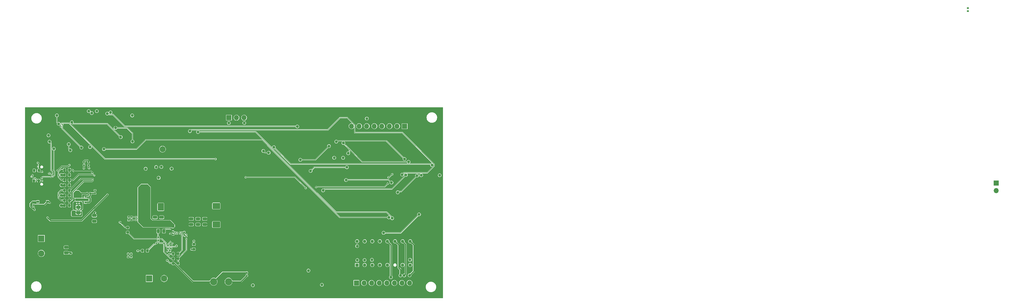
<source format=gbl>
%TF.GenerationSoftware,KiCad,Pcbnew,8.0.6*%
%TF.CreationDate,2025-02-07T02:37:33-05:00*%
%TF.ProjectId,SCAN,5343414e-2e6b-4696-9361-645f70636258,v1.0*%
%TF.SameCoordinates,Original*%
%TF.FileFunction,Copper,L4,Bot*%
%TF.FilePolarity,Positive*%
%FSLAX46Y46*%
G04 Gerber Fmt 4.6, Leading zero omitted, Abs format (unit mm)*
G04 Created by KiCad (PCBNEW 8.0.6) date 2025-02-07 02:37:33*
%MOMM*%
%LPD*%
G01*
G04 APERTURE LIST*
G04 Aperture macros list*
%AMRoundRect*
0 Rectangle with rounded corners*
0 $1 Rounding radius*
0 $2 $3 $4 $5 $6 $7 $8 $9 X,Y pos of 4 corners*
0 Add a 4 corners polygon primitive as box body*
4,1,4,$2,$3,$4,$5,$6,$7,$8,$9,$2,$3,0*
0 Add four circle primitives for the rounded corners*
1,1,$1+$1,$2,$3*
1,1,$1+$1,$4,$5*
1,1,$1+$1,$6,$7*
1,1,$1+$1,$8,$9*
0 Add four rect primitives between the rounded corners*
20,1,$1+$1,$2,$3,$4,$5,0*
20,1,$1+$1,$4,$5,$6,$7,0*
20,1,$1+$1,$6,$7,$8,$9,0*
20,1,$1+$1,$8,$9,$2,$3,0*%
G04 Aperture macros list end*
%TA.AperFunction,ComponentPad*%
%ADD10R,1.700000X1.700000*%
%TD*%
%TA.AperFunction,ComponentPad*%
%ADD11O,1.700000X1.700000*%
%TD*%
%TA.AperFunction,ComponentPad*%
%ADD12R,2.100000X2.100000*%
%TD*%
%TA.AperFunction,ComponentPad*%
%ADD13C,2.100000*%
%TD*%
%TA.AperFunction,ComponentPad*%
%ADD14R,1.130000X1.130000*%
%TD*%
%TA.AperFunction,ComponentPad*%
%ADD15C,1.130000*%
%TD*%
%TA.AperFunction,ComponentPad*%
%ADD16C,2.400000*%
%TD*%
%TA.AperFunction,SMDPad,CuDef*%
%ADD17R,0.228600X0.304800*%
%TD*%
%TA.AperFunction,SMDPad,CuDef*%
%ADD18RoundRect,0.135000X-0.185000X0.135000X-0.185000X-0.135000X0.185000X-0.135000X0.185000X0.135000X0*%
%TD*%
%TA.AperFunction,SMDPad,CuDef*%
%ADD19R,0.800100X0.508000*%
%TD*%
%TA.AperFunction,SMDPad,CuDef*%
%ADD20RoundRect,0.200000X0.200000X0.275000X-0.200000X0.275000X-0.200000X-0.275000X0.200000X-0.275000X0*%
%TD*%
%TA.AperFunction,SMDPad,CuDef*%
%ADD21RoundRect,0.200000X-0.200000X-0.275000X0.200000X-0.275000X0.200000X0.275000X-0.200000X0.275000X0*%
%TD*%
%TA.AperFunction,SMDPad,CuDef*%
%ADD22RoundRect,0.135000X0.185000X-0.135000X0.185000X0.135000X-0.185000X0.135000X-0.185000X-0.135000X0*%
%TD*%
%TA.AperFunction,SMDPad,CuDef*%
%ADD23RoundRect,0.250000X0.475000X-0.250000X0.475000X0.250000X-0.475000X0.250000X-0.475000X-0.250000X0*%
%TD*%
%TA.AperFunction,SMDPad,CuDef*%
%ADD24RoundRect,0.140000X-0.170000X0.140000X-0.170000X-0.140000X0.170000X-0.140000X0.170000X0.140000X0*%
%TD*%
%TA.AperFunction,SMDPad,CuDef*%
%ADD25RoundRect,0.225000X0.225000X0.250000X-0.225000X0.250000X-0.225000X-0.250000X0.225000X-0.250000X0*%
%TD*%
%TA.AperFunction,SMDPad,CuDef*%
%ADD26RoundRect,0.250000X-0.475000X0.250000X-0.475000X-0.250000X0.475000X-0.250000X0.475000X0.250000X0*%
%TD*%
%TA.AperFunction,SMDPad,CuDef*%
%ADD27R,0.299999X0.299999*%
%TD*%
%TA.AperFunction,SMDPad,CuDef*%
%ADD28RoundRect,0.250000X1.025000X-0.787500X1.025000X0.787500X-1.025000X0.787500X-1.025000X-0.787500X0*%
%TD*%
%TA.AperFunction,SMDPad,CuDef*%
%ADD29RoundRect,0.140000X0.170000X-0.140000X0.170000X0.140000X-0.170000X0.140000X-0.170000X-0.140000X0*%
%TD*%
%TA.AperFunction,SMDPad,CuDef*%
%ADD30RoundRect,0.243750X0.243750X0.456250X-0.243750X0.456250X-0.243750X-0.456250X0.243750X-0.456250X0*%
%TD*%
%TA.AperFunction,SMDPad,CuDef*%
%ADD31RoundRect,0.200000X-0.275000X0.200000X-0.275000X-0.200000X0.275000X-0.200000X0.275000X0.200000X0*%
%TD*%
%TA.AperFunction,SMDPad,CuDef*%
%ADD32RoundRect,0.250000X-0.787500X-1.025000X0.787500X-1.025000X0.787500X1.025000X-0.787500X1.025000X0*%
%TD*%
%TA.AperFunction,SMDPad,CuDef*%
%ADD33RoundRect,0.135000X-0.135000X-0.185000X0.135000X-0.185000X0.135000X0.185000X-0.135000X0.185000X0*%
%TD*%
%TA.AperFunction,SMDPad,CuDef*%
%ADD34RoundRect,0.250000X-0.450000X0.262500X-0.450000X-0.262500X0.450000X-0.262500X0.450000X0.262500X0*%
%TD*%
%TA.AperFunction,SMDPad,CuDef*%
%ADD35R,0.820000X0.760000*%
%TD*%
%TA.AperFunction,ViaPad*%
%ADD36C,1.000000*%
%TD*%
%TA.AperFunction,ViaPad*%
%ADD37C,0.600000*%
%TD*%
%TA.AperFunction,ViaPad*%
%ADD38C,0.800000*%
%TD*%
%TA.AperFunction,ViaPad*%
%ADD39C,0.400000*%
%TD*%
%TA.AperFunction,ViaPad*%
%ADD40C,0.500000*%
%TD*%
%TA.AperFunction,ViaPad*%
%ADD41C,2.000000*%
%TD*%
%TA.AperFunction,Conductor*%
%ADD42C,0.800000*%
%TD*%
%TA.AperFunction,Conductor*%
%ADD43C,0.200000*%
%TD*%
%TA.AperFunction,Conductor*%
%ADD44C,0.500000*%
%TD*%
%TA.AperFunction,Conductor*%
%ADD45C,0.400000*%
%TD*%
%TA.AperFunction,Conductor*%
%ADD46C,0.300000*%
%TD*%
%TA.AperFunction,Conductor*%
%ADD47C,0.250000*%
%TD*%
G04 APERTURE END LIST*
D10*
%TO.P,BZ1,1,-*%
%TO.N,/BUZZER_PWM*%
X382202500Y-93395000D03*
D11*
%TO.P,BZ1,2,+*%
%TO.N,GND*%
X382202500Y-95935000D03*
%TD*%
D10*
%TO.P,J4,1,Pin_1*%
%TO.N,3.3V_SYS*%
X125295000Y-71500000D03*
D11*
%TO.P,J4,2,Pin_2*%
%TO.N,/PIR_OUT*%
X127835000Y-71500000D03*
%TO.P,J4,3,Pin_3*%
%TO.N,AGND*%
X130375000Y-71500000D03*
%TD*%
D12*
%TO.P,J3,1*%
%TO.N,PGND*%
X62477500Y-112000000D03*
D13*
%TO.P,J3,2*%
%TO.N,/Power Management/PV_IN*%
X62477500Y-117000000D03*
%TD*%
D14*
%TO.P,U2,1,A0*%
%TO.N,AGND*%
X168210000Y-120890000D03*
D15*
%TO.P,U2,2,A1*%
X170750000Y-120890000D03*
%TO.P,U2,3,A2*%
X173290000Y-120890000D03*
%TO.P,U2,4,P0*%
%TO.N,/Keypad/P0*%
X175830000Y-120890000D03*
%TO.P,U2,5,P1*%
%TO.N,/Keypad/P1*%
X178370000Y-120890000D03*
%TO.P,U2,7,P3*%
%TO.N,/Keypad/P3*%
X183450000Y-120890000D03*
%TO.P,U2,8,VSS*%
%TO.N,AGND*%
X185990000Y-120890000D03*
%TO.P,U2,9,P4*%
%TO.N,/Keypad/P4*%
X185990000Y-112950000D03*
%TO.P,U2,10,P5*%
%TO.N,/Keypad/P5*%
X183450000Y-112950000D03*
%TO.P,U2,11,P6*%
%TO.N,/Keypad/P6*%
X180910000Y-112950000D03*
%TO.P,U2,12,P7*%
%TO.N,/Keypad/P7*%
X178370000Y-112950000D03*
%TO.P,U2,13,~{INT}*%
%TO.N,/KEYPAD_INT*%
X175830000Y-112950000D03*
%TO.P,U2,14,SCL*%
%TO.N,/I2C_SCL*%
X173290000Y-112950000D03*
%TO.P,U2,15,SDA*%
%TO.N,/I2C_SDA*%
X170750000Y-112950000D03*
%TO.P,U2,16,VDD*%
%TO.N,3.3V_SYS*%
X168210000Y-112950000D03*
%TD*%
D12*
%TO.P,J2,1*%
%TO.N,PGND*%
X98610000Y-125410000D03*
D13*
%TO.P,J2,2*%
%TO.N,/Power Management/BAT_IN*%
X103610000Y-125410000D03*
%TD*%
D16*
%TO.P,TH1,1*%
%TO.N,/Power Management/TS*%
X125180000Y-126480000D03*
%TO.P,TH1,2*%
%TO.N,AGND*%
X120180000Y-126480000D03*
%TD*%
D10*
%TO.P,J9,1,Pin_1*%
%TO.N,/Keypad/P0*%
X167990000Y-126910000D03*
D11*
%TO.P,J9,2,Pin_2*%
%TO.N,/Keypad/P1*%
X170530000Y-126910000D03*
%TO.P,J9,3,Pin_3*%
%TO.N,/Keypad/P2*%
X173070000Y-126910000D03*
%TO.P,J9,4,Pin_4*%
%TO.N,/Keypad/P3*%
X175610000Y-126910000D03*
%TO.P,J9,5,Pin_5*%
%TO.N,/Keypad/P7*%
X178150000Y-126910000D03*
%TO.P,J9,6,Pin_6*%
%TO.N,/Keypad/P6*%
X180690000Y-126910000D03*
%TO.P,J9,7,Pin_7*%
%TO.N,/Keypad/P5*%
X183230000Y-126910000D03*
%TO.P,J9,8,Pin_8*%
%TO.N,/Keypad/P4*%
X185770000Y-126910000D03*
%TD*%
D10*
%TO.P,J7,1,Pin_1*%
%TO.N,/SPI_CLK*%
X184150000Y-74340000D03*
D11*
%TO.P,J7,2,Pin_2*%
%TO.N,/SPI_MISO*%
X181610000Y-74340000D03*
%TO.P,J7,3,Pin_3*%
%TO.N,/SPI_MOSI*%
X179070000Y-74340000D03*
%TO.P,J7,4,Pin_4*%
%TO.N,/SPI_CS*%
X176530000Y-74340000D03*
%TO.P,J7,5,Pin_5*%
%TO.N,3.3V_SYS*%
X173990000Y-74340000D03*
%TO.P,J7,6,Pin_6*%
%TO.N,AGND*%
X171450000Y-74340000D03*
%TO.P,J7,7,Pin_7*%
%TO.N,/NFC_INT*%
X168910000Y-74340000D03*
%TO.P,J7,8,Pin_8*%
%TO.N,/NFC_RST*%
X166370000Y-74340000D03*
%TD*%
D17*
%TO.P,D1,1,1*%
%TO.N,/USB_CC2*%
X59475600Y-91260000D03*
%TO.P,D1,2,2*%
%TO.N,PGND*%
X59120000Y-91260000D03*
%TD*%
D18*
%TO.P,R55,1*%
%TO.N,3.3V_VDDD*%
X78250000Y-86390000D03*
%TO.P,R55,2*%
%TO.N,/PD_INT*%
X78250000Y-87410000D03*
%TD*%
D19*
%TO.P,Q9,1,1*%
%TO.N,Net-(Q9-Pad1)*%
X77251900Y-98059998D03*
%TO.P,Q9,2,2*%
%TO.N,/USB Power Delivery/FET2_SRC*%
X77251900Y-99009999D03*
%TO.P,Q9,3,3*%
%TO.N,Net-(Q9-Pad1)*%
X77251900Y-99960000D03*
%TO.P,Q9,4,4*%
%TO.N,/SAFE_PWR*%
X74750000Y-99960000D03*
%TO.P,Q9,5,5*%
%TO.N,/USB Power Delivery/FET2_SRC*%
X74750000Y-99009999D03*
%TO.P,Q9,6,6*%
%TO.N,/USB_VBUS*%
X74750000Y-98059998D03*
%TD*%
D20*
%TO.P,R44,1*%
%TO.N,/USB Power Delivery/VBUS_MAX*%
X71875000Y-97563333D03*
%TO.P,R44,2*%
%TO.N,PGND*%
X70225000Y-97563333D03*
%TD*%
D21*
%TO.P,R22,1*%
%TO.N,/Power Management/REGN*%
X106635000Y-118730000D03*
%TO.P,R22,2*%
%TO.N,/Power Management/ILIM_HIZ*%
X108285000Y-118730000D03*
%TD*%
D17*
%TO.P,D2,1,1*%
%TO.N,/USB_CC1*%
X61650000Y-87880000D03*
%TO.P,D2,2,2*%
%TO.N,PGND*%
X61294400Y-87880000D03*
%TD*%
D18*
%TO.P,R54,1*%
%TO.N,3.3V_VDDD*%
X76780000Y-86350000D03*
%TO.P,R54,2*%
%TO.N,/USB Power Delivery/PD_FLIP*%
X76780000Y-87370000D03*
%TD*%
D21*
%TO.P,R45,1*%
%TO.N,3.3V_VDDD*%
X70215000Y-92426666D03*
%TO.P,R45,2*%
%TO.N,/USB Power Delivery/ISNK_CRS*%
X71865000Y-92426666D03*
%TD*%
%TO.P,R41,1*%
%TO.N,3.3V_VDDD*%
X70225000Y-99256666D03*
%TO.P,R41,2*%
%TO.N,/USB Power Delivery/VBUS_MIN*%
X71875000Y-99256666D03*
%TD*%
D22*
%TO.P,R53,1*%
%TO.N,Net-(Q9-Pad1)*%
X80450000Y-96880000D03*
%TO.P,R53,2*%
%TO.N,Net-(U6-SAFE_PWR_EN)*%
X80450000Y-95860000D03*
%TD*%
D23*
%TO.P,C34,1*%
%TO.N,/Power Management/PMID*%
X102770000Y-106780000D03*
%TO.P,C34,2*%
%TO.N,PGND*%
X102770000Y-104880000D03*
%TD*%
%TO.P,C32,1*%
%TO.N,/Power Management/SYS*%
X112690001Y-107299999D03*
%TO.P,C32,2*%
%TO.N,PGND*%
X112690001Y-105399999D03*
%TD*%
D20*
%TO.P,R46,1*%
%TO.N,/USB Power Delivery/ISNK_CRS*%
X71865000Y-94150000D03*
%TO.P,R46,2*%
%TO.N,PGND*%
X70215000Y-94150000D03*
%TD*%
D22*
%TO.P,R32,1*%
%TO.N,/Power Management/REGN*%
X372772500Y-35785000D03*
%TO.P,R32,2*%
%TO.N,/Power Management/TS*%
X372772500Y-34765000D03*
%TD*%
%TO.P,R18,1*%
%TO.N,Net-(D11-A)*%
X91700000Y-105800000D03*
%TO.P,R18,2*%
%TO.N,Net-(D11-K)*%
X91700000Y-104780000D03*
%TD*%
%TO.P,R19,1*%
%TO.N,Net-(D12-A)*%
X91587500Y-118189999D03*
%TO.P,R19,2*%
%TO.N,Net-(D12-K)*%
X91587500Y-117169999D03*
%TD*%
D20*
%TO.P,R48,1*%
%TO.N,/USB Power Delivery/ISNK_FIN*%
X71865000Y-90703333D03*
%TO.P,R48,2*%
%TO.N,PGND*%
X70215000Y-90703333D03*
%TD*%
D24*
%TO.P,C12,1*%
%TO.N,/Power Management/VAC1*%
X105890000Y-114340000D03*
%TO.P,C12,2*%
%TO.N,AGND*%
X105890000Y-115300000D03*
%TD*%
D25*
%TO.P,C47,1*%
%TO.N,/USB_CC2*%
X61570000Y-92610000D03*
%TO.P,C47,2*%
%TO.N,PGND*%
X60020000Y-92610000D03*
%TD*%
D26*
%TO.P,C5,1*%
%TO.N,/VDC*%
X80240000Y-104290000D03*
%TO.P,C5,2*%
%TO.N,PGND*%
X80240000Y-106190000D03*
%TD*%
D23*
%TO.P,C36,1*%
%TO.N,/Power Management/PMID*%
X100540000Y-106780000D03*
%TO.P,C36,2*%
%TO.N,PGND*%
X100540000Y-104880000D03*
%TD*%
D27*
%TO.P,U7,1*%
%TO.N,PGND*%
X65955001Y-90860000D03*
%TO.P,U7,2*%
%TO.N,/USB_D+*%
X65704999Y-91359999D03*
%TO.P,U7,3*%
%TO.N,/USB_D-*%
X65704999Y-90360001D03*
%TD*%
D21*
%TO.P,R43,1*%
%TO.N,3.3V_VDDD*%
X70225000Y-95870000D03*
%TO.P,R43,2*%
%TO.N,/USB Power Delivery/VBUS_MAX*%
X71875000Y-95870000D03*
%TD*%
D28*
%TO.P,C39,1*%
%TO.N,/Power Management/SYS*%
X121090000Y-107299999D03*
%TO.P,C39,2*%
%TO.N,PGND*%
X121090000Y-101074999D03*
%TD*%
D23*
%TO.P,C37,1*%
%TO.N,/Power Management/SYS*%
X117190001Y-107299999D03*
%TO.P,C37,2*%
%TO.N,PGND*%
X117190001Y-105399999D03*
%TD*%
%TO.P,C35,1*%
%TO.N,/Power Management/SYS*%
X114940001Y-107299999D03*
%TO.P,C35,2*%
%TO.N,PGND*%
X114940001Y-105399999D03*
%TD*%
D22*
%TO.P,R33,1*%
%TO.N,/Power Management/TS*%
X131280000Y-124460000D03*
%TO.P,R33,2*%
%TO.N,AGND*%
X131280000Y-123440000D03*
%TD*%
D18*
%TO.P,R40,1*%
%TO.N,/USB Power Delivery/FET_SRC*%
X59870000Y-100750000D03*
%TO.P,R40,2*%
%TO.N,/USB Power Delivery/FET_GATE*%
X59870000Y-101770000D03*
%TD*%
D23*
%TO.P,C6,1*%
%TO.N,/Power Management/PV_IN*%
X70790000Y-116810000D03*
%TO.P,C6,2*%
%TO.N,PGND*%
X70790000Y-114910000D03*
%TD*%
D20*
%TO.P,R23,1*%
%TO.N,/Power Management/ILIM_HIZ*%
X108285000Y-120320000D03*
%TO.P,R23,2*%
%TO.N,AGND*%
X106635000Y-120320000D03*
%TD*%
D29*
%TO.P,C14,1*%
%TO.N,Net-(D12-A)*%
X92587500Y-118139999D03*
%TO.P,C14,2*%
%TO.N,Net-(D12-K)*%
X92587500Y-117179999D03*
%TD*%
D21*
%TO.P,R47,1*%
%TO.N,3.3V_VDDD*%
X70215000Y-88980000D03*
%TO.P,R47,2*%
%TO.N,/USB Power Delivery/ISNK_FIN*%
X71865000Y-88980000D03*
%TD*%
D30*
%TO.P,D13,1,K*%
%TO.N,/Power Management/STAT*%
X103487500Y-109500000D03*
%TO.P,D13,2,A*%
%TO.N,Net-(D13-A)*%
X101612500Y-109500000D03*
%TD*%
D24*
%TO.P,C15,1*%
%TO.N,/Power Management/VAC2*%
X104880000Y-114350000D03*
%TO.P,C15,2*%
%TO.N,AGND*%
X104880000Y-115310000D03*
%TD*%
D31*
%TO.P,R28,1*%
%TO.N,/Power Management/BATP*%
X113560000Y-113925000D03*
%TO.P,R28,2*%
%TO.N,Net-(Q6-D)*%
X113560000Y-115575000D03*
%TD*%
D29*
%TO.P,C20,1*%
%TO.N,/Power Management/BTST2*%
X110370000Y-110860000D03*
%TO.P,C20,2*%
%TO.N,/Power Management/SW2*%
X110370000Y-109900000D03*
%TD*%
D32*
%TO.P,C38,1*%
%TO.N,/Power Management/PMID*%
X96255001Y-101399999D03*
%TO.P,C38,2*%
%TO.N,PGND*%
X102480001Y-101399999D03*
%TD*%
D21*
%TO.P,R26,1*%
%TO.N,AGND*%
X106640000Y-117140000D03*
%TO.P,R26,2*%
%TO.N,/Power Management/PROG*%
X108290000Y-117140000D03*
%TD*%
D25*
%TO.P,C48,1*%
%TO.N,/USB_CC1*%
X61655000Y-89180000D03*
%TO.P,C48,2*%
%TO.N,PGND*%
X60105000Y-89180000D03*
%TD*%
D20*
%TO.P,R42,1*%
%TO.N,/USB Power Delivery/VBUS_MIN*%
X71875000Y-100950000D03*
%TO.P,R42,2*%
%TO.N,PGND*%
X70225000Y-100950000D03*
%TD*%
D29*
%TO.P,C19,1*%
%TO.N,/Power Management/BTST1*%
X106590000Y-110679999D03*
%TO.P,C19,2*%
%TO.N,/Power Management/SW1*%
X106590000Y-109719999D03*
%TD*%
D21*
%TO.P,R25,1*%
%TO.N,Net-(D12-K)*%
X96345000Y-116110000D03*
%TO.P,R25,2*%
%TO.N,/Power Management/ACDRV2*%
X97995000Y-116110000D03*
%TD*%
D33*
%TO.P,R52,1*%
%TO.N,/USB_VBUS*%
X77850000Y-96890000D03*
%TO.P,R52,2*%
%TO.N,Net-(Q9-Pad1)*%
X78870000Y-96890000D03*
%TD*%
D29*
%TO.P,C13,1*%
%TO.N,Net-(D11-A)*%
X92700000Y-105750000D03*
%TO.P,C13,2*%
%TO.N,Net-(D11-K)*%
X92700000Y-104790000D03*
%TD*%
D34*
%TO.P,R56,1*%
%TO.N,/SAFE_PWR*%
X74880000Y-101497500D03*
%TO.P,R56,2*%
%TO.N,/VDC*%
X74880000Y-103322500D03*
%TD*%
D35*
%TO.P,D15,1,K*%
%TO.N,/USB Power Delivery/FET_SRC*%
X64530000Y-99670000D03*
%TO.P,D15,2,A*%
%TO.N,/USB Power Delivery/FET_GATE*%
X61330000Y-99670000D03*
%TD*%
D22*
%TO.P,R27,1*%
%TO.N,/Power Management/REGN*%
X101630000Y-112600000D03*
%TO.P,R27,2*%
%TO.N,Net-(D13-A)*%
X101630000Y-111580000D03*
%TD*%
D31*
%TO.P,R24,1*%
%TO.N,Net-(D11-K)*%
X91410000Y-108305000D03*
%TO.P,R24,2*%
%TO.N,/Power Management/ACDRV1*%
X91410000Y-109955000D03*
%TD*%
D36*
%TO.N,PGND*%
X102680000Y-88010000D03*
X100940000Y-88040000D03*
X97420000Y-88630000D03*
X106100000Y-88590000D03*
X101770000Y-91660000D03*
X69140000Y-97530000D03*
X69180000Y-90700000D03*
X69140000Y-100920000D03*
X69210000Y-94120000D03*
D37*
%TO.N,/Power Management/REGN*%
X103550000Y-113530000D03*
D38*
%TO.N,/Power Management/PV_IN*%
X72340000Y-116920000D03*
D37*
%TO.N,AGND*%
X104650000Y-116220000D03*
D36*
X64890000Y-77420000D03*
X168300000Y-119260000D03*
X85660000Y-69700000D03*
D39*
X111100000Y-110660000D03*
D36*
X171460000Y-71780000D03*
D37*
X105160000Y-117430000D03*
D36*
X78340000Y-69280000D03*
X151920000Y-122760000D03*
X156440000Y-127547500D03*
X81050000Y-69280000D03*
X173190000Y-119150000D03*
X195870000Y-90810000D03*
X170730000Y-119210000D03*
X185930000Y-119160000D03*
X133330000Y-127680000D03*
D37*
X105570000Y-116140000D03*
D36*
X189670000Y-90790000D03*
D37*
X104630000Y-119330000D03*
D36*
X130450000Y-73240000D03*
D37*
%TO.N,/Power Management/ACDRV1*%
X107720000Y-114470000D03*
D39*
%TO.N,/Power Management/VAC2*%
X105700000Y-113130000D03*
D37*
%TO.N,/Power Management/ACDRV2*%
X101050000Y-113520000D03*
%TO.N,/Power Management/BATP*%
X113560000Y-112830000D03*
D40*
%TO.N,/VDC*%
X73010000Y-103140000D03*
X73080000Y-104080000D03*
D37*
X80390000Y-103270000D03*
D40*
X73610000Y-103540000D03*
D37*
%TO.N,Net-(D12-K)*%
X94790000Y-116110000D03*
D39*
%TO.N,/Power Management/VAC1*%
X106390000Y-113590000D03*
D36*
%TO.N,/RST*%
X156840000Y-95870000D03*
X184570000Y-90670000D03*
%TO.N,3.3V_SYS*%
X92890000Y-70750000D03*
X125270000Y-73280000D03*
X163530000Y-84940000D03*
D41*
X103070000Y-82040000D03*
D36*
X160540000Y-84940000D03*
X78760000Y-81340000D03*
X79370000Y-69930000D03*
X168240000Y-114540000D03*
D39*
%TO.N,/Power Management/PROG*%
X109540000Y-111090000D03*
D36*
%TO.N,/I2C_SDA*%
X184100000Y-85330000D03*
X149220000Y-85620000D03*
X161250000Y-79510000D03*
X158810000Y-81010000D03*
%TO.N,/I2C_SCL*%
X185440000Y-86300000D03*
X165240000Y-83430000D03*
X163620000Y-79980000D03*
X164790000Y-88110000D03*
X152650000Y-89340000D03*
%TO.N,/CHIP_PU*%
X138600000Y-83260000D03*
X140360000Y-81370000D03*
X136830000Y-82630000D03*
X193300000Y-87390000D03*
%TO.N,/USB_D+*%
X66680000Y-81930000D03*
D40*
X62640000Y-91650000D03*
D36*
%TO.N,/USB_D-*%
X65220000Y-79530000D03*
D40*
X65080000Y-90140000D03*
%TO.N,/USB_VBUS*%
X74130000Y-96420000D03*
X74930000Y-96720000D03*
X73620000Y-97240000D03*
X67940000Y-89170000D03*
X71875001Y-87386882D03*
D39*
%TO.N,/Power Management/SW1*%
X107990000Y-110420000D03*
X108040000Y-109990000D03*
X107540000Y-110420000D03*
X107570000Y-110000000D03*
%TO.N,/Power Management/BTST1*%
X105620000Y-110400000D03*
%TO.N,/Power Management/BTST2*%
X111130000Y-111270000D03*
%TO.N,/Power Management/SW2*%
X109000000Y-110420000D03*
X109470000Y-110400000D03*
X108940000Y-109990000D03*
X109410000Y-109980000D03*
%TO.N,/Power Management/ILIM_HIZ*%
X111100000Y-112170000D03*
%TO.N,/Power Management/STAT*%
X105670000Y-108750000D03*
D40*
%TO.N,/UART_RXD*%
X178510000Y-93590000D03*
X178740000Y-91480000D03*
X154480000Y-94770000D03*
X130920000Y-91470000D03*
X179980000Y-90440000D03*
X151020000Y-95070000D03*
%TO.N,/PD_INT*%
X78480000Y-88440000D03*
D36*
%TO.N,/SPI_CLK*%
X183300000Y-90580000D03*
X112230000Y-76000000D03*
%TO.N,/TFT_DC*%
X188970000Y-103920000D03*
X177080000Y-110110000D03*
%TO.N,/BOOT*%
X178870000Y-104920000D03*
X83430000Y-82020000D03*
%TO.N,/SPI_MOSI*%
X181820000Y-96510000D03*
X84570000Y-70120000D03*
X164520000Y-92380000D03*
X148190000Y-74440000D03*
X179740000Y-93260000D03*
X188290000Y-90920000D03*
%TO.N,/TFT_CS*%
X114930000Y-76290000D03*
X179979247Y-105210753D03*
D40*
%TO.N,Net-(D11-A)*%
X94240000Y-105740000D03*
%TO.N,/USB_CC1*%
X62720000Y-89620000D03*
X61320000Y-86630000D03*
%TO.N,/USB_CC2*%
X62720000Y-92650000D03*
X59490000Y-90800000D03*
%TO.N,3.3V_VDDD*%
X68290000Y-97460000D03*
X68280000Y-90750000D03*
D39*
%TO.N,/USB Power Delivery/VBUS_MAX*%
X79690000Y-92030000D03*
%TO.N,/USB Power Delivery/ISNK_CRS*%
X79690000Y-90520000D03*
%TO.N,/USB Power Delivery/ISNK_FIN*%
X79680000Y-90020000D03*
%TO.N,/USB Power Delivery/VBUS_MIN*%
X79690000Y-92530003D03*
D40*
%TO.N,/USB Power Delivery/FET_GATE*%
X84620000Y-97300000D03*
X64560000Y-104990000D03*
X60200000Y-102370000D03*
D37*
%TO.N,Net-(D11-K)*%
X88830000Y-106560000D03*
D40*
X94240000Y-104800000D03*
D37*
%TO.N,Net-(Q6-D)*%
X112750000Y-115600000D03*
D36*
%TO.N,Net-(Q7B-B2)*%
X72700000Y-73030000D03*
X89070000Y-77990000D03*
%TO.N,Net-(Q7B-C2)*%
X87300000Y-74910000D03*
X93000000Y-79460000D03*
X67690000Y-70720000D03*
X68300000Y-73560000D03*
D39*
%TO.N,Net-(U6-SAFE_PWR_EN)*%
X80230000Y-90820000D03*
D36*
%TO.N,Net-(U8-~{SUSPEND})*%
X72200000Y-82392500D03*
X71670000Y-80370000D03*
D40*
%TO.N,/USB Power Delivery/FET_SRC*%
X65320000Y-100020000D03*
%TO.N,/USB Power Delivery/PD_FLIP*%
X76730000Y-88480000D03*
D36*
%TO.N,5V_SYS*%
X163270000Y-122640000D03*
X144850000Y-127660000D03*
X140470000Y-122750000D03*
X68920000Y-82030000D03*
D41*
X100590000Y-82140000D03*
D40*
%TO.N,/USB-to-UART Bridge/TXD*%
X69525365Y-73738237D03*
D36*
X75880000Y-81520000D03*
D40*
%TO.N,/USB-to-UART Bridge/RXD*%
X120810000Y-85340000D03*
X69070000Y-74500000D03*
D36*
%TO.N,/Keypad/P5*%
X183980000Y-124380000D03*
%TO.N,/Keypad/P4*%
X185790000Y-124360000D03*
%TO.N,/Keypad/P6*%
X182730000Y-124370000D03*
%TO.N,/Keypad/P7*%
X179540000Y-124980000D03*
%TD*%
D42*
%TO.N,PGND*%
X69183333Y-90703333D02*
X69180000Y-90700000D01*
X69170000Y-100950000D02*
X69140000Y-100920000D01*
X69240000Y-94150000D02*
X69210000Y-94120000D01*
X70225000Y-97563333D02*
X69173333Y-97563333D01*
X69173333Y-97563333D02*
X69140000Y-97530000D01*
X70225000Y-100950000D02*
X69170000Y-100950000D01*
X70215000Y-90703333D02*
X69183333Y-90703333D01*
X70215000Y-94150000D02*
X69240000Y-94150000D01*
D43*
%TO.N,/Power Management/REGN*%
X103550000Y-116527107D02*
X103550000Y-113530000D01*
X101630000Y-113020000D02*
X102240000Y-113630000D01*
X105752893Y-118730000D02*
X103550000Y-116527107D01*
X101630000Y-112600000D02*
X101630000Y-113020000D01*
X102240000Y-113630000D02*
X103450000Y-113630000D01*
X103450000Y-113630000D02*
X103550000Y-113530000D01*
X106635000Y-118730000D02*
X105752893Y-118730000D01*
D44*
%TO.N,/Power Management/PV_IN*%
X70790000Y-116810000D02*
X72230000Y-116810000D01*
X72230000Y-116810000D02*
X72340000Y-116920000D01*
D43*
%TO.N,AGND*%
X104880000Y-115310000D02*
X104880000Y-115990000D01*
X106640000Y-117140000D02*
X105450000Y-117140000D01*
X105450000Y-117140000D02*
X105160000Y-117430000D01*
D45*
X123220000Y-123440000D02*
X120180000Y-126480000D01*
D43*
X104880000Y-115990000D02*
X104650000Y-116220000D01*
D45*
X120180000Y-126480000D02*
X113257352Y-126480000D01*
D43*
X105570000Y-116140000D02*
X105570000Y-115620000D01*
D45*
X113257352Y-126480000D02*
X107097352Y-120320000D01*
D43*
X106635000Y-120320000D02*
X105620000Y-120320000D01*
X105570000Y-115620000D02*
X105890000Y-115300000D01*
D45*
X107097352Y-120320000D02*
X106635000Y-120320000D01*
D43*
X105620000Y-120320000D02*
X104630000Y-119330000D01*
D45*
X131280000Y-123440000D02*
X123220000Y-123440000D01*
D43*
%TO.N,/Power Management/ACDRV1*%
X105395286Y-114820000D02*
X107370000Y-114820000D01*
X104250000Y-113522893D02*
X104250000Y-114514714D01*
X91410000Y-109955000D02*
X93585000Y-112130000D01*
X107370000Y-114820000D02*
X107720000Y-114470000D01*
X105385286Y-114830000D02*
X105395286Y-114820000D01*
X104250000Y-114514714D02*
X104565286Y-114830000D01*
X93585000Y-112130000D02*
X102857107Y-112130000D01*
X104565286Y-114830000D02*
X105385286Y-114830000D01*
X102857107Y-112130000D02*
X104250000Y-113522893D01*
%TO.N,/Power Management/VAC2*%
X104880000Y-114350000D02*
X104880000Y-113950000D01*
X104880000Y-113950000D02*
X105700000Y-113130000D01*
%TO.N,/Power Management/ACDRV2*%
X100640000Y-113930000D02*
X101050000Y-113520000D01*
X97995000Y-116110000D02*
X100175000Y-113930000D01*
X100175000Y-113930000D02*
X100640000Y-113930000D01*
%TO.N,/Power Management/BATP*%
X113560000Y-112830000D02*
X113560000Y-113925000D01*
D44*
%TO.N,/VDC*%
X80240000Y-103420000D02*
X80390000Y-103270000D01*
X80240000Y-104290000D02*
X80240000Y-103420000D01*
D43*
%TO.N,Net-(D12-K)*%
X96345000Y-116110000D02*
X94790000Y-116110000D01*
%TO.N,/Power Management/VAC1*%
X105890000Y-114090000D02*
X106390000Y-113590000D01*
X105890000Y-114340000D02*
X105890000Y-114090000D01*
%TO.N,/RST*%
X179850000Y-95390000D02*
X184570000Y-90670000D01*
X156840000Y-95870000D02*
X157320000Y-95390000D01*
X157320000Y-95390000D02*
X179850000Y-95390000D01*
%TO.N,/Power Management/PROG*%
X109540000Y-115890000D02*
X109540000Y-111090000D01*
X108290000Y-117140000D02*
X109540000Y-115890000D01*
D45*
%TO.N,/Power Management/TS*%
X125180000Y-126480000D02*
X129260000Y-126480000D01*
X129260000Y-126480000D02*
X131280000Y-124460000D01*
D43*
%TO.N,/I2C_SDA*%
X154200000Y-85620000D02*
X158810000Y-81010000D01*
X178050000Y-79280000D02*
X184100000Y-85330000D01*
X161250000Y-79510000D02*
X161480000Y-79280000D01*
X149220000Y-85620000D02*
X154200000Y-85620000D01*
X161480000Y-79280000D02*
X178050000Y-79280000D01*
%TO.N,/I2C_SCL*%
X165600000Y-81960000D02*
X169940000Y-86300000D01*
X165240000Y-83430000D02*
X165600000Y-83070000D01*
X153880000Y-88110000D02*
X164790000Y-88110000D01*
X163620000Y-79980000D02*
X165600000Y-81960000D01*
X169940000Y-86300000D02*
X185440000Y-86300000D01*
X152650000Y-89340000D02*
X153880000Y-88110000D01*
X165600000Y-83070000D02*
X165600000Y-81960000D01*
%TO.N,/CHIP_PU*%
X136830000Y-82630000D02*
X137460000Y-83260000D01*
X145990000Y-87000000D02*
X192910000Y-87000000D01*
X137460000Y-83260000D02*
X138600000Y-83260000D01*
X192910000Y-87000000D02*
X193300000Y-87390000D01*
X140360000Y-81370000D02*
X145990000Y-87000000D01*
%TO.N,/USB_D+*%
X66940000Y-90120000D02*
X66940000Y-90010000D01*
X66290001Y-91359999D02*
X65704999Y-91359999D01*
X66510000Y-88920000D02*
X66680000Y-88750000D01*
X66510000Y-88920000D02*
X66940000Y-89350000D01*
X62930001Y-91359999D02*
X65704999Y-91359999D01*
X66680000Y-88750000D02*
X66680000Y-81930000D01*
X66940000Y-90710000D02*
X66290001Y-91359999D01*
X62640000Y-91650000D02*
X62930001Y-91359999D01*
X66940000Y-89350000D02*
X66940000Y-90120000D01*
X66940000Y-90010000D02*
X66940000Y-90710000D01*
%TO.N,/USB_D-*%
X66039999Y-90360001D02*
X66250000Y-90150000D01*
X65704999Y-90360001D02*
X66039999Y-90360001D01*
X66250000Y-89730000D02*
X65680000Y-89160000D01*
X65484998Y-90140000D02*
X65704999Y-90360001D01*
X65680000Y-89160000D02*
X65680000Y-79990000D01*
X66250000Y-90150000D02*
X66250000Y-89730000D01*
X65680000Y-79990000D02*
X65220000Y-79530000D01*
X65080000Y-90140000D02*
X65484998Y-90140000D01*
D45*
%TO.N,/USB_VBUS*%
X76000000Y-96890000D02*
X75620000Y-97270000D01*
D46*
X67940000Y-89170000D02*
X69260000Y-87850000D01*
D45*
X77850000Y-96890000D02*
X76000000Y-96890000D01*
D46*
X69260000Y-87850000D02*
X71411883Y-87850000D01*
X71411883Y-87850000D02*
X71875001Y-87386882D01*
D47*
%TO.N,/Power Management/SW1*%
X106870001Y-110000000D02*
X106590000Y-109719999D01*
X106870001Y-110000000D02*
X107570000Y-110000000D01*
D46*
%TO.N,/Power Management/BTST1*%
X105620000Y-110400000D02*
X106310001Y-110400000D01*
X106310001Y-110400000D02*
X106590000Y-110679999D01*
%TO.N,/Power Management/BTST2*%
X110780000Y-111270000D02*
X111130000Y-111270000D01*
X110370000Y-110860000D02*
X110780000Y-111270000D01*
D47*
%TO.N,/Power Management/SW2*%
X109410000Y-109980000D02*
X110290000Y-109980000D01*
X110290000Y-109980000D02*
X110370000Y-109900000D01*
D43*
%TO.N,/Power Management/ILIM_HIZ*%
X108285000Y-118730000D02*
X108285000Y-120320000D01*
X108285000Y-118730000D02*
X111100000Y-115915000D01*
X111100000Y-115915000D02*
X111100000Y-112170000D01*
%TO.N,/Power Management/STAT*%
X104237500Y-108750000D02*
X105670000Y-108750000D01*
X103487500Y-109500000D02*
X104237500Y-108750000D01*
%TO.N,/UART_RXD*%
X130920000Y-91470000D02*
X147420000Y-91470000D01*
X147420000Y-91470000D02*
X151020000Y-95070000D01*
X154480000Y-94770000D02*
X154560000Y-94690000D01*
X154560000Y-94690000D02*
X177410000Y-94690000D01*
X178740000Y-91480000D02*
X178940000Y-91480000D01*
X178940000Y-91480000D02*
X179980000Y-90440000D01*
X177410000Y-94690000D02*
X178510000Y-93590000D01*
D46*
%TO.N,/PD_INT*%
X78250000Y-88210000D02*
X78480000Y-88440000D01*
X78250000Y-87410000D02*
X78250000Y-88210000D01*
D43*
%TO.N,/SPI_CLK*%
X167420000Y-73905075D02*
X167420000Y-76550000D01*
X112230000Y-76000000D02*
X112640000Y-75590000D01*
X167420000Y-76550000D02*
X183449950Y-76550000D01*
X165044925Y-71530000D02*
X167420000Y-73905075D01*
X191719950Y-89960000D02*
X183920000Y-89960000D01*
X194000000Y-87679950D02*
X191719950Y-89960000D01*
X162400000Y-71530000D02*
X165044925Y-71530000D01*
X183449950Y-76550000D02*
X194000000Y-87100050D01*
X158340000Y-75590000D02*
X162400000Y-71530000D01*
X194000000Y-87100050D02*
X194000000Y-87679950D01*
X112640000Y-75590000D02*
X158340000Y-75590000D01*
X183920000Y-89960000D02*
X183300000Y-90580000D01*
%TO.N,/TFT_DC*%
X177080000Y-110110000D02*
X182780000Y-110110000D01*
X182780000Y-110110000D02*
X188970000Y-103920000D01*
%TO.N,/BOOT*%
X94340000Y-82020000D02*
X97420000Y-78940000D01*
X83430000Y-82020000D02*
X94340000Y-82020000D01*
X138260000Y-80720000D02*
X162460000Y-104920000D01*
X97420000Y-78940000D02*
X136480000Y-78940000D01*
X162460000Y-104920000D02*
X178870000Y-104920000D01*
X136480000Y-78940000D02*
X138260000Y-80720000D01*
%TO.N,/SPI_MOSI*%
X164520000Y-92380000D02*
X178860000Y-92380000D01*
X182100000Y-96230000D02*
X182980000Y-96230000D01*
X86430000Y-70400000D02*
X90460000Y-74430000D01*
X84570000Y-70120000D02*
X85090050Y-70120000D01*
X85370050Y-70400000D02*
X86430000Y-70400000D01*
X181820000Y-96510000D02*
X182100000Y-96230000D01*
X178860000Y-92380000D02*
X179740000Y-93260000D01*
X90460000Y-74430000D02*
X148180000Y-74430000D01*
X182980000Y-96230000D02*
X188290000Y-90920000D01*
X85090050Y-70120000D02*
X85370050Y-70400000D01*
X148180000Y-74430000D02*
X148190000Y-74440000D01*
%TO.N,/TFT_CS*%
X178159950Y-103220000D02*
X179979247Y-105039297D01*
X114930000Y-76290000D02*
X134290050Y-76290000D01*
X179979247Y-105039297D02*
X179979247Y-105210753D01*
X134290050Y-76290000D02*
X161220050Y-103220000D01*
X161220050Y-103220000D02*
X178159950Y-103220000D01*
D47*
%TO.N,Net-(D11-A)*%
X94180000Y-105800000D02*
X91700000Y-105800000D01*
X94240000Y-105740000D02*
X94180000Y-105800000D01*
%TO.N,/USB_CC1*%
X61650000Y-86970000D02*
X61655000Y-86965000D01*
X61655000Y-89180000D02*
X61655000Y-87885000D01*
X61320000Y-86630000D02*
X61655000Y-86965000D01*
X62720000Y-89620000D02*
X62095000Y-89620000D01*
X61655000Y-87885000D02*
X61650000Y-87880000D01*
X61650000Y-87880000D02*
X61650000Y-86970000D01*
X62095000Y-89620000D02*
X61655000Y-89180000D01*
%TO.N,/USB_CC2*%
X59475600Y-90814400D02*
X59490000Y-90800000D01*
X59475600Y-91375600D02*
X59475600Y-91260000D01*
X61570000Y-92610000D02*
X61290000Y-92610000D01*
X60470000Y-91790000D02*
X59890000Y-91790000D01*
X61290000Y-92610000D02*
X60470000Y-91790000D01*
X62720000Y-92650000D02*
X61610000Y-92650000D01*
X59475600Y-91260000D02*
X59475600Y-90814400D01*
X59890000Y-91790000D02*
X59475600Y-91375600D01*
X61610000Y-92650000D02*
X61570000Y-92610000D01*
%TO.N,3.3V_VDDD*%
X68290000Y-98470000D02*
X68290000Y-97460000D01*
X68290000Y-96600000D02*
X68290000Y-97460000D01*
X68280000Y-91410000D02*
X68280000Y-90750000D01*
X69076666Y-99256666D02*
X68290000Y-98470000D01*
X69020000Y-95870000D02*
X70225000Y-95870000D01*
D46*
X76780000Y-86350000D02*
X76780000Y-86050000D01*
D47*
X68280000Y-91410000D02*
X69296666Y-92426666D01*
X68280000Y-89850000D02*
X68280000Y-90750000D01*
X70215000Y-88980000D02*
X69150000Y-88980000D01*
X69296666Y-92426666D02*
X70215000Y-92426666D01*
X70225000Y-99256666D02*
X69076666Y-99256666D01*
D46*
X76780000Y-86050000D02*
X77040000Y-85790000D01*
D47*
X69150000Y-88980000D02*
X68280000Y-89850000D01*
D46*
X77970000Y-85790000D02*
X78250000Y-86070000D01*
X78250000Y-86070000D02*
X78250000Y-86390000D01*
D47*
X68290000Y-96600000D02*
X69020000Y-95870000D01*
D46*
X77040000Y-85790000D02*
X77970000Y-85790000D01*
%TO.N,/USB Power Delivery/VBUS_MAX*%
X75725000Y-92020000D02*
X71875000Y-95870000D01*
X71875000Y-95870000D02*
X71875000Y-97563333D01*
X79690000Y-92030000D02*
X79680000Y-92020000D01*
X79680000Y-92020000D02*
X75725000Y-92020000D01*
%TO.N,/USB Power Delivery/ISNK_CRS*%
X73093334Y-92426666D02*
X71865000Y-92426666D01*
X79690000Y-90520000D02*
X75000000Y-90520000D01*
X71865000Y-92426666D02*
X71865000Y-94150000D01*
X75000000Y-90520000D02*
X73093334Y-92426666D01*
%TO.N,/USB Power Delivery/ISNK_FIN*%
X79680000Y-90020000D02*
X79220000Y-89560000D01*
X79220000Y-89560000D02*
X73530000Y-89560000D01*
X73530000Y-89560000D02*
X72950000Y-88980000D01*
X71865000Y-88980000D02*
X71865000Y-90703333D01*
X72950000Y-88980000D02*
X71865000Y-88980000D01*
%TO.N,/USB Power Delivery/VBUS_MIN*%
X79690000Y-92530003D02*
X79410003Y-92810000D01*
X72463334Y-99256666D02*
X71875000Y-99256666D01*
X71875000Y-99256666D02*
X71875000Y-100950000D01*
X79410003Y-92810000D02*
X76650000Y-92810000D01*
X72940000Y-96520000D02*
X72940000Y-98780000D01*
X72940000Y-98780000D02*
X72463334Y-99256666D01*
X76650000Y-92810000D02*
X72940000Y-96520000D01*
D45*
%TO.N,/USB Power Delivery/FET_GATE*%
X65550000Y-105980000D02*
X64560000Y-104990000D01*
X59870000Y-101770000D02*
X59870000Y-102040000D01*
X84620000Y-97300000D02*
X75940000Y-105980000D01*
X58850000Y-100320000D02*
X58850000Y-101190000D01*
X58850000Y-101190000D02*
X59430000Y-101770000D01*
X59870000Y-102040000D02*
X60200000Y-102370000D01*
X61330000Y-99670000D02*
X59500000Y-99670000D01*
X59500000Y-99670000D02*
X58850000Y-100320000D01*
X75940000Y-105980000D02*
X65550000Y-105980000D01*
X59430000Y-101770000D02*
X59870000Y-101770000D01*
D47*
%TO.N,Net-(D11-K)*%
X94240000Y-104800000D02*
X94220000Y-104780000D01*
D43*
X90575000Y-108305000D02*
X88830000Y-106560000D01*
D47*
X94220000Y-104780000D02*
X91700000Y-104780000D01*
D43*
X91410000Y-108305000D02*
X90575000Y-108305000D01*
%TO.N,Net-(D13-A)*%
X101630000Y-109517500D02*
X101612500Y-109500000D01*
X101630000Y-111580000D02*
X101630000Y-109517500D01*
D45*
%TO.N,Net-(Q6-D)*%
X113560000Y-115575000D02*
X112775000Y-115575000D01*
X112775000Y-115575000D02*
X112750000Y-115600000D01*
D43*
%TO.N,Net-(Q7B-B2)*%
X89070000Y-77990000D02*
X84660000Y-73580000D01*
X72700000Y-73220000D02*
X72700000Y-73030000D01*
X73060000Y-73580000D02*
X72700000Y-73220000D01*
X84660000Y-73580000D02*
X73060000Y-73580000D01*
%TO.N,Net-(Q7B-C2)*%
X92720000Y-76430000D02*
X91200000Y-74910000D01*
X93000000Y-76710000D02*
X92720000Y-76430000D01*
X67690000Y-72950000D02*
X68300000Y-73560000D01*
X93000000Y-79460000D02*
X93000000Y-76710000D01*
X91200000Y-74910000D02*
X87300000Y-74910000D01*
X67690000Y-70720000D02*
X67690000Y-72950000D01*
D45*
%TO.N,Net-(Q9-Pad1)*%
X78870000Y-97599996D02*
X78409998Y-98059998D01*
X78880000Y-96880000D02*
X78870000Y-96890000D01*
X77251900Y-98059998D02*
X78409998Y-98059998D01*
X78409998Y-98059998D02*
X78900000Y-98550000D01*
X78450000Y-99960000D02*
X77251900Y-99960000D01*
X78900000Y-99510000D02*
X78450000Y-99960000D01*
X78870000Y-96890000D02*
X78870000Y-97599996D01*
X78900000Y-98550000D02*
X78900000Y-99510000D01*
X80450000Y-96880000D02*
X78880000Y-96880000D01*
D43*
%TO.N,Net-(U8-~{SUSPEND})*%
X71670000Y-81862500D02*
X72200000Y-82392500D01*
X71670000Y-80370000D02*
X71670000Y-81862500D01*
D45*
%TO.N,/USB Power Delivery/FET_SRC*%
X64530000Y-99670000D02*
X64970000Y-99670000D01*
X64970000Y-99670000D02*
X65320000Y-100020000D01*
X63450000Y-100750000D02*
X64530000Y-99670000D01*
X59870000Y-100750000D02*
X63450000Y-100750000D01*
D46*
%TO.N,/USB Power Delivery/PD_FLIP*%
X76780000Y-87370000D02*
X76780000Y-88430000D01*
X76780000Y-88430000D02*
X76730000Y-88480000D01*
D43*
%TO.N,/USB-to-UART Bridge/TXD*%
X69525365Y-75165365D02*
X69525365Y-73738237D01*
X75880000Y-81520000D02*
X69525365Y-75165365D01*
%TO.N,/USB-to-UART Bridge/RXD*%
X120810000Y-85340000D02*
X83880000Y-85340000D01*
X69070000Y-73557205D02*
X69070000Y-74500000D01*
X83880000Y-85340000D02*
X71828237Y-73288237D01*
X71828237Y-73288237D02*
X69338968Y-73288237D01*
X69338968Y-73288237D02*
X69070000Y-73557205D01*
D45*
%TO.N,/Keypad/P5*%
X184480000Y-113980000D02*
X183450000Y-112950000D01*
X184480000Y-123880000D02*
X184480000Y-113980000D01*
X183980000Y-124380000D02*
X184480000Y-123880000D01*
%TO.N,/Keypad/P4*%
X187230000Y-122920000D02*
X187230000Y-114190000D01*
X185790000Y-124360000D02*
X187230000Y-122920000D01*
X187230000Y-114190000D02*
X185990000Y-112950000D01*
%TO.N,/Keypad/P6*%
X182150000Y-114190000D02*
X180910000Y-112950000D01*
X182730000Y-122420000D02*
X182150000Y-121840000D01*
X182730000Y-124370000D02*
X182730000Y-122420000D01*
X182150000Y-121840000D02*
X182150000Y-114190000D01*
%TO.N,/Keypad/P7*%
X179540000Y-114120000D02*
X178370000Y-112950000D01*
X179540000Y-124980000D02*
X179540000Y-114120000D01*
%TD*%
%TA.AperFunction,Conductor*%
%TO.N,/Power Management/PMID*%
G36*
X98093412Y-93803412D02*
G01*
X99036588Y-94746588D01*
X99040000Y-94754826D01*
X99040000Y-105290000D01*
X99720000Y-105970000D01*
X105695174Y-105970000D01*
X105703412Y-105973412D01*
X107096588Y-107366588D01*
X107100000Y-107374826D01*
X107100000Y-108095174D01*
X107096588Y-108103412D01*
X106773412Y-108426588D01*
X106765174Y-108430000D01*
X106274826Y-108430000D01*
X106266588Y-108426588D01*
X106030000Y-108190000D01*
X106029999Y-108190000D01*
X96554826Y-108190000D01*
X96546588Y-108186588D01*
X94833412Y-106473412D01*
X94830000Y-106465174D01*
X94830000Y-94864826D01*
X94833412Y-94856588D01*
X95886588Y-93803412D01*
X95894826Y-93800000D01*
X98085174Y-93800000D01*
X98093412Y-93803412D01*
G37*
%TD.AperFunction*%
%TD*%
%TA.AperFunction,Conductor*%
%TO.N,/VDC*%
G36*
X74103235Y-102663412D02*
G01*
X74106647Y-102671650D01*
X74103235Y-102679888D01*
X74101979Y-102680976D01*
X74072812Y-102702809D01*
X74072809Y-102702812D01*
X73986647Y-102817909D01*
X73986647Y-102817910D01*
X73936403Y-102952618D01*
X73936401Y-102952627D01*
X73930000Y-103012157D01*
X73930000Y-103162500D01*
X75830000Y-103162500D01*
X75830000Y-103012173D01*
X75829999Y-103012157D01*
X75823598Y-102952627D01*
X75823596Y-102952618D01*
X75773352Y-102817910D01*
X75773352Y-102817909D01*
X75687190Y-102702812D01*
X75687187Y-102702809D01*
X75658021Y-102680976D01*
X75653472Y-102673308D01*
X75655677Y-102664668D01*
X75663345Y-102660119D01*
X75665003Y-102660000D01*
X75765174Y-102660000D01*
X75773412Y-102663412D01*
X76116588Y-103006588D01*
X76120000Y-103014826D01*
X76120000Y-104305174D01*
X76116588Y-104313412D01*
X75843412Y-104586588D01*
X75835174Y-104590000D01*
X72804826Y-104590000D01*
X72796588Y-104586588D01*
X72583412Y-104373412D01*
X72580000Y-104365174D01*
X72580000Y-103632842D01*
X73930000Y-103632842D01*
X73936401Y-103692372D01*
X73936403Y-103692381D01*
X73986647Y-103827089D01*
X73986647Y-103827090D01*
X74072809Y-103942187D01*
X74072812Y-103942190D01*
X74187909Y-104028352D01*
X74322618Y-104078596D01*
X74322627Y-104078598D01*
X74382157Y-104084999D01*
X74382174Y-104085000D01*
X74720000Y-104085000D01*
X75040000Y-104085000D01*
X75377826Y-104085000D01*
X75377842Y-104084999D01*
X75437372Y-104078598D01*
X75437381Y-104078596D01*
X75572089Y-104028352D01*
X75572090Y-104028352D01*
X75687187Y-103942190D01*
X75687190Y-103942187D01*
X75773352Y-103827090D01*
X75773352Y-103827089D01*
X75823596Y-103692381D01*
X75823598Y-103692372D01*
X75829999Y-103632842D01*
X75830000Y-103632826D01*
X75830000Y-103482500D01*
X75040000Y-103482500D01*
X75040000Y-104085000D01*
X74720000Y-104085000D01*
X74720000Y-103482500D01*
X73930000Y-103482500D01*
X73930000Y-103632842D01*
X72580000Y-103632842D01*
X72580000Y-102964826D01*
X72583412Y-102956588D01*
X72876588Y-102663412D01*
X72884826Y-102660000D01*
X74094997Y-102660000D01*
X74103235Y-102663412D01*
G37*
%TD.AperFunction*%
%TD*%
%TA.AperFunction,Conductor*%
%TO.N,5V_SYS*%
G36*
X196996588Y-68003412D02*
G01*
X197000000Y-68011650D01*
X197000000Y-131988350D01*
X196996588Y-131996588D01*
X196988350Y-132000000D01*
X57011650Y-132000000D01*
X57003412Y-131996588D01*
X57000000Y-131988350D01*
X57000000Y-128005261D01*
X59039500Y-128005261D01*
X59039500Y-128234738D01*
X59069449Y-128462225D01*
X59069453Y-128462245D01*
X59128842Y-128683886D01*
X59128843Y-128683891D01*
X59216656Y-128895889D01*
X59291711Y-129025888D01*
X59331389Y-129094612D01*
X59471081Y-129276661D01*
X59633339Y-129438919D01*
X59815388Y-129578611D01*
X60014112Y-129693344D01*
X60226113Y-129781158D01*
X60419928Y-129833090D01*
X60447754Y-129840546D01*
X60447756Y-129840546D01*
X60447762Y-129840548D01*
X60447767Y-129840548D01*
X60447774Y-129840550D01*
X60573224Y-129857065D01*
X60675266Y-129870500D01*
X60675267Y-129870500D01*
X60904733Y-129870500D01*
X60904734Y-129870500D01*
X61046085Y-129851890D01*
X61132225Y-129840550D01*
X61132229Y-129840549D01*
X61132238Y-129840548D01*
X61353887Y-129781158D01*
X61565888Y-129693344D01*
X61764612Y-129578611D01*
X61946661Y-129438919D01*
X62108919Y-129276661D01*
X62248611Y-129094612D01*
X62363344Y-128895888D01*
X62451158Y-128683887D01*
X62510548Y-128462238D01*
X62540500Y-128234734D01*
X62540500Y-128005266D01*
X62520673Y-127854668D01*
X62510550Y-127777774D01*
X62510546Y-127777754D01*
X62503090Y-127749928D01*
X62451158Y-127556113D01*
X62363344Y-127344112D01*
X62323667Y-127275390D01*
X62254427Y-127155462D01*
X62248611Y-127145388D01*
X62108919Y-126963339D01*
X61946661Y-126801081D01*
X61764612Y-126661389D01*
X61764613Y-126661389D01*
X61764611Y-126661388D01*
X61764609Y-126661387D01*
X61565889Y-126546656D01*
X61353891Y-126458843D01*
X61353887Y-126458842D01*
X61299600Y-126444296D01*
X61132245Y-126399453D01*
X61132225Y-126399449D01*
X60904738Y-126369500D01*
X60904734Y-126369500D01*
X60675266Y-126369500D01*
X60675261Y-126369500D01*
X60447774Y-126399449D01*
X60447754Y-126399453D01*
X60226113Y-126458842D01*
X60226108Y-126458843D01*
X60014110Y-126546656D01*
X59815390Y-126661387D01*
X59815388Y-126661388D01*
X59633341Y-126801079D01*
X59471079Y-126963341D01*
X59331388Y-127145388D01*
X59331387Y-127145390D01*
X59216656Y-127344110D01*
X59128843Y-127556108D01*
X59128842Y-127556113D01*
X59069453Y-127777754D01*
X59069449Y-127777774D01*
X59039500Y-128005261D01*
X57000000Y-128005261D01*
X57000000Y-124350099D01*
X97459500Y-124350099D01*
X97459500Y-126469899D01*
X97464501Y-126495041D01*
X97465331Y-126499213D01*
X97487543Y-126532457D01*
X97520787Y-126554669D01*
X97550101Y-126560500D01*
X99669898Y-126560499D01*
X99669899Y-126560499D01*
X99674069Y-126559669D01*
X99699213Y-126554669D01*
X99732457Y-126532457D01*
X99754669Y-126499213D01*
X99760500Y-126469899D01*
X99760499Y-125409996D01*
X102454571Y-125409996D01*
X102454571Y-125410003D01*
X102474242Y-125622301D01*
X102474245Y-125622317D01*
X102532593Y-125827383D01*
X102532595Y-125827390D01*
X102627632Y-126018252D01*
X102627633Y-126018253D01*
X102627634Y-126018255D01*
X102746825Y-126176088D01*
X102756130Y-126188409D01*
X102756131Y-126188411D01*
X102886396Y-126307163D01*
X102913698Y-126332052D01*
X103022548Y-126399449D01*
X103094977Y-126444296D01*
X103094988Y-126444301D01*
X103293793Y-126521318D01*
X103293797Y-126521319D01*
X103293802Y-126521321D01*
X103503390Y-126560500D01*
X103503391Y-126560500D01*
X103716609Y-126560500D01*
X103716610Y-126560500D01*
X103926198Y-126521321D01*
X103983269Y-126499212D01*
X104125011Y-126444301D01*
X104125009Y-126444301D01*
X104125019Y-126444298D01*
X104306302Y-126332052D01*
X104463872Y-126188407D01*
X104592366Y-126018255D01*
X104687405Y-125827389D01*
X104745756Y-125622310D01*
X104751062Y-125565045D01*
X104765429Y-125410003D01*
X104765429Y-125409996D01*
X104745757Y-125197698D01*
X104745756Y-125197695D01*
X104745756Y-125197690D01*
X104687405Y-124992611D01*
X104592366Y-124801745D01*
X104463872Y-124631593D01*
X104463869Y-124631590D01*
X104463868Y-124631588D01*
X104306304Y-124487950D01*
X104306303Y-124487949D01*
X104306302Y-124487948D01*
X104246149Y-124450703D01*
X104125022Y-124375703D01*
X104125011Y-124375698D01*
X103926206Y-124298681D01*
X103926195Y-124298678D01*
X103716610Y-124259500D01*
X103503390Y-124259500D01*
X103503389Y-124259500D01*
X103293804Y-124298678D01*
X103293793Y-124298681D01*
X103094988Y-124375698D01*
X103094977Y-124375703D01*
X102913696Y-124487949D01*
X102913695Y-124487950D01*
X102756131Y-124631588D01*
X102756130Y-124631590D01*
X102627632Y-124801747D01*
X102532595Y-124992609D01*
X102532593Y-124992616D01*
X102474245Y-125197682D01*
X102474242Y-125197698D01*
X102454571Y-125409996D01*
X99760499Y-125409996D01*
X99760499Y-124350102D01*
X99760498Y-124350099D01*
X99758839Y-124341758D01*
X99754669Y-124320787D01*
X99732457Y-124287543D01*
X99699213Y-124265331D01*
X99684556Y-124262415D01*
X99669900Y-124259500D01*
X97550100Y-124259500D01*
X97520787Y-124265331D01*
X97487544Y-124287542D01*
X97487542Y-124287544D01*
X97465331Y-124320787D01*
X97459500Y-124350099D01*
X57000000Y-124350099D01*
X57000000Y-119330000D01*
X104224508Y-119330000D01*
X104244354Y-119455304D01*
X104299144Y-119562836D01*
X104301950Y-119568342D01*
X104391658Y-119658050D01*
X104504696Y-119715646D01*
X104630000Y-119735492D01*
X104729407Y-119719747D01*
X104738076Y-119721829D01*
X104739466Y-119723016D01*
X105449357Y-120432906D01*
X105449360Y-120432910D01*
X105450023Y-120433573D01*
X105450024Y-120433574D01*
X105506426Y-120489976D01*
X105558533Y-120511559D01*
X105580117Y-120520500D01*
X105580118Y-120520500D01*
X106122851Y-120520500D01*
X106131089Y-120523912D01*
X106134501Y-120532150D01*
X106134501Y-120639866D01*
X106137414Y-120664990D01*
X106165928Y-120729567D01*
X106182794Y-120767765D01*
X106262235Y-120847206D01*
X106365009Y-120892585D01*
X106390135Y-120895500D01*
X106879864Y-120895499D01*
X106879866Y-120895499D01*
X106896615Y-120893556D01*
X106904991Y-120892585D01*
X107007765Y-120847206D01*
X107087206Y-120767765D01*
X107090426Y-120760470D01*
X107096872Y-120754314D01*
X107105786Y-120754519D01*
X107109320Y-120756939D01*
X113072841Y-126720460D01*
X113123000Y-126749420D01*
X113141360Y-126760020D01*
X113141364Y-126760022D01*
X113185486Y-126771844D01*
X113217785Y-126780499D01*
X113217788Y-126780499D01*
X113217790Y-126780500D01*
X113296914Y-126780500D01*
X118905203Y-126780500D01*
X118913441Y-126783912D01*
X118916455Y-126789134D01*
X118917060Y-126791389D01*
X118953261Y-126926497D01*
X118953262Y-126926500D01*
X119049424Y-127132720D01*
X119049432Y-127132735D01*
X119149401Y-127275506D01*
X119179953Y-127319139D01*
X119340861Y-127480047D01*
X119340864Y-127480049D01*
X119527264Y-127610567D01*
X119527279Y-127610575D01*
X119733499Y-127706737D01*
X119733501Y-127706737D01*
X119733504Y-127706739D01*
X119953308Y-127765635D01*
X120180000Y-127785468D01*
X120406692Y-127765635D01*
X120626496Y-127706739D01*
X120683844Y-127679997D01*
X120832720Y-127610575D01*
X120832727Y-127610571D01*
X120832734Y-127610568D01*
X121019139Y-127480047D01*
X121180047Y-127319139D01*
X121310568Y-127132734D01*
X121328185Y-127094956D01*
X121406737Y-126926500D01*
X121406739Y-126926496D01*
X121465635Y-126706692D01*
X121485468Y-126480000D01*
X123874532Y-126480000D01*
X123894365Y-126706692D01*
X123894365Y-126706695D01*
X123894366Y-126706697D01*
X123953261Y-126926497D01*
X123953262Y-126926500D01*
X124049424Y-127132720D01*
X124049432Y-127132735D01*
X124149401Y-127275506D01*
X124179953Y-127319139D01*
X124340861Y-127480047D01*
X124340864Y-127480049D01*
X124527264Y-127610567D01*
X124527279Y-127610575D01*
X124733499Y-127706737D01*
X124733501Y-127706737D01*
X124733504Y-127706739D01*
X124953308Y-127765635D01*
X125180000Y-127785468D01*
X125406692Y-127765635D01*
X125626496Y-127706739D01*
X125683844Y-127679997D01*
X132724318Y-127679997D01*
X132724318Y-127680002D01*
X132744954Y-127836753D01*
X132744957Y-127836765D01*
X132805461Y-127982836D01*
X132805462Y-127982837D01*
X132805464Y-127982841D01*
X132901718Y-128108282D01*
X133027159Y-128204536D01*
X133027162Y-128204537D01*
X133027163Y-128204538D01*
X133100061Y-128234733D01*
X133173238Y-128265044D01*
X133173246Y-128265045D01*
X133329997Y-128285682D01*
X133330000Y-128285682D01*
X133330003Y-128285682D01*
X133436775Y-128271624D01*
X133486762Y-128265044D01*
X133632841Y-128204536D01*
X133758282Y-128108282D01*
X133854536Y-127982841D01*
X133915044Y-127836762D01*
X133932162Y-127706737D01*
X133935682Y-127680002D01*
X133935682Y-127679997D01*
X133918238Y-127547497D01*
X155834318Y-127547497D01*
X155834318Y-127547502D01*
X155854954Y-127704253D01*
X155854957Y-127704265D01*
X155915461Y-127850336D01*
X155915462Y-127850337D01*
X155915464Y-127850341D01*
X156011718Y-127975782D01*
X156137159Y-128072036D01*
X156137162Y-128072037D01*
X156137163Y-128072038D01*
X156210198Y-128102290D01*
X156283238Y-128132544D01*
X156283246Y-128132545D01*
X156439997Y-128153182D01*
X156440000Y-128153182D01*
X156440003Y-128153182D01*
X156546775Y-128139124D01*
X156576121Y-128135261D01*
X191189500Y-128135261D01*
X191189500Y-128364738D01*
X191219449Y-128592225D01*
X191219453Y-128592245D01*
X191278842Y-128813886D01*
X191278843Y-128813891D01*
X191366656Y-129025889D01*
X191481387Y-129224609D01*
X191481388Y-129224611D01*
X191521328Y-129276661D01*
X191621081Y-129406661D01*
X191783339Y-129568919D01*
X191965388Y-129708611D01*
X192164112Y-129823344D01*
X192376113Y-129911158D01*
X192569928Y-129963090D01*
X192597754Y-129970546D01*
X192597756Y-129970546D01*
X192597762Y-129970548D01*
X192597767Y-129970548D01*
X192597774Y-129970550D01*
X192723224Y-129987065D01*
X192825266Y-130000500D01*
X192825267Y-130000500D01*
X193054733Y-130000500D01*
X193054734Y-130000500D01*
X193196085Y-129981890D01*
X193282225Y-129970550D01*
X193282229Y-129970549D01*
X193282238Y-129970548D01*
X193503887Y-129911158D01*
X193715888Y-129823344D01*
X193914612Y-129708611D01*
X194096661Y-129568919D01*
X194258919Y-129406661D01*
X194398611Y-129224612D01*
X194513344Y-129025888D01*
X194601158Y-128813887D01*
X194660548Y-128592238D01*
X194690500Y-128364734D01*
X194690500Y-128135266D01*
X194660548Y-127907762D01*
X194601158Y-127686113D01*
X194513344Y-127474112D01*
X194398611Y-127275388D01*
X194258919Y-127093339D01*
X194096661Y-126931081D01*
X193914612Y-126791389D01*
X193914613Y-126791389D01*
X193914611Y-126791388D01*
X193914609Y-126791387D01*
X193715889Y-126676656D01*
X193503891Y-126588843D01*
X193503887Y-126588842D01*
X193451953Y-126574926D01*
X193282245Y-126529453D01*
X193282225Y-126529449D01*
X193054738Y-126499500D01*
X193054734Y-126499500D01*
X192825266Y-126499500D01*
X192825261Y-126499500D01*
X192597774Y-126529449D01*
X192597754Y-126529453D01*
X192376113Y-126588842D01*
X192376108Y-126588843D01*
X192164110Y-126676656D01*
X191965390Y-126791387D01*
X191965388Y-126791388D01*
X191783341Y-126931079D01*
X191621079Y-127093341D01*
X191481388Y-127275388D01*
X191481387Y-127275390D01*
X191366656Y-127474110D01*
X191278843Y-127686108D01*
X191278842Y-127686113D01*
X191219453Y-127907754D01*
X191219449Y-127907774D01*
X191189500Y-128135261D01*
X156576121Y-128135261D01*
X156596762Y-128132544D01*
X156742841Y-128072036D01*
X156868282Y-127975782D01*
X156964536Y-127850341D01*
X157025044Y-127704262D01*
X157045682Y-127547500D01*
X157042487Y-127523234D01*
X157025045Y-127390746D01*
X157025044Y-127390738D01*
X156977265Y-127275390D01*
X156964538Y-127244663D01*
X156964537Y-127244662D01*
X156964536Y-127244659D01*
X156868282Y-127119218D01*
X156742841Y-127022964D01*
X156742837Y-127022962D01*
X156742836Y-127022961D01*
X156596765Y-126962457D01*
X156596763Y-126962456D01*
X156596762Y-126962456D01*
X156596759Y-126962455D01*
X156596753Y-126962454D01*
X156440003Y-126941818D01*
X156439997Y-126941818D01*
X156283246Y-126962454D01*
X156283234Y-126962457D01*
X156137163Y-127022961D01*
X156137162Y-127022962D01*
X156011718Y-127119218D01*
X155915462Y-127244662D01*
X155915461Y-127244663D01*
X155854957Y-127390734D01*
X155854954Y-127390746D01*
X155834318Y-127547497D01*
X133918238Y-127547497D01*
X133915045Y-127523246D01*
X133915044Y-127523238D01*
X133854536Y-127377159D01*
X133758282Y-127251718D01*
X133632841Y-127155464D01*
X133632837Y-127155462D01*
X133632836Y-127155461D01*
X133486765Y-127094957D01*
X133486763Y-127094956D01*
X133486762Y-127094956D01*
X133486759Y-127094955D01*
X133486753Y-127094954D01*
X133330003Y-127074318D01*
X133329997Y-127074318D01*
X133173246Y-127094954D01*
X133173234Y-127094957D01*
X133027163Y-127155461D01*
X133027162Y-127155462D01*
X133027159Y-127155463D01*
X133027159Y-127155464D01*
X132901718Y-127251718D01*
X132830824Y-127344110D01*
X132805462Y-127377162D01*
X132805461Y-127377163D01*
X132744957Y-127523234D01*
X132744954Y-127523246D01*
X132724318Y-127679997D01*
X125683844Y-127679997D01*
X125832720Y-127610575D01*
X125832727Y-127610571D01*
X125832734Y-127610568D01*
X126019139Y-127480047D01*
X126180047Y-127319139D01*
X126310568Y-127132734D01*
X126328185Y-127094956D01*
X126406737Y-126926500D01*
X126406739Y-126926496D01*
X126443544Y-126789134D01*
X126448972Y-126782061D01*
X126454797Y-126780500D01*
X129299561Y-126780500D01*
X129299562Y-126780500D01*
X129375989Y-126760021D01*
X129444511Y-126720460D01*
X129500460Y-126664511D01*
X130114872Y-126050099D01*
X167039500Y-126050099D01*
X167039500Y-127769899D01*
X167041067Y-127777774D01*
X167045331Y-127799213D01*
X167067543Y-127832457D01*
X167100787Y-127854669D01*
X167130101Y-127860500D01*
X168849898Y-127860499D01*
X168849899Y-127860499D01*
X168854069Y-127859669D01*
X168879213Y-127854669D01*
X168912457Y-127832457D01*
X168934669Y-127799213D01*
X168940500Y-127769899D01*
X168940499Y-126910000D01*
X169574901Y-126910000D01*
X169593252Y-127096327D01*
X169593253Y-127096331D01*
X169647601Y-127275493D01*
X169647602Y-127275496D01*
X169647604Y-127275501D01*
X169647607Y-127275506D01*
X169735860Y-127440619D01*
X169735862Y-127440621D01*
X169735864Y-127440625D01*
X169854643Y-127585357D01*
X169999375Y-127704136D01*
X169999378Y-127704138D01*
X169999380Y-127704139D01*
X170047637Y-127729932D01*
X170164499Y-127792396D01*
X170343669Y-127846747D01*
X170530000Y-127865099D01*
X170716331Y-127846747D01*
X170895501Y-127792396D01*
X171060625Y-127704136D01*
X171205357Y-127585357D01*
X171324136Y-127440625D01*
X171412396Y-127275501D01*
X171466747Y-127096331D01*
X171485099Y-126910000D01*
X172114901Y-126910000D01*
X172133252Y-127096327D01*
X172133253Y-127096331D01*
X172187601Y-127275493D01*
X172187602Y-127275496D01*
X172187604Y-127275501D01*
X172187607Y-127275506D01*
X172275860Y-127440619D01*
X172275862Y-127440621D01*
X172275864Y-127440625D01*
X172394643Y-127585357D01*
X172539375Y-127704136D01*
X172539378Y-127704138D01*
X172539380Y-127704139D01*
X172587637Y-127729932D01*
X172704499Y-127792396D01*
X172883669Y-127846747D01*
X173070000Y-127865099D01*
X173256331Y-127846747D01*
X173435501Y-127792396D01*
X173600625Y-127704136D01*
X173745357Y-127585357D01*
X173864136Y-127440625D01*
X173952396Y-127275501D01*
X174006747Y-127096331D01*
X174025099Y-126910000D01*
X174654901Y-126910000D01*
X174673252Y-127096327D01*
X174673253Y-127096331D01*
X174727601Y-127275493D01*
X174727602Y-127275496D01*
X174727604Y-127275501D01*
X174727607Y-127275506D01*
X174815860Y-127440619D01*
X174815862Y-127440621D01*
X174815864Y-127440625D01*
X174934643Y-127585357D01*
X175079375Y-127704136D01*
X175079378Y-127704138D01*
X175079380Y-127704139D01*
X175127637Y-127729932D01*
X175244499Y-127792396D01*
X175423669Y-127846747D01*
X175610000Y-127865099D01*
X175796331Y-127846747D01*
X175975501Y-127792396D01*
X176140625Y-127704136D01*
X176285357Y-127585357D01*
X176404136Y-127440625D01*
X176492396Y-127275501D01*
X176546747Y-127096331D01*
X176565099Y-126910000D01*
X177194901Y-126910000D01*
X177213252Y-127096327D01*
X177213253Y-127096331D01*
X177267601Y-127275493D01*
X177267602Y-127275496D01*
X177267604Y-127275501D01*
X177267607Y-127275506D01*
X177355860Y-127440619D01*
X177355862Y-127440621D01*
X177355864Y-127440625D01*
X177474643Y-127585357D01*
X177619375Y-127704136D01*
X177619378Y-127704138D01*
X177619380Y-127704139D01*
X177667637Y-127729932D01*
X177784499Y-127792396D01*
X177963669Y-127846747D01*
X178150000Y-127865099D01*
X178336331Y-127846747D01*
X178515501Y-127792396D01*
X178680625Y-127704136D01*
X178825357Y-127585357D01*
X178944136Y-127440625D01*
X179032396Y-127275501D01*
X179086747Y-127096331D01*
X179105099Y-126910000D01*
X179734901Y-126910000D01*
X179753252Y-127096327D01*
X179753253Y-127096331D01*
X179807601Y-127275493D01*
X179807602Y-127275496D01*
X179807604Y-127275501D01*
X179807607Y-127275506D01*
X179895860Y-127440619D01*
X179895862Y-127440621D01*
X179895864Y-127440625D01*
X180014643Y-127585357D01*
X180159375Y-127704136D01*
X180159378Y-127704138D01*
X180159380Y-127704139D01*
X180207637Y-127729932D01*
X180324499Y-127792396D01*
X180503669Y-127846747D01*
X180690000Y-127865099D01*
X180876331Y-127846747D01*
X181055501Y-127792396D01*
X181220625Y-127704136D01*
X181365357Y-127585357D01*
X181484136Y-127440625D01*
X181572396Y-127275501D01*
X181626747Y-127096331D01*
X181645099Y-126910000D01*
X182274901Y-126910000D01*
X182293252Y-127096327D01*
X182293253Y-127096331D01*
X182347601Y-127275493D01*
X182347602Y-127275496D01*
X182347604Y-127275501D01*
X182347607Y-127275506D01*
X182435860Y-127440619D01*
X182435862Y-127440621D01*
X182435864Y-127440625D01*
X182554643Y-127585357D01*
X182699375Y-127704136D01*
X182699378Y-127704138D01*
X182699380Y-127704139D01*
X182747637Y-127729932D01*
X182864499Y-127792396D01*
X183043669Y-127846747D01*
X183230000Y-127865099D01*
X183416331Y-127846747D01*
X183595501Y-127792396D01*
X183760625Y-127704136D01*
X183905357Y-127585357D01*
X184024136Y-127440625D01*
X184112396Y-127275501D01*
X184166747Y-127096331D01*
X184185099Y-126910000D01*
X184814901Y-126910000D01*
X184833252Y-127096327D01*
X184833253Y-127096331D01*
X184887601Y-127275493D01*
X184887602Y-127275496D01*
X184887604Y-127275501D01*
X184887607Y-127275506D01*
X184975860Y-127440619D01*
X184975862Y-127440621D01*
X184975864Y-127440625D01*
X185094643Y-127585357D01*
X185239375Y-127704136D01*
X185239378Y-127704138D01*
X185239380Y-127704139D01*
X185287637Y-127729932D01*
X185404499Y-127792396D01*
X185583669Y-127846747D01*
X185770000Y-127865099D01*
X185956331Y-127846747D01*
X186135501Y-127792396D01*
X186300625Y-127704136D01*
X186445357Y-127585357D01*
X186564136Y-127440625D01*
X186652396Y-127275501D01*
X186706747Y-127096331D01*
X186725099Y-126910000D01*
X186706747Y-126723669D01*
X186652396Y-126544499D01*
X186564136Y-126379375D01*
X186445357Y-126234643D01*
X186300625Y-126115864D01*
X186300621Y-126115862D01*
X186300619Y-126115860D01*
X186146535Y-126033502D01*
X186135501Y-126027604D01*
X186135496Y-126027602D01*
X186135493Y-126027601D01*
X185956331Y-125973253D01*
X185956327Y-125973252D01*
X185770000Y-125954901D01*
X185583672Y-125973252D01*
X185583668Y-125973253D01*
X185404506Y-126027601D01*
X185404493Y-126027607D01*
X185239380Y-126115860D01*
X185239375Y-126115863D01*
X185239375Y-126115864D01*
X185150979Y-126188409D01*
X185094643Y-126234643D01*
X184975860Y-126379380D01*
X184887607Y-126544493D01*
X184887601Y-126544506D01*
X184833253Y-126723668D01*
X184833252Y-126723672D01*
X184814901Y-126910000D01*
X184185099Y-126910000D01*
X184166747Y-126723669D01*
X184112396Y-126544499D01*
X184024136Y-126379375D01*
X183905357Y-126234643D01*
X183760625Y-126115864D01*
X183760621Y-126115862D01*
X183760619Y-126115860D01*
X183606535Y-126033502D01*
X183595501Y-126027604D01*
X183595496Y-126027602D01*
X183595493Y-126027601D01*
X183416331Y-125973253D01*
X183416327Y-125973252D01*
X183230000Y-125954901D01*
X183043672Y-125973252D01*
X183043668Y-125973253D01*
X182864506Y-126027601D01*
X182864493Y-126027607D01*
X182699380Y-126115860D01*
X182699375Y-126115863D01*
X182699375Y-126115864D01*
X182610979Y-126188409D01*
X182554643Y-126234643D01*
X182435860Y-126379380D01*
X182347607Y-126544493D01*
X182347601Y-126544506D01*
X182293253Y-126723668D01*
X182293252Y-126723672D01*
X182274901Y-126910000D01*
X181645099Y-126910000D01*
X181626747Y-126723669D01*
X181572396Y-126544499D01*
X181484136Y-126379375D01*
X181365357Y-126234643D01*
X181220625Y-126115864D01*
X181220621Y-126115862D01*
X181220619Y-126115860D01*
X181066535Y-126033502D01*
X181055501Y-126027604D01*
X181055496Y-126027602D01*
X181055493Y-126027601D01*
X180876331Y-125973253D01*
X180876327Y-125973252D01*
X180690000Y-125954901D01*
X180503672Y-125973252D01*
X180503668Y-125973253D01*
X180324506Y-126027601D01*
X180324493Y-126027607D01*
X180159380Y-126115860D01*
X180159375Y-126115863D01*
X180159375Y-126115864D01*
X180070979Y-126188409D01*
X180014643Y-126234643D01*
X179895860Y-126379380D01*
X179807607Y-126544493D01*
X179807601Y-126544506D01*
X179753253Y-126723668D01*
X179753252Y-126723672D01*
X179734901Y-126910000D01*
X179105099Y-126910000D01*
X179086747Y-126723669D01*
X179032396Y-126544499D01*
X178944136Y-126379375D01*
X178825357Y-126234643D01*
X178680625Y-126115864D01*
X178680621Y-126115862D01*
X178680619Y-126115860D01*
X178526535Y-126033502D01*
X178515501Y-126027604D01*
X178515496Y-126027602D01*
X178515493Y-126027601D01*
X178336331Y-125973253D01*
X178336327Y-125973252D01*
X178150000Y-125954901D01*
X177963672Y-125973252D01*
X177963668Y-125973253D01*
X177784506Y-126027601D01*
X177784493Y-126027607D01*
X177619380Y-126115860D01*
X177619375Y-126115863D01*
X177619375Y-126115864D01*
X177530979Y-126188409D01*
X177474643Y-126234643D01*
X177355860Y-126379380D01*
X177267607Y-126544493D01*
X177267601Y-126544506D01*
X177213253Y-126723668D01*
X177213252Y-126723672D01*
X177194901Y-126910000D01*
X176565099Y-126910000D01*
X176546747Y-126723669D01*
X176492396Y-126544499D01*
X176404136Y-126379375D01*
X176285357Y-126234643D01*
X176140625Y-126115864D01*
X176140621Y-126115862D01*
X176140619Y-126115860D01*
X175986535Y-126033502D01*
X175975501Y-126027604D01*
X175975496Y-126027602D01*
X175975493Y-126027601D01*
X175796331Y-125973253D01*
X175796327Y-125973252D01*
X175610000Y-125954901D01*
X175423672Y-125973252D01*
X175423668Y-125973253D01*
X175244506Y-126027601D01*
X175244493Y-126027607D01*
X175079380Y-126115860D01*
X175079375Y-126115863D01*
X175079375Y-126115864D01*
X174990979Y-126188409D01*
X174934643Y-126234643D01*
X174815860Y-126379380D01*
X174727607Y-126544493D01*
X174727601Y-126544506D01*
X174673253Y-126723668D01*
X174673252Y-126723672D01*
X174654901Y-126910000D01*
X174025099Y-126910000D01*
X174006747Y-126723669D01*
X173952396Y-126544499D01*
X173864136Y-126379375D01*
X173745357Y-126234643D01*
X173600625Y-126115864D01*
X173600621Y-126115862D01*
X173600619Y-126115860D01*
X173446535Y-126033502D01*
X173435501Y-126027604D01*
X173435496Y-126027602D01*
X173435493Y-126027601D01*
X173256331Y-125973253D01*
X173256327Y-125973252D01*
X173070000Y-125954901D01*
X172883672Y-125973252D01*
X172883668Y-125973253D01*
X172704506Y-126027601D01*
X172704493Y-126027607D01*
X172539380Y-126115860D01*
X172539375Y-126115863D01*
X172539375Y-126115864D01*
X172450979Y-126188409D01*
X172394643Y-126234643D01*
X172275860Y-126379380D01*
X172187607Y-126544493D01*
X172187601Y-126544506D01*
X172133253Y-126723668D01*
X172133252Y-126723672D01*
X172114901Y-126910000D01*
X171485099Y-126910000D01*
X171466747Y-126723669D01*
X171412396Y-126544499D01*
X171324136Y-126379375D01*
X171205357Y-126234643D01*
X171060625Y-126115864D01*
X171060621Y-126115862D01*
X171060619Y-126115860D01*
X170906535Y-126033502D01*
X170895501Y-126027604D01*
X170895496Y-126027602D01*
X170895493Y-126027601D01*
X170716331Y-125973253D01*
X170716327Y-125973252D01*
X170530000Y-125954901D01*
X170343672Y-125973252D01*
X170343668Y-125973253D01*
X170164506Y-126027601D01*
X170164493Y-126027607D01*
X169999380Y-126115860D01*
X169999375Y-126115863D01*
X169999375Y-126115864D01*
X169910979Y-126188409D01*
X169854643Y-126234643D01*
X169735860Y-126379380D01*
X169647607Y-126544493D01*
X169647601Y-126544506D01*
X169593253Y-126723668D01*
X169593252Y-126723672D01*
X169574901Y-126910000D01*
X168940499Y-126910000D01*
X168940499Y-126050102D01*
X168940498Y-126050099D01*
X168937198Y-126033504D01*
X168934669Y-126020787D01*
X168912457Y-125987543D01*
X168879213Y-125965331D01*
X168864556Y-125962415D01*
X168849900Y-125959500D01*
X167130100Y-125959500D01*
X167100787Y-125965331D01*
X167067544Y-125987542D01*
X167067542Y-125987544D01*
X167045331Y-126020787D01*
X167039500Y-126050099D01*
X130114872Y-126050099D01*
X131331059Y-124833912D01*
X131339297Y-124830500D01*
X131488198Y-124830500D01*
X131505312Y-124827095D01*
X131556888Y-124816836D01*
X131634786Y-124764786D01*
X131686836Y-124686888D01*
X131700500Y-124618196D01*
X131700500Y-124301804D01*
X131700500Y-124301801D01*
X131692085Y-124259500D01*
X131686836Y-124233112D01*
X131634786Y-124155214D01*
X131556888Y-124103164D01*
X131533990Y-124098609D01*
X131488198Y-124089500D01*
X131488196Y-124089500D01*
X131071804Y-124089500D01*
X131071802Y-124089500D01*
X131003112Y-124103164D01*
X130925215Y-124155213D01*
X130925213Y-124155215D01*
X130873164Y-124233112D01*
X130859500Y-124301801D01*
X130859500Y-124450703D01*
X130856088Y-124458941D01*
X129138941Y-126176088D01*
X129130703Y-126179500D01*
X126454797Y-126179500D01*
X126446559Y-126176088D01*
X126443544Y-126170865D01*
X126411186Y-126050101D01*
X126406739Y-126033504D01*
X126406737Y-126033499D01*
X126310575Y-125827279D01*
X126310567Y-125827264D01*
X126180049Y-125640864D01*
X126180047Y-125640861D01*
X126019139Y-125479953D01*
X126019135Y-125479950D01*
X125832735Y-125349432D01*
X125832720Y-125349424D01*
X125626500Y-125253262D01*
X125626497Y-125253261D01*
X125406697Y-125194366D01*
X125406695Y-125194365D01*
X125406692Y-125194365D01*
X125180000Y-125174532D01*
X124953308Y-125194365D01*
X124953305Y-125194365D01*
X124953302Y-125194366D01*
X124733502Y-125253261D01*
X124733499Y-125253262D01*
X124527279Y-125349424D01*
X124527264Y-125349432D01*
X124340864Y-125479950D01*
X124179950Y-125640864D01*
X124049432Y-125827264D01*
X124049424Y-125827279D01*
X123953262Y-126033499D01*
X123953261Y-126033502D01*
X123894366Y-126253302D01*
X123894365Y-126253305D01*
X123894365Y-126253308D01*
X123874532Y-126480000D01*
X121485468Y-126480000D01*
X121465635Y-126253308D01*
X121406739Y-126033504D01*
X121310568Y-125827266D01*
X121303971Y-125817845D01*
X121294404Y-125804180D01*
X121292474Y-125795475D01*
X121295707Y-125789262D01*
X123341059Y-123743912D01*
X123349297Y-123740500D01*
X130916123Y-123740500D01*
X130924361Y-123743912D01*
X130924460Y-123744033D01*
X130925210Y-123744783D01*
X130925213Y-123744785D01*
X130925214Y-123744786D01*
X131003112Y-123796836D01*
X131052252Y-123806610D01*
X131071802Y-123810500D01*
X131071804Y-123810500D01*
X131488198Y-123810500D01*
X131505312Y-123807095D01*
X131556888Y-123796836D01*
X131634786Y-123744786D01*
X131686836Y-123666888D01*
X131700500Y-123598196D01*
X131700500Y-123281804D01*
X131700500Y-123281801D01*
X131695393Y-123256129D01*
X131686836Y-123213112D01*
X131634786Y-123135214D01*
X131556888Y-123083164D01*
X131533990Y-123078609D01*
X131488198Y-123069500D01*
X131488196Y-123069500D01*
X131071804Y-123069500D01*
X131071802Y-123069500D01*
X131003112Y-123083164D01*
X130925210Y-123135216D01*
X130924400Y-123136027D01*
X130923941Y-123135567D01*
X130918408Y-123139274D01*
X130916123Y-123139500D01*
X123180433Y-123139500D01*
X123104009Y-123159979D01*
X123054989Y-123188282D01*
X123035488Y-123199540D01*
X120870738Y-125364289D01*
X120862500Y-125367701D01*
X120855818Y-125365594D01*
X120832732Y-125349430D01*
X120626496Y-125253261D01*
X120626497Y-125253261D01*
X120406697Y-125194366D01*
X120406695Y-125194365D01*
X120406692Y-125194365D01*
X120180000Y-125174532D01*
X119953308Y-125194365D01*
X119953305Y-125194365D01*
X119953302Y-125194366D01*
X119733502Y-125253261D01*
X119733499Y-125253262D01*
X119527279Y-125349424D01*
X119527264Y-125349432D01*
X119340864Y-125479950D01*
X119179950Y-125640864D01*
X119049432Y-125827264D01*
X119049424Y-125827279D01*
X118953262Y-126033499D01*
X118953261Y-126033502D01*
X118916456Y-126170865D01*
X118911028Y-126177939D01*
X118905203Y-126179500D01*
X113386649Y-126179500D01*
X113378411Y-126176088D01*
X109962320Y-122759997D01*
X151314318Y-122759997D01*
X151314318Y-122760002D01*
X151334954Y-122916753D01*
X151334957Y-122916765D01*
X151395461Y-123062836D01*
X151395462Y-123062837D01*
X151395464Y-123062841D01*
X151491718Y-123188282D01*
X151617159Y-123284536D01*
X151617162Y-123284537D01*
X151617163Y-123284538D01*
X151690198Y-123314790D01*
X151763238Y-123345044D01*
X151763246Y-123345045D01*
X151919997Y-123365682D01*
X151920000Y-123365682D01*
X151920003Y-123365682D01*
X152026775Y-123351624D01*
X152076762Y-123345044D01*
X152222841Y-123284536D01*
X152348282Y-123188282D01*
X152444536Y-123062841D01*
X152505044Y-122916762D01*
X152513557Y-122852094D01*
X152525682Y-122760002D01*
X152525682Y-122759997D01*
X152505045Y-122603246D01*
X152505044Y-122603238D01*
X152444536Y-122457159D01*
X152348282Y-122331718D01*
X152222841Y-122235464D01*
X152222837Y-122235462D01*
X152222836Y-122235461D01*
X152076765Y-122174957D01*
X152076763Y-122174956D01*
X152076762Y-122174956D01*
X152076759Y-122174955D01*
X152076753Y-122174954D01*
X151920003Y-122154318D01*
X151919997Y-122154318D01*
X151763246Y-122174954D01*
X151763234Y-122174957D01*
X151617163Y-122235461D01*
X151617162Y-122235462D01*
X151617159Y-122235463D01*
X151617159Y-122235464D01*
X151527829Y-122304009D01*
X151491718Y-122331718D01*
X151395462Y-122457162D01*
X151395461Y-122457163D01*
X151334957Y-122603234D01*
X151334954Y-122603246D01*
X151314318Y-122759997D01*
X109962320Y-122759997D01*
X108117710Y-120915387D01*
X108114298Y-120907149D01*
X108117710Y-120898911D01*
X108125948Y-120895499D01*
X108529866Y-120895499D01*
X108546615Y-120893556D01*
X108554991Y-120892585D01*
X108657765Y-120847206D01*
X108737206Y-120767765D01*
X108782585Y-120664991D01*
X108785500Y-120639865D01*
X108785499Y-120315099D01*
X167544500Y-120315099D01*
X167544500Y-121464899D01*
X167549501Y-121490041D01*
X167550331Y-121494213D01*
X167572543Y-121527457D01*
X167605787Y-121549669D01*
X167635101Y-121555500D01*
X168784898Y-121555499D01*
X168784899Y-121555499D01*
X168789069Y-121554669D01*
X168814213Y-121549669D01*
X168847457Y-121527457D01*
X168869669Y-121494213D01*
X168875500Y-121464899D01*
X168875499Y-120889998D01*
X170079612Y-120889998D01*
X170079612Y-120890001D01*
X170099091Y-121050432D01*
X170099092Y-121050436D01*
X170156399Y-121201542D01*
X170156401Y-121201545D01*
X170248207Y-121334549D01*
X170248210Y-121334552D01*
X170248209Y-121334552D01*
X170356511Y-121430499D01*
X170369176Y-121441719D01*
X170512277Y-121516824D01*
X170512282Y-121516825D01*
X170512284Y-121516826D01*
X170555409Y-121527455D01*
X170669194Y-121555500D01*
X170669195Y-121555500D01*
X170830805Y-121555500D01*
X170830806Y-121555500D01*
X170987723Y-121516824D01*
X171130824Y-121441719D01*
X171251793Y-121334549D01*
X171343599Y-121201545D01*
X171400908Y-121050434D01*
X171413894Y-120943478D01*
X171420388Y-120890001D01*
X171420388Y-120889998D01*
X172619612Y-120889998D01*
X172619612Y-120890001D01*
X172639091Y-121050432D01*
X172639092Y-121050436D01*
X172696399Y-121201542D01*
X172696401Y-121201545D01*
X172788207Y-121334549D01*
X172788210Y-121334552D01*
X172788209Y-121334552D01*
X172896511Y-121430499D01*
X172909176Y-121441719D01*
X173052277Y-121516824D01*
X173052282Y-121516825D01*
X173052284Y-121516826D01*
X173095409Y-121527455D01*
X173209194Y-121555500D01*
X173209195Y-121555500D01*
X173370805Y-121555500D01*
X173370806Y-121555500D01*
X173527723Y-121516824D01*
X173670824Y-121441719D01*
X173791793Y-121334549D01*
X173883599Y-121201545D01*
X173940908Y-121050434D01*
X173953894Y-120943478D01*
X173960388Y-120890001D01*
X173960388Y-120889998D01*
X175159612Y-120889998D01*
X175159612Y-120890001D01*
X175179091Y-121050432D01*
X175179092Y-121050436D01*
X175236399Y-121201542D01*
X175236401Y-121201545D01*
X175328207Y-121334549D01*
X175328210Y-121334552D01*
X175328209Y-121334552D01*
X175436511Y-121430499D01*
X175449176Y-121441719D01*
X175592277Y-121516824D01*
X175592282Y-121516825D01*
X175592284Y-121516826D01*
X175635409Y-121527455D01*
X175749194Y-121555500D01*
X175749195Y-121555500D01*
X175910805Y-121555500D01*
X175910806Y-121555500D01*
X176067723Y-121516824D01*
X176210824Y-121441719D01*
X176331793Y-121334549D01*
X176423599Y-121201545D01*
X176480908Y-121050434D01*
X176493894Y-120943478D01*
X176500388Y-120890001D01*
X176500388Y-120889998D01*
X177699612Y-120889998D01*
X177699612Y-120890001D01*
X177719091Y-121050432D01*
X177719092Y-121050436D01*
X177776399Y-121201542D01*
X177776401Y-121201545D01*
X177868207Y-121334549D01*
X177868210Y-121334552D01*
X177868209Y-121334552D01*
X177976511Y-121430499D01*
X177989176Y-121441719D01*
X178132277Y-121516824D01*
X178132282Y-121516825D01*
X178132284Y-121516826D01*
X178175409Y-121527455D01*
X178289194Y-121555500D01*
X178289195Y-121555500D01*
X178450805Y-121555500D01*
X178450806Y-121555500D01*
X178607723Y-121516824D01*
X178750824Y-121441719D01*
X178871793Y-121334549D01*
X178963599Y-121201545D01*
X179020908Y-121050434D01*
X179033894Y-120943478D01*
X179040388Y-120890001D01*
X179040388Y-120889998D01*
X179023913Y-120754314D01*
X179020908Y-120729566D01*
X179002632Y-120681375D01*
X178963600Y-120578457D01*
X178963598Y-120578454D01*
X178871793Y-120445451D01*
X178871789Y-120445448D01*
X178871789Y-120445447D01*
X178871790Y-120445447D01*
X178750829Y-120338285D01*
X178750827Y-120338283D01*
X178750824Y-120338281D01*
X178607723Y-120263176D01*
X178607720Y-120263175D01*
X178607715Y-120263173D01*
X178450809Y-120224500D01*
X178450806Y-120224500D01*
X178289194Y-120224500D01*
X178289190Y-120224500D01*
X178132284Y-120263173D01*
X178132277Y-120263176D01*
X177989178Y-120338280D01*
X177989170Y-120338285D01*
X177868210Y-120445447D01*
X177776401Y-120578454D01*
X177776399Y-120578457D01*
X177719092Y-120729563D01*
X177719091Y-120729567D01*
X177699612Y-120889998D01*
X176500388Y-120889998D01*
X176483913Y-120754314D01*
X176480908Y-120729566D01*
X176462632Y-120681375D01*
X176423600Y-120578457D01*
X176423598Y-120578454D01*
X176331793Y-120445451D01*
X176331789Y-120445448D01*
X176331789Y-120445447D01*
X176331790Y-120445447D01*
X176210829Y-120338285D01*
X176210827Y-120338283D01*
X176210824Y-120338281D01*
X176067723Y-120263176D01*
X176067720Y-120263175D01*
X176067715Y-120263173D01*
X175910809Y-120224500D01*
X175910806Y-120224500D01*
X175749194Y-120224500D01*
X175749190Y-120224500D01*
X175592284Y-120263173D01*
X175592277Y-120263176D01*
X175449178Y-120338280D01*
X175449170Y-120338285D01*
X175328210Y-120445447D01*
X175236401Y-120578454D01*
X175236399Y-120578457D01*
X175179092Y-120729563D01*
X175179091Y-120729567D01*
X175159612Y-120889998D01*
X173960388Y-120889998D01*
X173943913Y-120754314D01*
X173940908Y-120729566D01*
X173922632Y-120681375D01*
X173883600Y-120578457D01*
X173883598Y-120578454D01*
X173791793Y-120445451D01*
X173791789Y-120445448D01*
X173791789Y-120445447D01*
X173791790Y-120445447D01*
X173670829Y-120338285D01*
X173670827Y-120338283D01*
X173670824Y-120338281D01*
X173527723Y-120263176D01*
X173527720Y-120263175D01*
X173527715Y-120263173D01*
X173370809Y-120224500D01*
X173370806Y-120224500D01*
X173209194Y-120224500D01*
X173209190Y-120224500D01*
X173052284Y-120263173D01*
X173052277Y-120263176D01*
X172909178Y-120338280D01*
X172909170Y-120338285D01*
X172788210Y-120445447D01*
X172696401Y-120578454D01*
X172696399Y-120578457D01*
X172639092Y-120729563D01*
X172639091Y-120729567D01*
X172619612Y-120889998D01*
X171420388Y-120889998D01*
X171403913Y-120754314D01*
X171400908Y-120729566D01*
X171382632Y-120681375D01*
X171343600Y-120578457D01*
X171343598Y-120578454D01*
X171251793Y-120445451D01*
X171251789Y-120445448D01*
X171251789Y-120445447D01*
X171251790Y-120445447D01*
X171130829Y-120338285D01*
X171130827Y-120338283D01*
X171130824Y-120338281D01*
X170987723Y-120263176D01*
X170987720Y-120263175D01*
X170987715Y-120263173D01*
X170830809Y-120224500D01*
X170830806Y-120224500D01*
X170669194Y-120224500D01*
X170669190Y-120224500D01*
X170512284Y-120263173D01*
X170512277Y-120263176D01*
X170369178Y-120338280D01*
X170369170Y-120338285D01*
X170248210Y-120445447D01*
X170156401Y-120578454D01*
X170156399Y-120578457D01*
X170099092Y-120729563D01*
X170099091Y-120729567D01*
X170079612Y-120889998D01*
X168875499Y-120889998D01*
X168875499Y-120315102D01*
X168875498Y-120315099D01*
X168873839Y-120306758D01*
X168869669Y-120285787D01*
X168847457Y-120252543D01*
X168814213Y-120230331D01*
X168799556Y-120227415D01*
X168784900Y-120224500D01*
X167635100Y-120224500D01*
X167605787Y-120230331D01*
X167572544Y-120252542D01*
X167572542Y-120252544D01*
X167550331Y-120285787D01*
X167544500Y-120315099D01*
X108785499Y-120315099D01*
X108785499Y-120000136D01*
X108782585Y-119975009D01*
X108737206Y-119872235D01*
X108657765Y-119792794D01*
X108554991Y-119747415D01*
X108534563Y-119745045D01*
X108529866Y-119744500D01*
X108529865Y-119744500D01*
X108497150Y-119744500D01*
X108488912Y-119741088D01*
X108485500Y-119732850D01*
X108485500Y-119317149D01*
X108488912Y-119308911D01*
X108497150Y-119305499D01*
X108529866Y-119305499D01*
X108546615Y-119303556D01*
X108554991Y-119302585D01*
X108651444Y-119259997D01*
X167694318Y-119259997D01*
X167694318Y-119260002D01*
X167714954Y-119416753D01*
X167714957Y-119416765D01*
X167775461Y-119562836D01*
X167775462Y-119562837D01*
X167775464Y-119562841D01*
X167871718Y-119688282D01*
X167997159Y-119784536D01*
X167997162Y-119784537D01*
X167997163Y-119784538D01*
X168070198Y-119814790D01*
X168143238Y-119845044D01*
X168143246Y-119845045D01*
X168299997Y-119865682D01*
X168300000Y-119865682D01*
X168300003Y-119865682D01*
X168406775Y-119851624D01*
X168456762Y-119845044D01*
X168602841Y-119784536D01*
X168728282Y-119688282D01*
X168824536Y-119562841D01*
X168885044Y-119416762D01*
X168905682Y-119260000D01*
X168905314Y-119257206D01*
X168899099Y-119209997D01*
X170124318Y-119209997D01*
X170124318Y-119210002D01*
X170144954Y-119366753D01*
X170144957Y-119366765D01*
X170205461Y-119512836D01*
X170205462Y-119512837D01*
X170205464Y-119512841D01*
X170301718Y-119638282D01*
X170427159Y-119734536D01*
X170427162Y-119734537D01*
X170427163Y-119734538D01*
X170478210Y-119755682D01*
X170573238Y-119795044D01*
X170573246Y-119795045D01*
X170729997Y-119815682D01*
X170730000Y-119815682D01*
X170730003Y-119815682D01*
X170836775Y-119801624D01*
X170886762Y-119795044D01*
X171032841Y-119734536D01*
X171158282Y-119638282D01*
X171254536Y-119512841D01*
X171315044Y-119366762D01*
X171329099Y-119260002D01*
X171335682Y-119210002D01*
X171335682Y-119209997D01*
X171327783Y-119149997D01*
X172584318Y-119149997D01*
X172584318Y-119150002D01*
X172604954Y-119306753D01*
X172604957Y-119306765D01*
X172665461Y-119452836D01*
X172665462Y-119452837D01*
X172665464Y-119452841D01*
X172761718Y-119578282D01*
X172887159Y-119674536D01*
X172887162Y-119674537D01*
X172887163Y-119674538D01*
X172960198Y-119704790D01*
X173033238Y-119735044D01*
X173036641Y-119735492D01*
X173189997Y-119755682D01*
X173190000Y-119755682D01*
X173190003Y-119755682D01*
X173300853Y-119741088D01*
X173346762Y-119735044D01*
X173492841Y-119674536D01*
X173618282Y-119578282D01*
X173714536Y-119452841D01*
X173775044Y-119306762D01*
X173794365Y-119160002D01*
X173795682Y-119150002D01*
X173795682Y-119149997D01*
X173776362Y-119003246D01*
X173775044Y-118993238D01*
X173718680Y-118857163D01*
X173714538Y-118847163D01*
X173714537Y-118847162D01*
X173714536Y-118847159D01*
X173618282Y-118721718D01*
X173492841Y-118625464D01*
X173492837Y-118625462D01*
X173492836Y-118625461D01*
X173346765Y-118564957D01*
X173346763Y-118564956D01*
X173346762Y-118564956D01*
X173346759Y-118564955D01*
X173346753Y-118564954D01*
X173190003Y-118544318D01*
X173189997Y-118544318D01*
X173033246Y-118564954D01*
X173033234Y-118564957D01*
X172887163Y-118625461D01*
X172887162Y-118625462D01*
X172887159Y-118625463D01*
X172887159Y-118625464D01*
X172761718Y-118721718D01*
X172677313Y-118831718D01*
X172665462Y-118847162D01*
X172665461Y-118847163D01*
X172604957Y-118993234D01*
X172604954Y-118993246D01*
X172584318Y-119149997D01*
X171327783Y-119149997D01*
X171315045Y-119053246D01*
X171315044Y-119053238D01*
X171269030Y-118942150D01*
X171254538Y-118907163D01*
X171254537Y-118907162D01*
X171254536Y-118907159D01*
X171158282Y-118781718D01*
X171032841Y-118685464D01*
X171032837Y-118685462D01*
X171032836Y-118685461D01*
X170886765Y-118624957D01*
X170886763Y-118624956D01*
X170886762Y-118624956D01*
X170886759Y-118624955D01*
X170886753Y-118624954D01*
X170730003Y-118604318D01*
X170729997Y-118604318D01*
X170573246Y-118624954D01*
X170573234Y-118624957D01*
X170427163Y-118685461D01*
X170427162Y-118685462D01*
X170427159Y-118685463D01*
X170427159Y-118685464D01*
X170301718Y-118781718D01*
X170251501Y-118847163D01*
X170205462Y-118907162D01*
X170205461Y-118907163D01*
X170144957Y-119053234D01*
X170144954Y-119053246D01*
X170124318Y-119209997D01*
X168899099Y-119209997D01*
X168885045Y-119103246D01*
X168885044Y-119103238D01*
X168839484Y-118993246D01*
X168824538Y-118957163D01*
X168824537Y-118957162D01*
X168824536Y-118957159D01*
X168728282Y-118831718D01*
X168602841Y-118735464D01*
X168602837Y-118735462D01*
X168602836Y-118735461D01*
X168456765Y-118674957D01*
X168456763Y-118674956D01*
X168456762Y-118674956D01*
X168456759Y-118674955D01*
X168456753Y-118674954D01*
X168300003Y-118654318D01*
X168299997Y-118654318D01*
X168143246Y-118674954D01*
X168143234Y-118674957D01*
X167997163Y-118735461D01*
X167997162Y-118735462D01*
X167997159Y-118735463D01*
X167997159Y-118735464D01*
X167871718Y-118831718D01*
X167852197Y-118857159D01*
X167775462Y-118957162D01*
X167775461Y-118957163D01*
X167714957Y-119103234D01*
X167714954Y-119103246D01*
X167694318Y-119259997D01*
X108651444Y-119259997D01*
X108657765Y-119257206D01*
X108737206Y-119177765D01*
X108782585Y-119074991D01*
X108785500Y-119049865D01*
X108785499Y-118517874D01*
X108788910Y-118509638D01*
X111269976Y-116028574D01*
X111300500Y-115954882D01*
X111300500Y-115875118D01*
X111300500Y-115600000D01*
X112344508Y-115600000D01*
X112364354Y-115725304D01*
X112416233Y-115827123D01*
X112421950Y-115838342D01*
X112511658Y-115928050D01*
X112624696Y-115985646D01*
X112750000Y-116005492D01*
X112875304Y-115985646D01*
X112988342Y-115928050D01*
X113001113Y-115915277D01*
X113009350Y-115911865D01*
X113017588Y-115915277D01*
X113020008Y-115918809D01*
X113024898Y-115929883D01*
X113032794Y-115947765D01*
X113112235Y-116027206D01*
X113215009Y-116072585D01*
X113240135Y-116075500D01*
X113879864Y-116075499D01*
X113879866Y-116075499D01*
X113896615Y-116073556D01*
X113904991Y-116072585D01*
X114007765Y-116027206D01*
X114087206Y-115947765D01*
X114132585Y-115844991D01*
X114135500Y-115819865D01*
X114135499Y-115330136D01*
X114132585Y-115305009D01*
X114087206Y-115202235D01*
X114007765Y-115122794D01*
X113904991Y-115077415D01*
X113892428Y-115075957D01*
X113879866Y-115074500D01*
X113240133Y-115074500D01*
X113215009Y-115077414D01*
X113112236Y-115122793D01*
X113032793Y-115202236D01*
X113004475Y-115266371D01*
X112998026Y-115272528D01*
X112989112Y-115272322D01*
X112988529Y-115272045D01*
X112875304Y-115214354D01*
X112750000Y-115194508D01*
X112624695Y-115214354D01*
X112511660Y-115271948D01*
X112421948Y-115361660D01*
X112364354Y-115474695D01*
X112344508Y-115600000D01*
X111300500Y-115600000D01*
X111300500Y-114539997D01*
X167634318Y-114539997D01*
X167634318Y-114540002D01*
X167654954Y-114696753D01*
X167654957Y-114696765D01*
X167715461Y-114842836D01*
X167715462Y-114842837D01*
X167715464Y-114842841D01*
X167811718Y-114968282D01*
X167937159Y-115064536D01*
X167937162Y-115064537D01*
X167937163Y-115064538D01*
X168010198Y-115094790D01*
X168083238Y-115125044D01*
X168083246Y-115125045D01*
X168239997Y-115145682D01*
X168240000Y-115145682D01*
X168240003Y-115145682D01*
X168346775Y-115131624D01*
X168396762Y-115125044D01*
X168542841Y-115064536D01*
X168668282Y-114968282D01*
X168764536Y-114842841D01*
X168825044Y-114696762D01*
X168836749Y-114607850D01*
X168845682Y-114540002D01*
X168845682Y-114539997D01*
X168825045Y-114383246D01*
X168825044Y-114383238D01*
X168767565Y-114244471D01*
X168764538Y-114237163D01*
X168764537Y-114237162D01*
X168764536Y-114237159D01*
X168668282Y-114111718D01*
X168542841Y-114015464D01*
X168542837Y-114015462D01*
X168542836Y-114015461D01*
X168396765Y-113954957D01*
X168396763Y-113954956D01*
X168396762Y-113954956D01*
X168396759Y-113954955D01*
X168396753Y-113954954D01*
X168240003Y-113934318D01*
X168239997Y-113934318D01*
X168083246Y-113954954D01*
X168083234Y-113954957D01*
X167937163Y-114015461D01*
X167937162Y-114015462D01*
X167937159Y-114015463D01*
X167937159Y-114015464D01*
X167811718Y-114111718D01*
X167747822Y-114194990D01*
X167715462Y-114237162D01*
X167715461Y-114237163D01*
X167654957Y-114383234D01*
X167654954Y-114383246D01*
X167634318Y-114539997D01*
X111300500Y-114539997D01*
X111300500Y-113680133D01*
X112984500Y-113680133D01*
X112984500Y-114169866D01*
X112987414Y-114194990D01*
X113007756Y-114241059D01*
X113032794Y-114297765D01*
X113112235Y-114377206D01*
X113215009Y-114422585D01*
X113240135Y-114425500D01*
X113879864Y-114425499D01*
X113879866Y-114425499D01*
X113896615Y-114423556D01*
X113904991Y-114422585D01*
X114007765Y-114377206D01*
X114087206Y-114297765D01*
X114132585Y-114194991D01*
X114135500Y-114169865D01*
X114135499Y-113680136D01*
X114132585Y-113655009D01*
X114087206Y-113552235D01*
X114007765Y-113472794D01*
X113904991Y-113427415D01*
X113892428Y-113425957D01*
X113879866Y-113424500D01*
X113879865Y-113424500D01*
X113772150Y-113424500D01*
X113763912Y-113421088D01*
X113760500Y-113412850D01*
X113760500Y-113184470D01*
X113763912Y-113176232D01*
X113766861Y-113174090D01*
X113788134Y-113163251D01*
X113798342Y-113158050D01*
X113888050Y-113068342D01*
X113945646Y-112955304D01*
X113946486Y-112949998D01*
X167539612Y-112949998D01*
X167539612Y-112950001D01*
X167559091Y-113110432D01*
X167559092Y-113110436D01*
X167616399Y-113261542D01*
X167616401Y-113261545D01*
X167708207Y-113394549D01*
X167708210Y-113394552D01*
X167708209Y-113394552D01*
X167808059Y-113483011D01*
X167829176Y-113501719D01*
X167972277Y-113576824D01*
X167972282Y-113576825D01*
X167972284Y-113576826D01*
X168075955Y-113602378D01*
X168129194Y-113615500D01*
X168129195Y-113615500D01*
X168290805Y-113615500D01*
X168290806Y-113615500D01*
X168447723Y-113576824D01*
X168590824Y-113501719D01*
X168711793Y-113394549D01*
X168803599Y-113261545D01*
X168860908Y-113110434D01*
X168877899Y-112970500D01*
X168880388Y-112950001D01*
X168880388Y-112949998D01*
X170079612Y-112949998D01*
X170079612Y-112950001D01*
X170099091Y-113110432D01*
X170099092Y-113110436D01*
X170156399Y-113261542D01*
X170156401Y-113261545D01*
X170248207Y-113394549D01*
X170248210Y-113394552D01*
X170248209Y-113394552D01*
X170348059Y-113483011D01*
X170369176Y-113501719D01*
X170512277Y-113576824D01*
X170512282Y-113576825D01*
X170512284Y-113576826D01*
X170615955Y-113602378D01*
X170669194Y-113615500D01*
X170669195Y-113615500D01*
X170830805Y-113615500D01*
X170830806Y-113615500D01*
X170987723Y-113576824D01*
X171130824Y-113501719D01*
X171251793Y-113394549D01*
X171343599Y-113261545D01*
X171400908Y-113110434D01*
X171417899Y-112970500D01*
X171420388Y-112950001D01*
X171420388Y-112949998D01*
X172619612Y-112949998D01*
X172619612Y-112950001D01*
X172639091Y-113110432D01*
X172639092Y-113110436D01*
X172696399Y-113261542D01*
X172696401Y-113261545D01*
X172788207Y-113394549D01*
X172788210Y-113394552D01*
X172788209Y-113394552D01*
X172888059Y-113483011D01*
X172909176Y-113501719D01*
X173052277Y-113576824D01*
X173052282Y-113576825D01*
X173052284Y-113576826D01*
X173155955Y-113602378D01*
X173209194Y-113615500D01*
X173209195Y-113615500D01*
X173370805Y-113615500D01*
X173370806Y-113615500D01*
X173527723Y-113576824D01*
X173670824Y-113501719D01*
X173791793Y-113394549D01*
X173883599Y-113261545D01*
X173940908Y-113110434D01*
X173957899Y-112970500D01*
X173960388Y-112950001D01*
X173960388Y-112949998D01*
X175159612Y-112949998D01*
X175159612Y-112950001D01*
X175179091Y-113110432D01*
X175179092Y-113110436D01*
X175236399Y-113261542D01*
X175236401Y-113261545D01*
X175328207Y-113394549D01*
X175328210Y-113394552D01*
X175328209Y-113394552D01*
X175428059Y-113483011D01*
X175449176Y-113501719D01*
X175592277Y-113576824D01*
X175592282Y-113576825D01*
X175592284Y-113576826D01*
X175695955Y-113602378D01*
X175749194Y-113615500D01*
X175749195Y-113615500D01*
X175910805Y-113615500D01*
X175910806Y-113615500D01*
X176067723Y-113576824D01*
X176210824Y-113501719D01*
X176331793Y-113394549D01*
X176423599Y-113261545D01*
X176480908Y-113110434D01*
X176497899Y-112970500D01*
X176500388Y-112950001D01*
X176500388Y-112949998D01*
X177699612Y-112949998D01*
X177699612Y-112950001D01*
X177719091Y-113110432D01*
X177719092Y-113110436D01*
X177776399Y-113261542D01*
X177776401Y-113261545D01*
X177868207Y-113394549D01*
X177868210Y-113394552D01*
X177868209Y-113394552D01*
X177968059Y-113483011D01*
X177989176Y-113501719D01*
X178132277Y-113576824D01*
X178132282Y-113576825D01*
X178132284Y-113576826D01*
X178235955Y-113602378D01*
X178289194Y-113615500D01*
X178289195Y-113615500D01*
X178450805Y-113615500D01*
X178450806Y-113615500D01*
X178572566Y-113585488D01*
X178581379Y-113586829D01*
X178583590Y-113588561D01*
X179236088Y-114241059D01*
X179239500Y-114249297D01*
X179239500Y-124447922D01*
X179236088Y-124456160D01*
X179234942Y-124457165D01*
X179111718Y-124551717D01*
X179060708Y-124618196D01*
X179018778Y-124672841D01*
X179015462Y-124677162D01*
X179015461Y-124677163D01*
X178954957Y-124823234D01*
X178954954Y-124823246D01*
X178934318Y-124979997D01*
X178934318Y-124980002D01*
X178954954Y-125136753D01*
X178954957Y-125136765D01*
X179015461Y-125282836D01*
X179015462Y-125282837D01*
X179015464Y-125282841D01*
X179111718Y-125408282D01*
X179237159Y-125504536D01*
X179237162Y-125504537D01*
X179237163Y-125504538D01*
X179310198Y-125534790D01*
X179383238Y-125565044D01*
X179383246Y-125565045D01*
X179539997Y-125585682D01*
X179540000Y-125585682D01*
X179540003Y-125585682D01*
X179646775Y-125571624D01*
X179696762Y-125565044D01*
X179842841Y-125504536D01*
X179968282Y-125408282D01*
X180064536Y-125282841D01*
X180125044Y-125136762D01*
X180145682Y-124980000D01*
X180142396Y-124955044D01*
X180125045Y-124823246D01*
X180125044Y-124823238D01*
X180068566Y-124686888D01*
X180064538Y-124677163D01*
X180064537Y-124677162D01*
X180064536Y-124677159D01*
X179968282Y-124551718D01*
X179922730Y-124516765D01*
X179845058Y-124457165D01*
X179840600Y-124449443D01*
X179840500Y-124447922D01*
X179840500Y-120818837D01*
X180369500Y-120818837D01*
X180369500Y-120961162D01*
X180406334Y-121098627D01*
X180477492Y-121221875D01*
X180578125Y-121322508D01*
X180598981Y-121334549D01*
X180701372Y-121393665D01*
X180701374Y-121393665D01*
X180701375Y-121393666D01*
X180751688Y-121407147D01*
X180838837Y-121430499D01*
X180838840Y-121430499D01*
X180838842Y-121430500D01*
X180838843Y-121430500D01*
X180981157Y-121430500D01*
X180981158Y-121430500D01*
X181118625Y-121393666D01*
X181241875Y-121322508D01*
X181342508Y-121221875D01*
X181413666Y-121098625D01*
X181450500Y-120961158D01*
X181450500Y-120818842D01*
X181436813Y-120767763D01*
X181413665Y-120681372D01*
X181356394Y-120582177D01*
X181342508Y-120558125D01*
X181241875Y-120457492D01*
X181118627Y-120386334D01*
X180981162Y-120349500D01*
X180981158Y-120349500D01*
X180838842Y-120349500D01*
X180838837Y-120349500D01*
X180701372Y-120386334D01*
X180578124Y-120457492D01*
X180477492Y-120558124D01*
X180406334Y-120681372D01*
X180369500Y-120818837D01*
X179840500Y-120818837D01*
X179840500Y-114080438D01*
X179840499Y-114080433D01*
X179828756Y-114036609D01*
X179820021Y-114004011D01*
X179780460Y-113935489D01*
X179724511Y-113879540D01*
X179008222Y-113163251D01*
X179004810Y-113155013D01*
X179005567Y-113150882D01*
X179005712Y-113150499D01*
X179020908Y-113110434D01*
X179037899Y-112970500D01*
X179040388Y-112950001D01*
X179040388Y-112949998D01*
X180239612Y-112949998D01*
X180239612Y-112950001D01*
X180259091Y-113110432D01*
X180259092Y-113110436D01*
X180316399Y-113261542D01*
X180316401Y-113261545D01*
X180408207Y-113394549D01*
X180408210Y-113394552D01*
X180408209Y-113394552D01*
X180508059Y-113483011D01*
X180529176Y-113501719D01*
X180672277Y-113576824D01*
X180672282Y-113576825D01*
X180672284Y-113576826D01*
X180775955Y-113602378D01*
X180829194Y-113615500D01*
X180829195Y-113615500D01*
X180990805Y-113615500D01*
X180990806Y-113615500D01*
X181112566Y-113585488D01*
X181121379Y-113586829D01*
X181123590Y-113588561D01*
X181846088Y-114311059D01*
X181849500Y-114319297D01*
X181849500Y-121879566D01*
X181869979Y-121955990D01*
X181909540Y-122024511D01*
X182426088Y-122541059D01*
X182429500Y-122549297D01*
X182429500Y-123837922D01*
X182426088Y-123846160D01*
X182424942Y-123847165D01*
X182301718Y-123941717D01*
X182205462Y-124067162D01*
X182205461Y-124067163D01*
X182144957Y-124213234D01*
X182144954Y-124213246D01*
X182124318Y-124369997D01*
X182124318Y-124370002D01*
X182144954Y-124526753D01*
X182144957Y-124526765D01*
X182205461Y-124672836D01*
X182205462Y-124672837D01*
X182205464Y-124672841D01*
X182301718Y-124798282D01*
X182427159Y-124894536D01*
X182427162Y-124894537D01*
X182427163Y-124894538D01*
X182500198Y-124924790D01*
X182573238Y-124955044D01*
X182573246Y-124955045D01*
X182729997Y-124975682D01*
X182730000Y-124975682D01*
X182730003Y-124975682D01*
X182836775Y-124961624D01*
X182886762Y-124955044D01*
X183032841Y-124894536D01*
X183158282Y-124798282D01*
X183254536Y-124672841D01*
X183315044Y-124526762D01*
X183334365Y-124380002D01*
X183335682Y-124370002D01*
X183335682Y-124369997D01*
X183316362Y-124223246D01*
X183315044Y-124213238D01*
X183258680Y-124077163D01*
X183254538Y-124067163D01*
X183254537Y-124067162D01*
X183254536Y-124067159D01*
X183158282Y-123941718D01*
X183129406Y-123919561D01*
X183035058Y-123847165D01*
X183030600Y-123839443D01*
X183030500Y-123837922D01*
X183030500Y-122380438D01*
X183030499Y-122380433D01*
X183010020Y-122304009D01*
X182970459Y-122235488D01*
X182453912Y-121718941D01*
X182450500Y-121710703D01*
X182450500Y-120889998D01*
X182779612Y-120889998D01*
X182779612Y-120890001D01*
X182799091Y-121050432D01*
X182799092Y-121050436D01*
X182856399Y-121201542D01*
X182856401Y-121201545D01*
X182948207Y-121334549D01*
X182948210Y-121334552D01*
X182948209Y-121334552D01*
X183056511Y-121430499D01*
X183069176Y-121441719D01*
X183212277Y-121516824D01*
X183212282Y-121516825D01*
X183212284Y-121516826D01*
X183255409Y-121527455D01*
X183369194Y-121555500D01*
X183369195Y-121555500D01*
X183530805Y-121555500D01*
X183530806Y-121555500D01*
X183687723Y-121516824D01*
X183830824Y-121441719D01*
X183951793Y-121334549D01*
X184043599Y-121201545D01*
X184100908Y-121050434D01*
X184113894Y-120943478D01*
X184120388Y-120890001D01*
X184120388Y-120889998D01*
X184103913Y-120754314D01*
X184100908Y-120729566D01*
X184082632Y-120681375D01*
X184043600Y-120578457D01*
X184043598Y-120578454D01*
X183951793Y-120445451D01*
X183951789Y-120445448D01*
X183951789Y-120445447D01*
X183951790Y-120445447D01*
X183830829Y-120338285D01*
X183830827Y-120338283D01*
X183830824Y-120338281D01*
X183687723Y-120263176D01*
X183687720Y-120263175D01*
X183687715Y-120263173D01*
X183530809Y-120224500D01*
X183530806Y-120224500D01*
X183369194Y-120224500D01*
X183369190Y-120224500D01*
X183212284Y-120263173D01*
X183212277Y-120263176D01*
X183069178Y-120338280D01*
X183069170Y-120338285D01*
X182948210Y-120445447D01*
X182856401Y-120578454D01*
X182856399Y-120578457D01*
X182799092Y-120729563D01*
X182799091Y-120729567D01*
X182779612Y-120889998D01*
X182450500Y-120889998D01*
X182450500Y-114150438D01*
X182450499Y-114150433D01*
X182438183Y-114104471D01*
X182430021Y-114074011D01*
X182424534Y-114064508D01*
X182419420Y-114055649D01*
X182390460Y-114005489D01*
X182334511Y-113949540D01*
X181548222Y-113163251D01*
X181544810Y-113155013D01*
X181545567Y-113150882D01*
X181545712Y-113150499D01*
X181560908Y-113110434D01*
X181577899Y-112970500D01*
X181580388Y-112950001D01*
X181580388Y-112949998D01*
X182779612Y-112949998D01*
X182779612Y-112950001D01*
X182799091Y-113110432D01*
X182799092Y-113110436D01*
X182856399Y-113261542D01*
X182856401Y-113261545D01*
X182948207Y-113394549D01*
X182948210Y-113394552D01*
X182948209Y-113394552D01*
X183048059Y-113483011D01*
X183069176Y-113501719D01*
X183212277Y-113576824D01*
X183212282Y-113576825D01*
X183212284Y-113576826D01*
X183315955Y-113602378D01*
X183369194Y-113615500D01*
X183369195Y-113615500D01*
X183530805Y-113615500D01*
X183530806Y-113615500D01*
X183652566Y-113585488D01*
X183661379Y-113586829D01*
X183663590Y-113588561D01*
X184176088Y-114101059D01*
X184179500Y-114109297D01*
X184179500Y-123750702D01*
X184176088Y-123758940D01*
X184143749Y-123791278D01*
X184135511Y-123794690D01*
X184133990Y-123794590D01*
X183980003Y-123774318D01*
X183979997Y-123774318D01*
X183823246Y-123794954D01*
X183823234Y-123794957D01*
X183677163Y-123855461D01*
X183677162Y-123855462D01*
X183677159Y-123855463D01*
X183677159Y-123855464D01*
X183551718Y-123951718D01*
X183463138Y-124067159D01*
X183455462Y-124077162D01*
X183455461Y-124077163D01*
X183394957Y-124223234D01*
X183394954Y-124223246D01*
X183374318Y-124379997D01*
X183374318Y-124380002D01*
X183394954Y-124536753D01*
X183394957Y-124536765D01*
X183455461Y-124682836D01*
X183455462Y-124682837D01*
X183455464Y-124682841D01*
X183551718Y-124808282D01*
X183677159Y-124904536D01*
X183677162Y-124904537D01*
X183677163Y-124904538D01*
X183750198Y-124934790D01*
X183823238Y-124965044D01*
X183823246Y-124965045D01*
X183979997Y-124985682D01*
X183980000Y-124985682D01*
X183980003Y-124985682D01*
X184086775Y-124971624D01*
X184136762Y-124965044D01*
X184282841Y-124904536D01*
X184408282Y-124808282D01*
X184504536Y-124682841D01*
X184565044Y-124536762D01*
X184575655Y-124456160D01*
X184585682Y-124380002D01*
X184585682Y-124379997D01*
X184583049Y-124359997D01*
X185184318Y-124359997D01*
X185184318Y-124360002D01*
X185204954Y-124516753D01*
X185204957Y-124516765D01*
X185265461Y-124662836D01*
X185265462Y-124662837D01*
X185265464Y-124662841D01*
X185361718Y-124788282D01*
X185487159Y-124884536D01*
X185487162Y-124884537D01*
X185487163Y-124884538D01*
X185535448Y-124904538D01*
X185633238Y-124945044D01*
X185633246Y-124945045D01*
X185789997Y-124965682D01*
X185790000Y-124965682D01*
X185790003Y-124965682D01*
X185896775Y-124951624D01*
X185946762Y-124945044D01*
X186092841Y-124884536D01*
X186218282Y-124788282D01*
X186314536Y-124662841D01*
X186375044Y-124516762D01*
X186393049Y-124380000D01*
X186395682Y-124360002D01*
X186395682Y-124359997D01*
X186375409Y-124206007D01*
X186377716Y-124197394D01*
X186378713Y-124196256D01*
X187470460Y-123104511D01*
X187510022Y-123035988D01*
X187530500Y-122959562D01*
X187530500Y-122880438D01*
X187530500Y-114150438D01*
X187510021Y-114074011D01*
X187504534Y-114064508D01*
X187499420Y-114055649D01*
X187470460Y-114005489D01*
X187414511Y-113949540D01*
X186628222Y-113163251D01*
X186624810Y-113155013D01*
X186625567Y-113150882D01*
X186625712Y-113150499D01*
X186640908Y-113110434D01*
X186657899Y-112970500D01*
X186660388Y-112950001D01*
X186660388Y-112949998D01*
X186647401Y-112843044D01*
X186640908Y-112789566D01*
X186583599Y-112638455D01*
X186491793Y-112505451D01*
X186491789Y-112505448D01*
X186491789Y-112505447D01*
X186491790Y-112505447D01*
X186370829Y-112398285D01*
X186370827Y-112398283D01*
X186370824Y-112398281D01*
X186227723Y-112323176D01*
X186227720Y-112323175D01*
X186227715Y-112323173D01*
X186070809Y-112284500D01*
X186070806Y-112284500D01*
X185909194Y-112284500D01*
X185909190Y-112284500D01*
X185752284Y-112323173D01*
X185752277Y-112323176D01*
X185622613Y-112391229D01*
X185609178Y-112398280D01*
X185609170Y-112398285D01*
X185488210Y-112505447D01*
X185396401Y-112638454D01*
X185396399Y-112638457D01*
X185339092Y-112789563D01*
X185339091Y-112789567D01*
X185319612Y-112949998D01*
X185319612Y-112950001D01*
X185339091Y-113110432D01*
X185339092Y-113110436D01*
X185396399Y-113261542D01*
X185396401Y-113261545D01*
X185488207Y-113394549D01*
X185488210Y-113394552D01*
X185488209Y-113394552D01*
X185588059Y-113483011D01*
X185609176Y-113501719D01*
X185752277Y-113576824D01*
X185752282Y-113576825D01*
X185752284Y-113576826D01*
X185855955Y-113602378D01*
X185909194Y-113615500D01*
X185909195Y-113615500D01*
X186070805Y-113615500D01*
X186070806Y-113615500D01*
X186192566Y-113585488D01*
X186201379Y-113586829D01*
X186203590Y-113588561D01*
X186926088Y-114311059D01*
X186929500Y-114319297D01*
X186929500Y-122790702D01*
X186926088Y-122798940D01*
X185953749Y-123771278D01*
X185945511Y-123774690D01*
X185943990Y-123774590D01*
X185790003Y-123754318D01*
X185789997Y-123754318D01*
X185633246Y-123774954D01*
X185633234Y-123774957D01*
X185487163Y-123835461D01*
X185487162Y-123835462D01*
X185487159Y-123835463D01*
X185487159Y-123835464D01*
X185377561Y-123919561D01*
X185361718Y-123931718D01*
X185265462Y-124057162D01*
X185265461Y-124057163D01*
X185204957Y-124203234D01*
X185204954Y-124203246D01*
X185184318Y-124359997D01*
X184583049Y-124359997D01*
X184565409Y-124226007D01*
X184567716Y-124217394D01*
X184568713Y-124216256D01*
X184720460Y-124064511D01*
X184760022Y-123995988D01*
X184780500Y-123919562D01*
X184780500Y-123840438D01*
X184780500Y-120889998D01*
X185319612Y-120889998D01*
X185319612Y-120890001D01*
X185339091Y-121050432D01*
X185339092Y-121050436D01*
X185396399Y-121201542D01*
X185396401Y-121201545D01*
X185488207Y-121334549D01*
X185488210Y-121334552D01*
X185488209Y-121334552D01*
X185596511Y-121430499D01*
X185609176Y-121441719D01*
X185752277Y-121516824D01*
X185752282Y-121516825D01*
X185752284Y-121516826D01*
X185795409Y-121527455D01*
X185909194Y-121555500D01*
X185909195Y-121555500D01*
X186070805Y-121555500D01*
X186070806Y-121555500D01*
X186227723Y-121516824D01*
X186370824Y-121441719D01*
X186491793Y-121334549D01*
X186583599Y-121201545D01*
X186640908Y-121050434D01*
X186653894Y-120943478D01*
X186660388Y-120890001D01*
X186660388Y-120889998D01*
X186643913Y-120754314D01*
X186640908Y-120729566D01*
X186622632Y-120681375D01*
X186583600Y-120578457D01*
X186583598Y-120578454D01*
X186491793Y-120445451D01*
X186491789Y-120445448D01*
X186491789Y-120445447D01*
X186491790Y-120445447D01*
X186370829Y-120338285D01*
X186370827Y-120338283D01*
X186370824Y-120338281D01*
X186227723Y-120263176D01*
X186227720Y-120263175D01*
X186227715Y-120263173D01*
X186070809Y-120224500D01*
X186070806Y-120224500D01*
X185909194Y-120224500D01*
X185909190Y-120224500D01*
X185752284Y-120263173D01*
X185752277Y-120263176D01*
X185609178Y-120338280D01*
X185609170Y-120338285D01*
X185488210Y-120445447D01*
X185396401Y-120578454D01*
X185396399Y-120578457D01*
X185339092Y-120729563D01*
X185339091Y-120729567D01*
X185319612Y-120889998D01*
X184780500Y-120889998D01*
X184780500Y-119159997D01*
X185324318Y-119159997D01*
X185324318Y-119160002D01*
X185344954Y-119316753D01*
X185344957Y-119316765D01*
X185405461Y-119462836D01*
X185405462Y-119462837D01*
X185405464Y-119462841D01*
X185501718Y-119588282D01*
X185627159Y-119684536D01*
X185627162Y-119684537D01*
X185627163Y-119684538D01*
X185700198Y-119714790D01*
X185773238Y-119745044D01*
X185773246Y-119745045D01*
X185929997Y-119765682D01*
X185930000Y-119765682D01*
X185930003Y-119765682D01*
X186036775Y-119751624D01*
X186086762Y-119745044D01*
X186232841Y-119684536D01*
X186358282Y-119588282D01*
X186454536Y-119462841D01*
X186515044Y-119316762D01*
X186529099Y-119210002D01*
X186535682Y-119160002D01*
X186535682Y-119159997D01*
X186515045Y-119003246D01*
X186515044Y-119003238D01*
X186475247Y-118907159D01*
X186454538Y-118857163D01*
X186454537Y-118857162D01*
X186454536Y-118857159D01*
X186358282Y-118731718D01*
X186232841Y-118635464D01*
X186232837Y-118635462D01*
X186232836Y-118635461D01*
X186086765Y-118574957D01*
X186086763Y-118574956D01*
X186086762Y-118574956D01*
X186086759Y-118574955D01*
X186086753Y-118574954D01*
X185930003Y-118554318D01*
X185929997Y-118554318D01*
X185773246Y-118574954D01*
X185773234Y-118574957D01*
X185627163Y-118635461D01*
X185627162Y-118635462D01*
X185627159Y-118635463D01*
X185627159Y-118635464D01*
X185501718Y-118731718D01*
X185413138Y-118847159D01*
X185405462Y-118857162D01*
X185405461Y-118857163D01*
X185344957Y-119003234D01*
X185344954Y-119003246D01*
X185324318Y-119159997D01*
X184780500Y-119159997D01*
X184780500Y-113940438D01*
X184760021Y-113864011D01*
X184756579Y-113858050D01*
X184742643Y-113833912D01*
X184720460Y-113795489D01*
X184664511Y-113739540D01*
X184088222Y-113163251D01*
X184084810Y-113155013D01*
X184085567Y-113150882D01*
X184085712Y-113150499D01*
X184100908Y-113110434D01*
X184117899Y-112970500D01*
X184120388Y-112950001D01*
X184120388Y-112949998D01*
X184107401Y-112843044D01*
X184100908Y-112789566D01*
X184043599Y-112638455D01*
X183951793Y-112505451D01*
X183951789Y-112505448D01*
X183951789Y-112505447D01*
X183951790Y-112505447D01*
X183830829Y-112398285D01*
X183830827Y-112398283D01*
X183830824Y-112398281D01*
X183687723Y-112323176D01*
X183687720Y-112323175D01*
X183687715Y-112323173D01*
X183530809Y-112284500D01*
X183530806Y-112284500D01*
X183369194Y-112284500D01*
X183369190Y-112284500D01*
X183212284Y-112323173D01*
X183212277Y-112323176D01*
X183082613Y-112391229D01*
X183069178Y-112398280D01*
X183069170Y-112398285D01*
X182948210Y-112505447D01*
X182856401Y-112638454D01*
X182856399Y-112638457D01*
X182799092Y-112789563D01*
X182799091Y-112789567D01*
X182779612Y-112949998D01*
X181580388Y-112949998D01*
X181567401Y-112843044D01*
X181560908Y-112789566D01*
X181503599Y-112638455D01*
X181411793Y-112505451D01*
X181411789Y-112505448D01*
X181411789Y-112505447D01*
X181411790Y-112505447D01*
X181290829Y-112398285D01*
X181290827Y-112398283D01*
X181290824Y-112398281D01*
X181147723Y-112323176D01*
X181147720Y-112323175D01*
X181147715Y-112323173D01*
X180990809Y-112284500D01*
X180990806Y-112284500D01*
X180829194Y-112284500D01*
X180829190Y-112284500D01*
X180672284Y-112323173D01*
X180672277Y-112323176D01*
X180542613Y-112391229D01*
X180529178Y-112398280D01*
X180529170Y-112398285D01*
X180408210Y-112505447D01*
X180316401Y-112638454D01*
X180316399Y-112638457D01*
X180259092Y-112789563D01*
X180259091Y-112789567D01*
X180239612Y-112949998D01*
X179040388Y-112949998D01*
X179027401Y-112843044D01*
X179020908Y-112789566D01*
X178963599Y-112638455D01*
X178871793Y-112505451D01*
X178871789Y-112505448D01*
X178871789Y-112505447D01*
X178871790Y-112505447D01*
X178750829Y-112398285D01*
X178750827Y-112398283D01*
X178750824Y-112398281D01*
X178607723Y-112323176D01*
X178607720Y-112323175D01*
X178607715Y-112323173D01*
X178450809Y-112284500D01*
X178450806Y-112284500D01*
X178289194Y-112284500D01*
X178289190Y-112284500D01*
X178132284Y-112323173D01*
X178132277Y-112323176D01*
X178002613Y-112391229D01*
X177989178Y-112398280D01*
X177989170Y-112398285D01*
X177868210Y-112505447D01*
X177776401Y-112638454D01*
X177776399Y-112638457D01*
X177719092Y-112789563D01*
X177719091Y-112789567D01*
X177699612Y-112949998D01*
X176500388Y-112949998D01*
X176487401Y-112843044D01*
X176480908Y-112789566D01*
X176423599Y-112638455D01*
X176331793Y-112505451D01*
X176331789Y-112505448D01*
X176331789Y-112505447D01*
X176331790Y-112505447D01*
X176210829Y-112398285D01*
X176210827Y-112398283D01*
X176210824Y-112398281D01*
X176067723Y-112323176D01*
X176067720Y-112323175D01*
X176067715Y-112323173D01*
X175910809Y-112284500D01*
X175910806Y-112284500D01*
X175749194Y-112284500D01*
X175749190Y-112284500D01*
X175592284Y-112323173D01*
X175592277Y-112323176D01*
X175462613Y-112391229D01*
X175449178Y-112398280D01*
X175449170Y-112398285D01*
X175328210Y-112505447D01*
X175236401Y-112638454D01*
X175236399Y-112638457D01*
X175179092Y-112789563D01*
X175179091Y-112789567D01*
X175159612Y-112949998D01*
X173960388Y-112949998D01*
X173947401Y-112843044D01*
X173940908Y-112789566D01*
X173883599Y-112638455D01*
X173791793Y-112505451D01*
X173791789Y-112505448D01*
X173791789Y-112505447D01*
X173791790Y-112505447D01*
X173670829Y-112398285D01*
X173670827Y-112398283D01*
X173670824Y-112398281D01*
X173527723Y-112323176D01*
X173527720Y-112323175D01*
X173527715Y-112323173D01*
X173370809Y-112284500D01*
X173370806Y-112284500D01*
X173209194Y-112284500D01*
X173209190Y-112284500D01*
X173052284Y-112323173D01*
X173052277Y-112323176D01*
X172922613Y-112391229D01*
X172909178Y-112398280D01*
X172909170Y-112398285D01*
X172788210Y-112505447D01*
X172696401Y-112638454D01*
X172696399Y-112638457D01*
X172639092Y-112789563D01*
X172639091Y-112789567D01*
X172619612Y-112949998D01*
X171420388Y-112949998D01*
X171407401Y-112843044D01*
X171400908Y-112789566D01*
X171343599Y-112638455D01*
X171251793Y-112505451D01*
X171251789Y-112505448D01*
X171251789Y-112505447D01*
X171251790Y-112505447D01*
X171130829Y-112398285D01*
X171130827Y-112398283D01*
X171130824Y-112398281D01*
X170987723Y-112323176D01*
X170987720Y-112323175D01*
X170987715Y-112323173D01*
X170830809Y-112284500D01*
X170830806Y-112284500D01*
X170669194Y-112284500D01*
X170669190Y-112284500D01*
X170512284Y-112323173D01*
X170512277Y-112323176D01*
X170382613Y-112391229D01*
X170369178Y-112398280D01*
X170369170Y-112398285D01*
X170248210Y-112505447D01*
X170156401Y-112638454D01*
X170156399Y-112638457D01*
X170099092Y-112789563D01*
X170099091Y-112789567D01*
X170079612Y-112949998D01*
X168880388Y-112949998D01*
X168867401Y-112843044D01*
X168860908Y-112789566D01*
X168803599Y-112638455D01*
X168711793Y-112505451D01*
X168711789Y-112505448D01*
X168711789Y-112505447D01*
X168711790Y-112505447D01*
X168590829Y-112398285D01*
X168590827Y-112398283D01*
X168590824Y-112398281D01*
X168447723Y-112323176D01*
X168447720Y-112323175D01*
X168447715Y-112323173D01*
X168290809Y-112284500D01*
X168290806Y-112284500D01*
X168129194Y-112284500D01*
X168129190Y-112284500D01*
X167972284Y-112323173D01*
X167972277Y-112323176D01*
X167842613Y-112391229D01*
X167829178Y-112398280D01*
X167829170Y-112398285D01*
X167708210Y-112505447D01*
X167616401Y-112638454D01*
X167616399Y-112638457D01*
X167559092Y-112789563D01*
X167559091Y-112789567D01*
X167539612Y-112949998D01*
X113946486Y-112949998D01*
X113965492Y-112830000D01*
X113945646Y-112704696D01*
X113888050Y-112591658D01*
X113798342Y-112501950D01*
X113798339Y-112501948D01*
X113685304Y-112444354D01*
X113560000Y-112424508D01*
X113434695Y-112444354D01*
X113321660Y-112501948D01*
X113231948Y-112591660D01*
X113174354Y-112704695D01*
X113154508Y-112830000D01*
X113174354Y-112955304D01*
X113227648Y-113059900D01*
X113231950Y-113068342D01*
X113321658Y-113158050D01*
X113321660Y-113158051D01*
X113353139Y-113174090D01*
X113358930Y-113180870D01*
X113359500Y-113184470D01*
X113359500Y-113412850D01*
X113356088Y-113421088D01*
X113347850Y-113424500D01*
X113240133Y-113424500D01*
X113215009Y-113427414D01*
X113112236Y-113472793D01*
X113032793Y-113552236D01*
X112987415Y-113655009D01*
X112984500Y-113680133D01*
X111300500Y-113680133D01*
X111300500Y-112399467D01*
X111303912Y-112391229D01*
X111304639Y-112390562D01*
X111333748Y-112366138D01*
X111386734Y-112274363D01*
X111405136Y-112170000D01*
X111386734Y-112065637D01*
X111369072Y-112035045D01*
X111333750Y-111973864D01*
X111252569Y-111905744D01*
X111252565Y-111905742D01*
X111152989Y-111869500D01*
X111152986Y-111869500D01*
X111047014Y-111869500D01*
X111047010Y-111869500D01*
X110947434Y-111905742D01*
X110947430Y-111905744D01*
X110866249Y-111973864D01*
X110813266Y-112065636D01*
X110794864Y-112170000D01*
X110813266Y-112274363D01*
X110866249Y-112366135D01*
X110866251Y-112366137D01*
X110866252Y-112366138D01*
X110895339Y-112390545D01*
X110899456Y-112398451D01*
X110899500Y-112399467D01*
X110899500Y-115827123D01*
X110896088Y-115835361D01*
X108573843Y-118157605D01*
X108565605Y-118161017D01*
X108560900Y-118160024D01*
X108554991Y-118157415D01*
X108542428Y-118155957D01*
X108529866Y-118154500D01*
X108040133Y-118154500D01*
X108015009Y-118157414D01*
X107912236Y-118202793D01*
X107832793Y-118282236D01*
X107787415Y-118385009D01*
X107784500Y-118410133D01*
X107784500Y-119049866D01*
X107787414Y-119074990D01*
X107824950Y-119160000D01*
X107832794Y-119177765D01*
X107912235Y-119257206D01*
X108015009Y-119302585D01*
X108040135Y-119305500D01*
X108072850Y-119305499D01*
X108081088Y-119308911D01*
X108084500Y-119317149D01*
X108084500Y-119732850D01*
X108081088Y-119741088D01*
X108072850Y-119744500D01*
X108040133Y-119744500D01*
X108015009Y-119747414D01*
X107912236Y-119792793D01*
X107832793Y-119872236D01*
X107787415Y-119975009D01*
X107784500Y-120000133D01*
X107784500Y-120554051D01*
X107781088Y-120562289D01*
X107772850Y-120565701D01*
X107764612Y-120562289D01*
X107281863Y-120079540D01*
X107213342Y-120039979D01*
X107144134Y-120021434D01*
X107137060Y-120016006D01*
X107135499Y-120010181D01*
X107135499Y-120000133D01*
X107132585Y-119975009D01*
X107087206Y-119872236D01*
X107087206Y-119872235D01*
X107007765Y-119792794D01*
X106904991Y-119747415D01*
X106884563Y-119745045D01*
X106879866Y-119744500D01*
X106390133Y-119744500D01*
X106365009Y-119747414D01*
X106262236Y-119792793D01*
X106182793Y-119872236D01*
X106137415Y-119975009D01*
X106134500Y-120000133D01*
X106134500Y-120107850D01*
X106131088Y-120116088D01*
X106122850Y-120119500D01*
X105707875Y-120119500D01*
X105699637Y-120116088D01*
X105023016Y-119439466D01*
X105019604Y-119431228D01*
X105019746Y-119429413D01*
X105035492Y-119330000D01*
X105015646Y-119204696D01*
X104958050Y-119091658D01*
X104868342Y-119001950D01*
X104868339Y-119001948D01*
X104755304Y-118944354D01*
X104630000Y-118924508D01*
X104504695Y-118944354D01*
X104391660Y-119001948D01*
X104301948Y-119091660D01*
X104244354Y-119204695D01*
X104224508Y-119330000D01*
X57000000Y-119330000D01*
X57000000Y-116999996D01*
X61322071Y-116999996D01*
X61322071Y-117000003D01*
X61341742Y-117212301D01*
X61341745Y-117212317D01*
X61400093Y-117417383D01*
X61400095Y-117417390D01*
X61495132Y-117608252D01*
X61495133Y-117608253D01*
X61495134Y-117608255D01*
X61609349Y-117759499D01*
X61623630Y-117778409D01*
X61623631Y-117778411D01*
X61740787Y-117885212D01*
X61781198Y-117922052D01*
X61868826Y-117976309D01*
X61962477Y-118034296D01*
X61962488Y-118034301D01*
X62161293Y-118111318D01*
X62161297Y-118111319D01*
X62161302Y-118111321D01*
X62370890Y-118150500D01*
X62370891Y-118150500D01*
X62584109Y-118150500D01*
X62584110Y-118150500D01*
X62793698Y-118111321D01*
X62992519Y-118034298D01*
X62996553Y-118031800D01*
X91167000Y-118031800D01*
X91167000Y-118348197D01*
X91172101Y-118373838D01*
X91180664Y-118416887D01*
X91232714Y-118494785D01*
X91310612Y-118546835D01*
X91359752Y-118556609D01*
X91379302Y-118560499D01*
X91379304Y-118560499D01*
X91795698Y-118560499D01*
X91812812Y-118557094D01*
X91864388Y-118546835D01*
X91942286Y-118494785D01*
X91994336Y-118416887D01*
X92008000Y-118348195D01*
X92008000Y-118031803D01*
X92008000Y-118031800D01*
X92002893Y-118006128D01*
X91996962Y-117976311D01*
X92177000Y-117976311D01*
X92177000Y-118303687D01*
X92190954Y-118373838D01*
X92244109Y-118453390D01*
X92323661Y-118506545D01*
X92380495Y-118517850D01*
X92393811Y-118520499D01*
X92393812Y-118520499D01*
X92781189Y-118520499D01*
X92791171Y-118518513D01*
X92851339Y-118506545D01*
X92930891Y-118453390D01*
X92984046Y-118373838D01*
X92998000Y-118303687D01*
X92998000Y-117976311D01*
X92984046Y-117906160D01*
X92930891Y-117826608D01*
X92851339Y-117773453D01*
X92816263Y-117766476D01*
X92781189Y-117759499D01*
X92781188Y-117759499D01*
X92393812Y-117759499D01*
X92393811Y-117759499D01*
X92323661Y-117773453D01*
X92244110Y-117826607D01*
X92244108Y-117826609D01*
X92190954Y-117906160D01*
X92179626Y-117963111D01*
X92177000Y-117976311D01*
X91996962Y-117976311D01*
X91994336Y-117963111D01*
X91942286Y-117885213D01*
X91864388Y-117833163D01*
X91831430Y-117826607D01*
X91795698Y-117819499D01*
X91795696Y-117819499D01*
X91379304Y-117819499D01*
X91379302Y-117819499D01*
X91310612Y-117833163D01*
X91232715Y-117885212D01*
X91232713Y-117885214D01*
X91180664Y-117963111D01*
X91167000Y-118031800D01*
X62996553Y-118031800D01*
X63173802Y-117922052D01*
X63331372Y-117778407D01*
X63459866Y-117608255D01*
X63554905Y-117417389D01*
X63613256Y-117212310D01*
X63615011Y-117193368D01*
X63632929Y-117000003D01*
X63632929Y-116999996D01*
X63613257Y-116787698D01*
X63613256Y-116787695D01*
X63613256Y-116787690D01*
X63610369Y-116777545D01*
X63590191Y-116706629D01*
X63554905Y-116582611D01*
X63527084Y-116526738D01*
X69964500Y-116526738D01*
X69964500Y-117093261D01*
X69974426Y-117161393D01*
X69999322Y-117212317D01*
X70025802Y-117266483D01*
X70108517Y-117349198D01*
X70161062Y-117374885D01*
X70213606Y-117400573D01*
X70281738Y-117410500D01*
X70281740Y-117410500D01*
X71298262Y-117410500D01*
X71366393Y-117400573D01*
X71373935Y-117396886D01*
X71471483Y-117349198D01*
X71554198Y-117266483D01*
X71594283Y-117184485D01*
X71602816Y-117167033D01*
X71609499Y-117161131D01*
X71613282Y-117160500D01*
X71892123Y-117160500D01*
X71900361Y-117163912D01*
X71902720Y-117167310D01*
X71914620Y-117193368D01*
X71914621Y-117193370D01*
X71914623Y-117193373D01*
X72008872Y-117302143D01*
X72129947Y-117379953D01*
X72268034Y-117420499D01*
X72268037Y-117420499D01*
X72268039Y-117420500D01*
X72268040Y-117420500D01*
X72411960Y-117420500D01*
X72411961Y-117420500D01*
X72411963Y-117420499D01*
X72411965Y-117420499D01*
X72446018Y-117410500D01*
X72550053Y-117379953D01*
X72671128Y-117302143D01*
X72765377Y-117193373D01*
X72825165Y-117062457D01*
X72832448Y-117011800D01*
X91167000Y-117011800D01*
X91167000Y-117328197D01*
X91170082Y-117343688D01*
X91180664Y-117396887D01*
X91232714Y-117474785D01*
X91310612Y-117526835D01*
X91359752Y-117536609D01*
X91379302Y-117540499D01*
X91379304Y-117540499D01*
X91795698Y-117540499D01*
X91812812Y-117537094D01*
X91864388Y-117526835D01*
X91942286Y-117474785D01*
X91994336Y-117396887D01*
X92008000Y-117328195D01*
X92008000Y-117016311D01*
X92177000Y-117016311D01*
X92177000Y-117343687D01*
X92190954Y-117413838D01*
X92244109Y-117493390D01*
X92323661Y-117546545D01*
X92382172Y-117558183D01*
X92393811Y-117560499D01*
X92393812Y-117560499D01*
X92781189Y-117560499D01*
X92791171Y-117558513D01*
X92851339Y-117546545D01*
X92930891Y-117493390D01*
X92984046Y-117413838D01*
X92998000Y-117343687D01*
X92998000Y-117016311D01*
X92997103Y-117011803D01*
X92994028Y-116996344D01*
X92984046Y-116946160D01*
X92930891Y-116866608D01*
X92851339Y-116813453D01*
X92816263Y-116806476D01*
X92781189Y-116799499D01*
X92781188Y-116799499D01*
X92393812Y-116799499D01*
X92393811Y-116799499D01*
X92323661Y-116813453D01*
X92244110Y-116866607D01*
X92244108Y-116866609D01*
X92190954Y-116946160D01*
X92177897Y-117011803D01*
X92177000Y-117016311D01*
X92008000Y-117016311D01*
X92008000Y-117011803D01*
X92008000Y-117011800D01*
X91994942Y-116946160D01*
X91994336Y-116943111D01*
X91942286Y-116865213D01*
X91864388Y-116813163D01*
X91841490Y-116808608D01*
X91795698Y-116799499D01*
X91795696Y-116799499D01*
X91379304Y-116799499D01*
X91379302Y-116799499D01*
X91310612Y-116813163D01*
X91232715Y-116865212D01*
X91232713Y-116865214D01*
X91180664Y-116943111D01*
X91167000Y-117011800D01*
X72832448Y-117011800D01*
X72842324Y-116943111D01*
X72845647Y-116920002D01*
X72845647Y-116919997D01*
X72825165Y-116777545D01*
X72825166Y-116777545D01*
X72765379Y-116646631D01*
X72765378Y-116646630D01*
X72765377Y-116646627D01*
X72671128Y-116537857D01*
X72550053Y-116460047D01*
X72550052Y-116460046D01*
X72411965Y-116419500D01*
X72411961Y-116419500D01*
X72268039Y-116419500D01*
X72268034Y-116419500D01*
X72133417Y-116459028D01*
X72130135Y-116459500D01*
X71613282Y-116459500D01*
X71605044Y-116456088D01*
X71602816Y-116452967D01*
X71566334Y-116378342D01*
X71554198Y-116353517D01*
X71471483Y-116270802D01*
X71460237Y-116265304D01*
X71366393Y-116219426D01*
X71298262Y-116209500D01*
X71298260Y-116209500D01*
X70281740Y-116209500D01*
X70281738Y-116209500D01*
X70213606Y-116219426D01*
X70108518Y-116270801D01*
X70025801Y-116353518D01*
X69974426Y-116458606D01*
X69964500Y-116526738D01*
X63527084Y-116526738D01*
X63459866Y-116391745D01*
X63331372Y-116221593D01*
X63331369Y-116221590D01*
X63331368Y-116221588D01*
X63208961Y-116110000D01*
X94384508Y-116110000D01*
X94404354Y-116235304D01*
X94445909Y-116316861D01*
X94461950Y-116348342D01*
X94551658Y-116438050D01*
X94664696Y-116495646D01*
X94790000Y-116515492D01*
X94915304Y-116495646D01*
X95028342Y-116438050D01*
X95118050Y-116348342D01*
X95134091Y-116316861D01*
X95140871Y-116311070D01*
X95144471Y-116310500D01*
X95832851Y-116310500D01*
X95841089Y-116313912D01*
X95844501Y-116322150D01*
X95844501Y-116429866D01*
X95847414Y-116454990D01*
X95887375Y-116545492D01*
X95892794Y-116557765D01*
X95972235Y-116637206D01*
X96075009Y-116682585D01*
X96100135Y-116685500D01*
X96589864Y-116685499D01*
X96589866Y-116685499D01*
X96606615Y-116683556D01*
X96614991Y-116682585D01*
X96717765Y-116637206D01*
X96797206Y-116557765D01*
X96842585Y-116454991D01*
X96845500Y-116429865D01*
X96845499Y-115790136D01*
X96845499Y-115790133D01*
X97494500Y-115790133D01*
X97494500Y-116429866D01*
X97497414Y-116454990D01*
X97537375Y-116545492D01*
X97542794Y-116557765D01*
X97622235Y-116637206D01*
X97725009Y-116682585D01*
X97750135Y-116685500D01*
X98239864Y-116685499D01*
X98239866Y-116685499D01*
X98256615Y-116683556D01*
X98264991Y-116682585D01*
X98367765Y-116637206D01*
X98447206Y-116557765D01*
X98492585Y-116454991D01*
X98495500Y-116429865D01*
X98495499Y-115897874D01*
X98498910Y-115889638D01*
X100254638Y-114133912D01*
X100262876Y-114130500D01*
X100679881Y-114130500D01*
X100679882Y-114130500D01*
X100753574Y-114099976D01*
X100940533Y-113913015D01*
X100948770Y-113909604D01*
X100950586Y-113909746D01*
X101050000Y-113925492D01*
X101175304Y-113905646D01*
X101288342Y-113848050D01*
X101378050Y-113758342D01*
X101435646Y-113645304D01*
X101455492Y-113520000D01*
X101435646Y-113394696D01*
X101378050Y-113281658D01*
X101288342Y-113191950D01*
X101288339Y-113191948D01*
X101175304Y-113134354D01*
X101050000Y-113114508D01*
X100924695Y-113134354D01*
X100811660Y-113191948D01*
X100721948Y-113281660D01*
X100664354Y-113394695D01*
X100644508Y-113520000D01*
X100660251Y-113619406D01*
X100658169Y-113628076D01*
X100656982Y-113629466D01*
X100560362Y-113726088D01*
X100552124Y-113729500D01*
X100135116Y-113729500D01*
X100061427Y-113760023D01*
X98283843Y-115537605D01*
X98275605Y-115541017D01*
X98270900Y-115540024D01*
X98264991Y-115537415D01*
X98252428Y-115535957D01*
X98239866Y-115534500D01*
X97750133Y-115534500D01*
X97725009Y-115537414D01*
X97622236Y-115582793D01*
X97542793Y-115662236D01*
X97497415Y-115765009D01*
X97494500Y-115790133D01*
X96845499Y-115790133D01*
X96845382Y-115789129D01*
X96842585Y-115765009D01*
X96797206Y-115662235D01*
X96717765Y-115582794D01*
X96711704Y-115580118D01*
X96696246Y-115573292D01*
X96614991Y-115537415D01*
X96602428Y-115535957D01*
X96589866Y-115534500D01*
X96100133Y-115534500D01*
X96075009Y-115537414D01*
X95972236Y-115582793D01*
X95892793Y-115662236D01*
X95847415Y-115765009D01*
X95844500Y-115790133D01*
X95844500Y-115897850D01*
X95841088Y-115906088D01*
X95832850Y-115909500D01*
X95144471Y-115909500D01*
X95136233Y-115906088D01*
X95134091Y-115903139D01*
X95118051Y-115871660D01*
X95118050Y-115871658D01*
X95028342Y-115781950D01*
X95028339Y-115781948D01*
X94915304Y-115724354D01*
X94790000Y-115704508D01*
X94664695Y-115724354D01*
X94551660Y-115781948D01*
X94461948Y-115871660D01*
X94404354Y-115984695D01*
X94384508Y-116110000D01*
X63208961Y-116110000D01*
X63173804Y-116077950D01*
X63173803Y-116077949D01*
X63173802Y-116077948D01*
X63096170Y-116029880D01*
X62992522Y-115965703D01*
X62992511Y-115965698D01*
X62793706Y-115888681D01*
X62793695Y-115888678D01*
X62584110Y-115849500D01*
X62370890Y-115849500D01*
X62370889Y-115849500D01*
X62161304Y-115888678D01*
X62161293Y-115888681D01*
X61962488Y-115965698D01*
X61962477Y-115965703D01*
X61781196Y-116077949D01*
X61781195Y-116077950D01*
X61623631Y-116221588D01*
X61623630Y-116221590D01*
X61495132Y-116391747D01*
X61400095Y-116582609D01*
X61400093Y-116582616D01*
X61341745Y-116787682D01*
X61341742Y-116787698D01*
X61322071Y-116999996D01*
X57000000Y-116999996D01*
X57000000Y-114626738D01*
X69964500Y-114626738D01*
X69964500Y-115193261D01*
X69974426Y-115261393D01*
X70008033Y-115330136D01*
X70025802Y-115366483D01*
X70108517Y-115449198D01*
X70158615Y-115473689D01*
X70213606Y-115500573D01*
X70281738Y-115510500D01*
X70281740Y-115510500D01*
X71298262Y-115510500D01*
X71366393Y-115500573D01*
X71471483Y-115449198D01*
X71554198Y-115366483D01*
X71605573Y-115261393D01*
X71615500Y-115193260D01*
X71615500Y-114626740D01*
X71609249Y-114583839D01*
X71605573Y-114558606D01*
X71554198Y-114453518D01*
X71554198Y-114453517D01*
X71471483Y-114370802D01*
X71471481Y-114370801D01*
X71366393Y-114319426D01*
X71298262Y-114309500D01*
X71298260Y-114309500D01*
X70281740Y-114309500D01*
X70281738Y-114309500D01*
X70213606Y-114319426D01*
X70108518Y-114370801D01*
X70025801Y-114453518D01*
X69974426Y-114558606D01*
X69964500Y-114626738D01*
X57000000Y-114626738D01*
X57000000Y-110940099D01*
X61327000Y-110940099D01*
X61327000Y-113059899D01*
X61332001Y-113085041D01*
X61332831Y-113089213D01*
X61355043Y-113122457D01*
X61388287Y-113144669D01*
X61417601Y-113150500D01*
X63537398Y-113150499D01*
X63537399Y-113150499D01*
X63541569Y-113149669D01*
X63566713Y-113144669D01*
X63599957Y-113122457D01*
X63622169Y-113089213D01*
X63628000Y-113059899D01*
X63627999Y-110940102D01*
X63627998Y-110940099D01*
X63626339Y-110931758D01*
X63622169Y-110910787D01*
X63599957Y-110877543D01*
X63566713Y-110855331D01*
X63552056Y-110852415D01*
X63537400Y-110849500D01*
X61417600Y-110849500D01*
X61388287Y-110855331D01*
X61355044Y-110877542D01*
X61355042Y-110877544D01*
X61332831Y-110910787D01*
X61327000Y-110940099D01*
X57000000Y-110940099D01*
X57000000Y-109710133D01*
X90834500Y-109710133D01*
X90834500Y-110199866D01*
X90837414Y-110224990D01*
X90877439Y-110315637D01*
X90882794Y-110327765D01*
X90962235Y-110407206D01*
X91065009Y-110452585D01*
X91090135Y-110455500D01*
X91622123Y-110455499D01*
X91630361Y-110458911D01*
X93414357Y-112242906D01*
X93414360Y-112242910D01*
X93415023Y-112243573D01*
X93415024Y-112243574D01*
X93471426Y-112299976D01*
X93523533Y-112321559D01*
X93545117Y-112330500D01*
X93545118Y-112330500D01*
X101229841Y-112330500D01*
X101238079Y-112333912D01*
X101241491Y-112342150D01*
X101239528Y-112348622D01*
X101223164Y-112373112D01*
X101209500Y-112441801D01*
X101209500Y-112441804D01*
X101209500Y-112758196D01*
X101223164Y-112826888D01*
X101275214Y-112904786D01*
X101353112Y-112956836D01*
X101400237Y-112966210D01*
X101420123Y-112970166D01*
X101427537Y-112975120D01*
X101429500Y-112981592D01*
X101429500Y-113059883D01*
X101458544Y-113130001D01*
X101460024Y-113133574D01*
X102070024Y-113743574D01*
X102126426Y-113799976D01*
X102200118Y-113830500D01*
X103279282Y-113830500D01*
X103287520Y-113833912D01*
X103311658Y-113858050D01*
X103311660Y-113858051D01*
X103343139Y-113874090D01*
X103348930Y-113880870D01*
X103349500Y-113884470D01*
X103349500Y-116566990D01*
X103380023Y-116640679D01*
X103380024Y-116640681D01*
X105582917Y-118843574D01*
X105639319Y-118899976D01*
X105713011Y-118930500D01*
X106122851Y-118930500D01*
X106131089Y-118933912D01*
X106134501Y-118942150D01*
X106134501Y-119049866D01*
X106137414Y-119074990D01*
X106174950Y-119160000D01*
X106182794Y-119177765D01*
X106262235Y-119257206D01*
X106365009Y-119302585D01*
X106390135Y-119305500D01*
X106879864Y-119305499D01*
X106879866Y-119305499D01*
X106896615Y-119303556D01*
X106904991Y-119302585D01*
X107007765Y-119257206D01*
X107087206Y-119177765D01*
X107132585Y-119074991D01*
X107135500Y-119049865D01*
X107135499Y-118410136D01*
X107132585Y-118385009D01*
X107087206Y-118282235D01*
X107007765Y-118202794D01*
X106904991Y-118157415D01*
X106892428Y-118155957D01*
X106879866Y-118154500D01*
X106390133Y-118154500D01*
X106365009Y-118157414D01*
X106262236Y-118202793D01*
X106182793Y-118282236D01*
X106137415Y-118385009D01*
X106134500Y-118410133D01*
X106134500Y-118517850D01*
X106131088Y-118526088D01*
X106122850Y-118529500D01*
X105840769Y-118529500D01*
X105832531Y-118526088D01*
X105160572Y-117854129D01*
X105157160Y-117845891D01*
X105160572Y-117837653D01*
X105166984Y-117834385D01*
X105285304Y-117815646D01*
X105398342Y-117758050D01*
X105488050Y-117668342D01*
X105545646Y-117555304D01*
X105565492Y-117430000D01*
X105553451Y-117353972D01*
X105555533Y-117345302D01*
X105563136Y-117340643D01*
X105564958Y-117340500D01*
X106127851Y-117340500D01*
X106136089Y-117343912D01*
X106139501Y-117352150D01*
X106139501Y-117459866D01*
X106142414Y-117484990D01*
X106173461Y-117555304D01*
X106187794Y-117587765D01*
X106267235Y-117667206D01*
X106370009Y-117712585D01*
X106395135Y-117715500D01*
X106884864Y-117715499D01*
X106884866Y-117715499D01*
X106901615Y-117713556D01*
X106909991Y-117712585D01*
X107012765Y-117667206D01*
X107092206Y-117587765D01*
X107137585Y-117484991D01*
X107140500Y-117459865D01*
X107140499Y-116820136D01*
X107140499Y-116820133D01*
X107789500Y-116820133D01*
X107789500Y-117459866D01*
X107792414Y-117484990D01*
X107823461Y-117555304D01*
X107837794Y-117587765D01*
X107917235Y-117667206D01*
X108020009Y-117712585D01*
X108045135Y-117715500D01*
X108534864Y-117715499D01*
X108534866Y-117715499D01*
X108551615Y-117713556D01*
X108559991Y-117712585D01*
X108662765Y-117667206D01*
X108742206Y-117587765D01*
X108787585Y-117484991D01*
X108790500Y-117459865D01*
X108790499Y-116927874D01*
X108793910Y-116919638D01*
X109709976Y-116003574D01*
X109740500Y-115929882D01*
X109740500Y-115850118D01*
X109740500Y-111319467D01*
X109743912Y-111311229D01*
X109744639Y-111310562D01*
X109773748Y-111286138D01*
X109826734Y-111194363D01*
X109845136Y-111090000D01*
X109826734Y-110985637D01*
X109800444Y-110940101D01*
X109773750Y-110893864D01*
X109754298Y-110877542D01*
X109751246Y-110874981D01*
X109692569Y-110825744D01*
X109692565Y-110825742D01*
X109592989Y-110789500D01*
X109592986Y-110789500D01*
X109487014Y-110789500D01*
X109487010Y-110789500D01*
X109387434Y-110825742D01*
X109387430Y-110825744D01*
X109306249Y-110893864D01*
X109253266Y-110985636D01*
X109234864Y-111090000D01*
X109253266Y-111194363D01*
X109306249Y-111286135D01*
X109306251Y-111286137D01*
X109306252Y-111286138D01*
X109335339Y-111310545D01*
X109339456Y-111318451D01*
X109339500Y-111319467D01*
X109339500Y-115802123D01*
X109336088Y-115810361D01*
X108578843Y-116567605D01*
X108570605Y-116571017D01*
X108565900Y-116570024D01*
X108559991Y-116567415D01*
X108547428Y-116565957D01*
X108534866Y-116564500D01*
X108045133Y-116564500D01*
X108020009Y-116567414D01*
X107917236Y-116612793D01*
X107837793Y-116692236D01*
X107792415Y-116795009D01*
X107789500Y-116820133D01*
X107140499Y-116820133D01*
X107139690Y-116813163D01*
X107137585Y-116795009D01*
X107092206Y-116692236D01*
X107092206Y-116692235D01*
X107012765Y-116612794D01*
X106909991Y-116567415D01*
X106897428Y-116565957D01*
X106884866Y-116564500D01*
X106395133Y-116564500D01*
X106370009Y-116567414D01*
X106267236Y-116612793D01*
X106187793Y-116692236D01*
X106142415Y-116795009D01*
X106139500Y-116820133D01*
X106139500Y-116927850D01*
X106136088Y-116936088D01*
X106127850Y-116939500D01*
X105410116Y-116939500D01*
X105336427Y-116970023D01*
X105269466Y-117036982D01*
X105261228Y-117040394D01*
X105259406Y-117040251D01*
X105160000Y-117024508D01*
X105034695Y-117044354D01*
X104921660Y-117101948D01*
X104831948Y-117191660D01*
X104774354Y-117304695D01*
X104762435Y-117379953D01*
X104757597Y-117410500D01*
X104755615Y-117423011D01*
X104750956Y-117430614D01*
X104742286Y-117432696D01*
X104735870Y-117429427D01*
X103753912Y-116447469D01*
X103750500Y-116439231D01*
X103750500Y-113884470D01*
X103753912Y-113876232D01*
X103756861Y-113874090D01*
X103757657Y-113873684D01*
X103788342Y-113858050D01*
X103878050Y-113768342D01*
X103935646Y-113655304D01*
X103954385Y-113536985D01*
X103959043Y-113529385D01*
X103967713Y-113527303D01*
X103974129Y-113530572D01*
X104046088Y-113602531D01*
X104049500Y-113610769D01*
X104049500Y-114554597D01*
X104075571Y-114617537D01*
X104080024Y-114628288D01*
X104395310Y-114943574D01*
X104451712Y-114999976D01*
X104503329Y-115021356D01*
X104509633Y-115027660D01*
X104509633Y-115036576D01*
X104508557Y-115038590D01*
X104483454Y-115076161D01*
X104469500Y-115146310D01*
X104469500Y-115473689D01*
X104474848Y-115500573D01*
X104483454Y-115543839D01*
X104536609Y-115623391D01*
X104616161Y-115676546D01*
X104670124Y-115687279D01*
X104677536Y-115692231D01*
X104679500Y-115698704D01*
X104679500Y-115805539D01*
X104676088Y-115813777D01*
X104667850Y-115817189D01*
X104666028Y-115817046D01*
X104650000Y-115814508D01*
X104524695Y-115834354D01*
X104411660Y-115891948D01*
X104321948Y-115981660D01*
X104264354Y-116094695D01*
X104244508Y-116220000D01*
X104264354Y-116345304D01*
X104320801Y-116456088D01*
X104321950Y-116458342D01*
X104411658Y-116548050D01*
X104524696Y-116605646D01*
X104650000Y-116625492D01*
X104775304Y-116605646D01*
X104888342Y-116548050D01*
X104978050Y-116458342D01*
X105035646Y-116345304D01*
X105055492Y-116220000D01*
X105039747Y-116120590D01*
X105041829Y-116111922D01*
X105043008Y-116110540D01*
X105049976Y-116103574D01*
X105080500Y-116029882D01*
X105080500Y-115950118D01*
X105080500Y-115698704D01*
X105083912Y-115690466D01*
X105089874Y-115687279D01*
X105143839Y-115676546D01*
X105223391Y-115623391D01*
X105276546Y-115543839D01*
X105288514Y-115483671D01*
X105290500Y-115473689D01*
X105290500Y-115146310D01*
X105286270Y-115125045D01*
X105276546Y-115076161D01*
X105258145Y-115048622D01*
X105256406Y-115039877D01*
X105261360Y-115032463D01*
X105267832Y-115030500D01*
X105425167Y-115030500D01*
X105425168Y-115030500D01*
X105447169Y-115021387D01*
X105451627Y-115020500D01*
X105502168Y-115020500D01*
X105510406Y-115023912D01*
X105513818Y-115032150D01*
X105511855Y-115038622D01*
X105493454Y-115066161D01*
X105479500Y-115136310D01*
X105479500Y-115422124D01*
X105476088Y-115430362D01*
X105400023Y-115506427D01*
X105369500Y-115580116D01*
X105369500Y-115785529D01*
X105366088Y-115793767D01*
X105363139Y-115795909D01*
X105331660Y-115811948D01*
X105241948Y-115901660D01*
X105184354Y-116014695D01*
X105164508Y-116140000D01*
X105184354Y-116265304D01*
X105226662Y-116348339D01*
X105241950Y-116378342D01*
X105331658Y-116468050D01*
X105444696Y-116525646D01*
X105570000Y-116545492D01*
X105695304Y-116525646D01*
X105808342Y-116468050D01*
X105898050Y-116378342D01*
X105955646Y-116265304D01*
X105975492Y-116140000D01*
X105955646Y-116014696D01*
X105898050Y-115901658D01*
X105808342Y-115811950D01*
X105808339Y-115811948D01*
X105776861Y-115795909D01*
X105771070Y-115789129D01*
X105770500Y-115785529D01*
X105770500Y-115707876D01*
X105773912Y-115699638D01*
X105789638Y-115683912D01*
X105797876Y-115680500D01*
X106083689Y-115680500D01*
X106093671Y-115678514D01*
X106153839Y-115666546D01*
X106233391Y-115613391D01*
X106286546Y-115533839D01*
X106300500Y-115463688D01*
X106300500Y-115136312D01*
X106286546Y-115066161D01*
X106270538Y-115042204D01*
X106268145Y-115038622D01*
X106266406Y-115029877D01*
X106271360Y-115022463D01*
X106277832Y-115020500D01*
X107409881Y-115020500D01*
X107409882Y-115020500D01*
X107483574Y-114989976D01*
X107610533Y-114863015D01*
X107618770Y-114859604D01*
X107620586Y-114859746D01*
X107720000Y-114875492D01*
X107845304Y-114855646D01*
X107958342Y-114798050D01*
X108048050Y-114708342D01*
X108105646Y-114595304D01*
X108125492Y-114470000D01*
X108105646Y-114344696D01*
X108048050Y-114231658D01*
X107958342Y-114141950D01*
X107958339Y-114141948D01*
X107845304Y-114084354D01*
X107720000Y-114064508D01*
X107594695Y-114084354D01*
X107481660Y-114141948D01*
X107391948Y-114231660D01*
X107334354Y-114344695D01*
X107314508Y-114470000D01*
X107330251Y-114569406D01*
X107328169Y-114578076D01*
X107326982Y-114579466D01*
X107290362Y-114616088D01*
X107282124Y-114619500D01*
X106277832Y-114619500D01*
X106269594Y-114616088D01*
X106266182Y-114607850D01*
X106268145Y-114601378D01*
X106272203Y-114595304D01*
X106286546Y-114573839D01*
X106300500Y-114503688D01*
X106300500Y-114176312D01*
X106299248Y-114170019D01*
X106293665Y-114141950D01*
X106286546Y-114106161D01*
X106240122Y-114036685D01*
X106238384Y-114027941D01*
X106241570Y-114021978D01*
X106369638Y-113893912D01*
X106377876Y-113890500D01*
X106442986Y-113890500D01*
X106442989Y-113890499D01*
X106542565Y-113854257D01*
X106542564Y-113854257D01*
X106542568Y-113854256D01*
X106623748Y-113786138D01*
X106676734Y-113694363D01*
X106695136Y-113590000D01*
X106676734Y-113485637D01*
X106644901Y-113430500D01*
X106623750Y-113393864D01*
X106542569Y-113325744D01*
X106542565Y-113325742D01*
X106442989Y-113289500D01*
X106442986Y-113289500D01*
X106337014Y-113289500D01*
X106337010Y-113289500D01*
X106237434Y-113325742D01*
X106237430Y-113325744D01*
X106156249Y-113393864D01*
X106103266Y-113485636D01*
X106084864Y-113590000D01*
X106084864Y-113590001D01*
X106087045Y-113602378D01*
X106085114Y-113611083D01*
X106083810Y-113612638D01*
X105776426Y-113920024D01*
X105740362Y-113956088D01*
X105732124Y-113959500D01*
X105696311Y-113959500D01*
X105626161Y-113973454D01*
X105546610Y-114026608D01*
X105546608Y-114026610D01*
X105493454Y-114106161D01*
X105480752Y-114170019D01*
X105479500Y-114176312D01*
X105479500Y-114503688D01*
X105493454Y-114573839D01*
X105500136Y-114583839D01*
X105511855Y-114601378D01*
X105513594Y-114610123D01*
X105508640Y-114617537D01*
X105502168Y-114619500D01*
X105355402Y-114619500D01*
X105333403Y-114628613D01*
X105328945Y-114629500D01*
X105267832Y-114629500D01*
X105259594Y-114626088D01*
X105256182Y-114617850D01*
X105258145Y-114611378D01*
X105260502Y-114607850D01*
X105276546Y-114583839D01*
X105290500Y-114513688D01*
X105290500Y-114186312D01*
X105288510Y-114176310D01*
X105283363Y-114150433D01*
X105276546Y-114116161D01*
X105223391Y-114036609D01*
X105168764Y-114000108D01*
X105147403Y-113985835D01*
X105142450Y-113978421D01*
X105144189Y-113969675D01*
X105145633Y-113967915D01*
X105679638Y-113433912D01*
X105687876Y-113430500D01*
X105752986Y-113430500D01*
X105752989Y-113430499D01*
X105851362Y-113394695D01*
X105852568Y-113394256D01*
X105933748Y-113326138D01*
X105933976Y-113325744D01*
X105959428Y-113281658D01*
X105986734Y-113234363D01*
X106005136Y-113130000D01*
X105986734Y-113025637D01*
X105957568Y-112975120D01*
X105933750Y-112933864D01*
X105852569Y-112865744D01*
X105852565Y-112865742D01*
X105752989Y-112829500D01*
X105752986Y-112829500D01*
X105647014Y-112829500D01*
X105647010Y-112829500D01*
X105547434Y-112865742D01*
X105547430Y-112865744D01*
X105466249Y-112933864D01*
X105413266Y-113025636D01*
X105394864Y-113130000D01*
X105394864Y-113130001D01*
X105397045Y-113142378D01*
X105395114Y-113151083D01*
X105393810Y-113152638D01*
X104766426Y-113780024D01*
X104710023Y-113836427D01*
X104679500Y-113910116D01*
X104679500Y-113961294D01*
X104676088Y-113969532D01*
X104670123Y-113972720D01*
X104616161Y-113983454D01*
X104536610Y-114036608D01*
X104536608Y-114036610D01*
X104483454Y-114116161D01*
X104473576Y-114165820D01*
X104468622Y-114173234D01*
X104459877Y-114174973D01*
X104452463Y-114170019D01*
X104450500Y-114163547D01*
X104450500Y-113483012D01*
X104450499Y-113483009D01*
X104446268Y-113472794D01*
X104419976Y-113409319D01*
X104363574Y-113352917D01*
X102970681Y-111960024D01*
X102970679Y-111960023D01*
X102896990Y-111929500D01*
X102896989Y-111929500D01*
X101956272Y-111929500D01*
X101948034Y-111926088D01*
X101944622Y-111917850D01*
X101948034Y-111909612D01*
X101949794Y-111908166D01*
X101984786Y-111884786D01*
X102036836Y-111806888D01*
X102050500Y-111738196D01*
X102050500Y-111421804D01*
X102050500Y-111421801D01*
X102041063Y-111374363D01*
X102036836Y-111353112D01*
X101984786Y-111275214D01*
X101906888Y-111223164D01*
X101898441Y-111221483D01*
X101839877Y-111209833D01*
X101832463Y-111204879D01*
X101830500Y-111198407D01*
X101830500Y-110400000D01*
X105314864Y-110400000D01*
X105333266Y-110504363D01*
X105386249Y-110596135D01*
X105386251Y-110596137D01*
X105386252Y-110596138D01*
X105406674Y-110613274D01*
X105467430Y-110664255D01*
X105467434Y-110664257D01*
X105567010Y-110700499D01*
X105567014Y-110700500D01*
X105672986Y-110700500D01*
X105672989Y-110700499D01*
X105772565Y-110664257D01*
X105772564Y-110664257D01*
X105772568Y-110664256D01*
X105785713Y-110653225D01*
X105793202Y-110650500D01*
X106167850Y-110650500D01*
X106176088Y-110653912D01*
X106179500Y-110662150D01*
X106179500Y-110843687D01*
X106193454Y-110913838D01*
X106246609Y-110993390D01*
X106326161Y-111046545D01*
X106384672Y-111058183D01*
X106396311Y-111060499D01*
X106396312Y-111060499D01*
X106783689Y-111060499D01*
X106793671Y-111058513D01*
X106853839Y-111046545D01*
X106933391Y-110993390D01*
X106986546Y-110913838D01*
X107000500Y-110843687D01*
X107000500Y-110516311D01*
X106998123Y-110504363D01*
X106995953Y-110493454D01*
X106986546Y-110446160D01*
X106933391Y-110366608D01*
X106853839Y-110313453D01*
X106818763Y-110306476D01*
X106783689Y-110299499D01*
X106783688Y-110299499D01*
X106568587Y-110299499D01*
X106560349Y-110296087D01*
X106506855Y-110242593D01*
X106451898Y-110187636D01*
X106451896Y-110187635D01*
X106359830Y-110149500D01*
X106359829Y-110149500D01*
X105793202Y-110149500D01*
X105785713Y-110146774D01*
X105772569Y-110135744D01*
X105772565Y-110135742D01*
X105672989Y-110099500D01*
X105672986Y-110099500D01*
X105567014Y-110099500D01*
X105567010Y-110099500D01*
X105467434Y-110135742D01*
X105467430Y-110135744D01*
X105386249Y-110203864D01*
X105333266Y-110295636D01*
X105314864Y-110400000D01*
X101830500Y-110400000D01*
X101830500Y-110312149D01*
X101833912Y-110303911D01*
X101842150Y-110300499D01*
X101896587Y-110300499D01*
X101896590Y-110300499D01*
X101921656Y-110297199D01*
X101946717Y-110293901D01*
X101946718Y-110293900D01*
X101946723Y-110293900D01*
X102056750Y-110242594D01*
X102142594Y-110156750D01*
X102193900Y-110046723D01*
X102200500Y-109996591D01*
X102200499Y-109003410D01*
X102200498Y-109003404D01*
X102899500Y-109003404D01*
X102899500Y-109996587D01*
X102899501Y-109996596D01*
X102906098Y-110046717D01*
X102906100Y-110046724D01*
X102947610Y-110135742D01*
X102957406Y-110156750D01*
X103043250Y-110242594D01*
X103153277Y-110293900D01*
X103203409Y-110300500D01*
X103771590Y-110300499D01*
X103796656Y-110297199D01*
X103821717Y-110293901D01*
X103821718Y-110293900D01*
X103821723Y-110293900D01*
X103931750Y-110242594D01*
X104017594Y-110156750D01*
X104068900Y-110046723D01*
X104075500Y-109996591D01*
X104075499Y-109556309D01*
X106179500Y-109556309D01*
X106179500Y-109883688D01*
X106179888Y-109885637D01*
X106193454Y-109953838D01*
X106246609Y-110033390D01*
X106326161Y-110086545D01*
X106384672Y-110098183D01*
X106396311Y-110100499D01*
X106396312Y-110100499D01*
X106646769Y-110100499D01*
X106655007Y-110103911D01*
X106678164Y-110127068D01*
X106678167Y-110127072D01*
X106678830Y-110127735D01*
X106678831Y-110127736D01*
X106742265Y-110191170D01*
X106825146Y-110225500D01*
X107285128Y-110225500D01*
X107293366Y-110228912D01*
X107296778Y-110237150D01*
X107295217Y-110242975D01*
X107253266Y-110315636D01*
X107234864Y-110420000D01*
X107253266Y-110524363D01*
X107306249Y-110616135D01*
X107306251Y-110616137D01*
X107306252Y-110616138D01*
X107340004Y-110644459D01*
X107387430Y-110684255D01*
X107387434Y-110684257D01*
X107487010Y-110720499D01*
X107487014Y-110720500D01*
X107592986Y-110720500D01*
X107592989Y-110720499D01*
X107647940Y-110700499D01*
X107692568Y-110684256D01*
X107757513Y-110629760D01*
X107766015Y-110627079D01*
X107772486Y-110629759D01*
X107811087Y-110662150D01*
X107837430Y-110684255D01*
X107837434Y-110684257D01*
X107937010Y-110720499D01*
X107937014Y-110720500D01*
X108042986Y-110720500D01*
X108042989Y-110720499D01*
X108097940Y-110700499D01*
X108142568Y-110684256D01*
X108223748Y-110616138D01*
X108276734Y-110524363D01*
X108295136Y-110420000D01*
X108276734Y-110315637D01*
X108230279Y-110235176D01*
X108229116Y-110226337D01*
X108232878Y-110220431D01*
X108273748Y-110186138D01*
X108326734Y-110094363D01*
X108345136Y-109990000D01*
X108634864Y-109990000D01*
X108653266Y-110094363D01*
X108706250Y-110186137D01*
X108753853Y-110226080D01*
X108757971Y-110233989D01*
X108756454Y-110240829D01*
X108713266Y-110315636D01*
X108694864Y-110420000D01*
X108713266Y-110524363D01*
X108766249Y-110616135D01*
X108766251Y-110616137D01*
X108766252Y-110616138D01*
X108800004Y-110644459D01*
X108847430Y-110684255D01*
X108847434Y-110684257D01*
X108947010Y-110720499D01*
X108947014Y-110720500D01*
X109052986Y-110720500D01*
X109052989Y-110720499D01*
X109107940Y-110700499D01*
X109152568Y-110684256D01*
X109233748Y-110616138D01*
X109235401Y-110613273D01*
X109242474Y-110607845D01*
X109251314Y-110609007D01*
X109252969Y-110610165D01*
X109297188Y-110647269D01*
X109317430Y-110664255D01*
X109317434Y-110664257D01*
X109417010Y-110700499D01*
X109417014Y-110700500D01*
X109522986Y-110700500D01*
X109522989Y-110700499D01*
X109534493Y-110696312D01*
X109959500Y-110696312D01*
X109959500Y-111023688D01*
X109973454Y-111093839D01*
X110026609Y-111173391D01*
X110106161Y-111226546D01*
X110164672Y-111238184D01*
X110176311Y-111240500D01*
X110176312Y-111240500D01*
X110391413Y-111240500D01*
X110399651Y-111243912D01*
X110566969Y-111411229D01*
X110566972Y-111411233D01*
X110567635Y-111411896D01*
X110567636Y-111411897D01*
X110638103Y-111482364D01*
X110676240Y-111498160D01*
X110730173Y-111520501D01*
X110730174Y-111520501D01*
X110831180Y-111520501D01*
X110831188Y-111520500D01*
X110956798Y-111520500D01*
X110964287Y-111523226D01*
X110977430Y-111534255D01*
X110977434Y-111534257D01*
X111077010Y-111570499D01*
X111077014Y-111570500D01*
X111182986Y-111570500D01*
X111182989Y-111570499D01*
X111282565Y-111534257D01*
X111282564Y-111534257D01*
X111282568Y-111534256D01*
X111363748Y-111466138D01*
X111416734Y-111374363D01*
X111435136Y-111270000D01*
X111416734Y-111165637D01*
X111375282Y-111093839D01*
X111363750Y-111073864D01*
X111347822Y-111060499D01*
X111331192Y-111046544D01*
X111282569Y-111005744D01*
X111282565Y-111005742D01*
X111185701Y-110970487D01*
X111179127Y-110964464D01*
X111178738Y-110955556D01*
X111184761Y-110948982D01*
X111185701Y-110948593D01*
X111252565Y-110924257D01*
X111252564Y-110924257D01*
X111252568Y-110924256D01*
X111333748Y-110856138D01*
X111337581Y-110849500D01*
X111372221Y-110789500D01*
X111386734Y-110764363D01*
X111405136Y-110660000D01*
X111386734Y-110555637D01*
X111342777Y-110479500D01*
X111333750Y-110463864D01*
X111327847Y-110458911D01*
X111311246Y-110444981D01*
X111252569Y-110395744D01*
X111252565Y-110395742D01*
X111152989Y-110359500D01*
X111152986Y-110359500D01*
X111047014Y-110359500D01*
X111047010Y-110359500D01*
X110947434Y-110395742D01*
X110947430Y-110395744D01*
X110866249Y-110463864D01*
X110813266Y-110555636D01*
X110795503Y-110656371D01*
X110790712Y-110663891D01*
X110782007Y-110665821D01*
X110774487Y-110661030D01*
X110772605Y-110656625D01*
X110766546Y-110626161D01*
X110713391Y-110546609D01*
X110633839Y-110493454D01*
X110598763Y-110486477D01*
X110563689Y-110479500D01*
X110563688Y-110479500D01*
X110176312Y-110479500D01*
X110176311Y-110479500D01*
X110106161Y-110493454D01*
X110026610Y-110546608D01*
X110026608Y-110546610D01*
X109973454Y-110626161D01*
X109959753Y-110695042D01*
X109959500Y-110696312D01*
X109534493Y-110696312D01*
X109622565Y-110664257D01*
X109622564Y-110664257D01*
X109622568Y-110664256D01*
X109703748Y-110596138D01*
X109756734Y-110504363D01*
X109775136Y-110400000D01*
X109756734Y-110295637D01*
X109714782Y-110222974D01*
X109713619Y-110214135D01*
X109719047Y-110207061D01*
X109724872Y-110205500D01*
X110015109Y-110205500D01*
X110023347Y-110208912D01*
X110024795Y-110210677D01*
X110026607Y-110213389D01*
X110026608Y-110213389D01*
X110026609Y-110213391D01*
X110106161Y-110266546D01*
X110164672Y-110278184D01*
X110176311Y-110280500D01*
X110176312Y-110280500D01*
X110563689Y-110280500D01*
X110573671Y-110278514D01*
X110633839Y-110266546D01*
X110713391Y-110213391D01*
X110766546Y-110133839D01*
X110771289Y-110109997D01*
X176474318Y-110109997D01*
X176474318Y-110110002D01*
X176494954Y-110266753D01*
X176494957Y-110266765D01*
X176555461Y-110412836D01*
X176555462Y-110412837D01*
X176555464Y-110412841D01*
X176651718Y-110538282D01*
X176777159Y-110634536D01*
X176777162Y-110634537D01*
X176777163Y-110634538D01*
X176829873Y-110656371D01*
X176923238Y-110695044D01*
X176941858Y-110697495D01*
X177079997Y-110715682D01*
X177080000Y-110715682D01*
X177080003Y-110715682D01*
X177198760Y-110700047D01*
X177236762Y-110695044D01*
X177382841Y-110634536D01*
X177508282Y-110538282D01*
X177604536Y-110412841D01*
X177643948Y-110317692D01*
X177650253Y-110311387D01*
X177654711Y-110310500D01*
X182819881Y-110310500D01*
X182819882Y-110310500D01*
X182893574Y-110279976D01*
X188705393Y-104468155D01*
X188713630Y-104464744D01*
X188718088Y-104465631D01*
X188764160Y-104484715D01*
X188813238Y-104505044D01*
X188813246Y-104505045D01*
X188969997Y-104525682D01*
X188970000Y-104525682D01*
X188970003Y-104525682D01*
X189076775Y-104511624D01*
X189126762Y-104505044D01*
X189272841Y-104444536D01*
X189398282Y-104348282D01*
X189494536Y-104222841D01*
X189555044Y-104076762D01*
X189568405Y-103975275D01*
X189575682Y-103920002D01*
X189575682Y-103919997D01*
X189555045Y-103763246D01*
X189555044Y-103763238D01*
X189498429Y-103626557D01*
X189494538Y-103617163D01*
X189494537Y-103617162D01*
X189494536Y-103617159D01*
X189398282Y-103491718D01*
X189272841Y-103395464D01*
X189272837Y-103395462D01*
X189272836Y-103395461D01*
X189126765Y-103334957D01*
X189126763Y-103334956D01*
X189126762Y-103334956D01*
X189126759Y-103334955D01*
X189126753Y-103334954D01*
X188970003Y-103314318D01*
X188969997Y-103314318D01*
X188813246Y-103334954D01*
X188813234Y-103334957D01*
X188667163Y-103395461D01*
X188667162Y-103395462D01*
X188667159Y-103395463D01*
X188667159Y-103395464D01*
X188541718Y-103491718D01*
X188446176Y-103616232D01*
X188445462Y-103617162D01*
X188445461Y-103617163D01*
X188384957Y-103763234D01*
X188384954Y-103763246D01*
X188364318Y-103919997D01*
X188364318Y-103920002D01*
X188384954Y-104076753D01*
X188384957Y-104076765D01*
X188424367Y-104171910D01*
X188424367Y-104180826D01*
X188421842Y-104184606D01*
X182700362Y-109906088D01*
X182692124Y-109909500D01*
X177654711Y-109909500D01*
X177646473Y-109906088D01*
X177643948Y-109902308D01*
X177604538Y-109807163D01*
X177604537Y-109807162D01*
X177604536Y-109807159D01*
X177508282Y-109681718D01*
X177382841Y-109585464D01*
X177382837Y-109585462D01*
X177382836Y-109585461D01*
X177236765Y-109524957D01*
X177236763Y-109524956D01*
X177236762Y-109524956D01*
X177236759Y-109524955D01*
X177236753Y-109524954D01*
X177080003Y-109504318D01*
X177079997Y-109504318D01*
X176923246Y-109524954D01*
X176923234Y-109524957D01*
X176777163Y-109585461D01*
X176777162Y-109585462D01*
X176777159Y-109585463D01*
X176777159Y-109585464D01*
X176651718Y-109681718D01*
X176573341Y-109783862D01*
X176555462Y-109807162D01*
X176555461Y-109807163D01*
X176494957Y-109953234D01*
X176494954Y-109953246D01*
X176474318Y-110109997D01*
X110771289Y-110109997D01*
X110780500Y-110063688D01*
X110780500Y-109736312D01*
X110780387Y-109735746D01*
X110775293Y-109710133D01*
X110766546Y-109666161D01*
X110713391Y-109586609D01*
X110633839Y-109533454D01*
X110591107Y-109524954D01*
X110563689Y-109519500D01*
X110563688Y-109519500D01*
X110176312Y-109519500D01*
X110176311Y-109519500D01*
X110106161Y-109533454D01*
X110026610Y-109586608D01*
X110026608Y-109586610D01*
X109973454Y-109666161D01*
X109959500Y-109736310D01*
X109959500Y-109742850D01*
X109956088Y-109751088D01*
X109947850Y-109754500D01*
X109612995Y-109754500D01*
X109605508Y-109751774D01*
X109574486Y-109725744D01*
X109562569Y-109715744D01*
X109562565Y-109715742D01*
X109462989Y-109679500D01*
X109462986Y-109679500D01*
X109357014Y-109679500D01*
X109357010Y-109679500D01*
X109257434Y-109715742D01*
X109257427Y-109715746D01*
X109176529Y-109783628D01*
X109168026Y-109786310D01*
X109161553Y-109783628D01*
X109092572Y-109725746D01*
X109092565Y-109725742D01*
X108992989Y-109689500D01*
X108992986Y-109689500D01*
X108887014Y-109689500D01*
X108887010Y-109689500D01*
X108787434Y-109725742D01*
X108787430Y-109725744D01*
X108706249Y-109793864D01*
X108653266Y-109885636D01*
X108634864Y-109990000D01*
X108345136Y-109990000D01*
X108326734Y-109885637D01*
X108309072Y-109855045D01*
X108273750Y-109793864D01*
X108261551Y-109783628D01*
X108246607Y-109771088D01*
X108192569Y-109725744D01*
X108192565Y-109725742D01*
X108092989Y-109689500D01*
X108092986Y-109689500D01*
X107987014Y-109689500D01*
X107987010Y-109689500D01*
X107887434Y-109725742D01*
X107887427Y-109725746D01*
X107806529Y-109793628D01*
X107798026Y-109796310D01*
X107791553Y-109793628D01*
X107722572Y-109735746D01*
X107722565Y-109735742D01*
X107622989Y-109699500D01*
X107622986Y-109699500D01*
X107517014Y-109699500D01*
X107517010Y-109699500D01*
X107417434Y-109735742D01*
X107417430Y-109735744D01*
X107395079Y-109754500D01*
X107374491Y-109771774D01*
X107367005Y-109774500D01*
X107012150Y-109774500D01*
X107003912Y-109771088D01*
X107000500Y-109762850D01*
X107000500Y-109556309D01*
X106994263Y-109524956D01*
X106986546Y-109486160D01*
X106933391Y-109406608D01*
X106853839Y-109353453D01*
X106818763Y-109346476D01*
X106783689Y-109339499D01*
X106783688Y-109339499D01*
X106396312Y-109339499D01*
X106396311Y-109339499D01*
X106326161Y-109353453D01*
X106246610Y-109406607D01*
X106246608Y-109406609D01*
X106193454Y-109486160D01*
X106179500Y-109556309D01*
X104075499Y-109556309D01*
X104075499Y-109200375D01*
X104078911Y-109192138D01*
X104317138Y-108953912D01*
X104325376Y-108950500D01*
X105437211Y-108950500D01*
X105444697Y-108953225D01*
X105488951Y-108990357D01*
X105517430Y-109014255D01*
X105517434Y-109014257D01*
X105617010Y-109050499D01*
X105617014Y-109050500D01*
X105722986Y-109050500D01*
X105722989Y-109050499D01*
X105822565Y-109014257D01*
X105822564Y-109014257D01*
X105822568Y-109014256D01*
X105903748Y-108946138D01*
X105956734Y-108854363D01*
X105975136Y-108750000D01*
X105956734Y-108645637D01*
X105915947Y-108574991D01*
X105903750Y-108553864D01*
X105898985Y-108549866D01*
X105872299Y-108527473D01*
X105822569Y-108485744D01*
X105822565Y-108485742D01*
X105722989Y-108449500D01*
X105722986Y-108449500D01*
X105617014Y-108449500D01*
X105617010Y-108449500D01*
X105517434Y-108485742D01*
X105517430Y-108485744D01*
X105472753Y-108523233D01*
X105444697Y-108546774D01*
X105437211Y-108549500D01*
X104197616Y-108549500D01*
X104123927Y-108580023D01*
X103947363Y-108756586D01*
X103939125Y-108759998D01*
X103932442Y-108757891D01*
X103931751Y-108757407D01*
X103931750Y-108757406D01*
X103931321Y-108757206D01*
X103821724Y-108706100D01*
X103821718Y-108706099D01*
X103771592Y-108699500D01*
X103203412Y-108699500D01*
X103203403Y-108699501D01*
X103153282Y-108706098D01*
X103153275Y-108706100D01*
X103043249Y-108757406D01*
X102957406Y-108843249D01*
X102906100Y-108953275D01*
X102906099Y-108953281D01*
X102899500Y-109003404D01*
X102200498Y-109003404D01*
X102193900Y-108953277D01*
X102142594Y-108843250D01*
X102056750Y-108757406D01*
X102056321Y-108757206D01*
X101946724Y-108706100D01*
X101946718Y-108706099D01*
X101896592Y-108699500D01*
X101328412Y-108699500D01*
X101328403Y-108699501D01*
X101278282Y-108706098D01*
X101278275Y-108706100D01*
X101168249Y-108757406D01*
X101082406Y-108843249D01*
X101031100Y-108953275D01*
X101031099Y-108953281D01*
X101024500Y-109003404D01*
X101024500Y-109996587D01*
X101024501Y-109996596D01*
X101031098Y-110046717D01*
X101031100Y-110046724D01*
X101072610Y-110135742D01*
X101082406Y-110156750D01*
X101168250Y-110242594D01*
X101278277Y-110293900D01*
X101328409Y-110300500D01*
X101417850Y-110300499D01*
X101426088Y-110303911D01*
X101429500Y-110312149D01*
X101429500Y-111198407D01*
X101426088Y-111206645D01*
X101420123Y-111209833D01*
X101353112Y-111223164D01*
X101275215Y-111275213D01*
X101275213Y-111275215D01*
X101223164Y-111353112D01*
X101209500Y-111421801D01*
X101209500Y-111421804D01*
X101209500Y-111738196D01*
X101223164Y-111806888D01*
X101275214Y-111884786D01*
X101310201Y-111908164D01*
X101315154Y-111915577D01*
X101313415Y-111924323D01*
X101306001Y-111929276D01*
X101303728Y-111929500D01*
X93672875Y-111929500D01*
X93664637Y-111926088D01*
X91982394Y-110243844D01*
X91978982Y-110235606D01*
X91979974Y-110230902D01*
X91982585Y-110224991D01*
X91985500Y-110199865D01*
X91985499Y-109710136D01*
X91982585Y-109685009D01*
X91937206Y-109582235D01*
X91857765Y-109502794D01*
X91754991Y-109457415D01*
X91742428Y-109455957D01*
X91729866Y-109454500D01*
X91090133Y-109454500D01*
X91065009Y-109457414D01*
X90962236Y-109502793D01*
X90882793Y-109582236D01*
X90837415Y-109685009D01*
X90834500Y-109710133D01*
X57000000Y-109710133D01*
X57000000Y-104990000D01*
X64205131Y-104990000D01*
X64222500Y-105099662D01*
X64258594Y-105170500D01*
X64272905Y-105198587D01*
X64351413Y-105277095D01*
X64450339Y-105327500D01*
X64472966Y-105331083D01*
X64479381Y-105334352D01*
X65309540Y-106164511D01*
X65365489Y-106220460D01*
X65434011Y-106260021D01*
X65478130Y-106271843D01*
X65510433Y-106280499D01*
X65510436Y-106280499D01*
X65510438Y-106280500D01*
X65510439Y-106280500D01*
X75979561Y-106280500D01*
X75979562Y-106280500D01*
X76055989Y-106260021D01*
X76124511Y-106220460D01*
X76180460Y-106164511D01*
X76438233Y-105906738D01*
X79414500Y-105906738D01*
X79414500Y-106473261D01*
X79424426Y-106541393D01*
X79433523Y-106560000D01*
X79475802Y-106646483D01*
X79558517Y-106729198D01*
X79611062Y-106754885D01*
X79663606Y-106780573D01*
X79731738Y-106790500D01*
X79731740Y-106790500D01*
X80748262Y-106790500D01*
X80816393Y-106780573D01*
X80921483Y-106729198D01*
X81004198Y-106646483D01*
X81046477Y-106560000D01*
X88424508Y-106560000D01*
X88444354Y-106685304D01*
X88501950Y-106798342D01*
X88591658Y-106888050D01*
X88704696Y-106945646D01*
X88830000Y-106965492D01*
X88929407Y-106949747D01*
X88938076Y-106951829D01*
X88939466Y-106953016D01*
X90405024Y-108418574D01*
X90461426Y-108474976D01*
X90535118Y-108505500D01*
X90822851Y-108505500D01*
X90831089Y-108508912D01*
X90834501Y-108517150D01*
X90834501Y-108549866D01*
X90837414Y-108574990D01*
X90868608Y-108645637D01*
X90882794Y-108677765D01*
X90962235Y-108757206D01*
X91065009Y-108802585D01*
X91090135Y-108805500D01*
X91729864Y-108805499D01*
X91729866Y-108805499D01*
X91746615Y-108803556D01*
X91754991Y-108802585D01*
X91857765Y-108757206D01*
X91937206Y-108677765D01*
X91982585Y-108574991D01*
X91985500Y-108549865D01*
X91985499Y-108060136D01*
X91982585Y-108035009D01*
X91937206Y-107932235D01*
X91857765Y-107852794D01*
X91754991Y-107807415D01*
X91742428Y-107805957D01*
X91729866Y-107804500D01*
X91090133Y-107804500D01*
X91065009Y-107807414D01*
X90962236Y-107852793D01*
X90882793Y-107932236D01*
X90837415Y-108035009D01*
X90834500Y-108060133D01*
X90834500Y-108092850D01*
X90831088Y-108101088D01*
X90822850Y-108104500D01*
X90662876Y-108104500D01*
X90654638Y-108101088D01*
X89223016Y-106669466D01*
X89219604Y-106661228D01*
X89219746Y-106659413D01*
X89235492Y-106560000D01*
X89215646Y-106434696D01*
X89158050Y-106321658D01*
X89068342Y-106231950D01*
X89068339Y-106231948D01*
X88955304Y-106174354D01*
X88830000Y-106154508D01*
X88704695Y-106174354D01*
X88591660Y-106231948D01*
X88501948Y-106321660D01*
X88444354Y-106434695D01*
X88444354Y-106434696D01*
X88424508Y-106560000D01*
X81046477Y-106560000D01*
X81055573Y-106541393D01*
X81065500Y-106473260D01*
X81065500Y-105906740D01*
X81061012Y-105875940D01*
X81055573Y-105838606D01*
X81005065Y-105735291D01*
X81004198Y-105733517D01*
X80921483Y-105650802D01*
X80921481Y-105650801D01*
X80903071Y-105641801D01*
X91279500Y-105641801D01*
X91279500Y-105641804D01*
X91279500Y-105958196D01*
X91293164Y-106026888D01*
X91345214Y-106104786D01*
X91423112Y-106156836D01*
X91472252Y-106166610D01*
X91491802Y-106170500D01*
X91491804Y-106170500D01*
X91908198Y-106170500D01*
X91925312Y-106167095D01*
X91976888Y-106156836D01*
X92054786Y-106104786D01*
X92104304Y-106030677D01*
X92111717Y-106025724D01*
X92113990Y-106025500D01*
X92325064Y-106025500D01*
X92333302Y-106028912D01*
X92334750Y-106030676D01*
X92356609Y-106063391D01*
X92436161Y-106116546D01*
X92494672Y-106128184D01*
X92506311Y-106130500D01*
X92506312Y-106130500D01*
X92893689Y-106130500D01*
X92903671Y-106128514D01*
X92963839Y-106116546D01*
X93043391Y-106063391D01*
X93065249Y-106030677D01*
X93072663Y-106025724D01*
X93074936Y-106025500D01*
X94025486Y-106025500D01*
X94030775Y-106026770D01*
X94031413Y-106027095D01*
X94130339Y-106077500D01*
X94240000Y-106094869D01*
X94349661Y-106077500D01*
X94448587Y-106027095D01*
X94527095Y-105948587D01*
X94577500Y-105849661D01*
X94594869Y-105740000D01*
X94577500Y-105630339D01*
X94527095Y-105531413D01*
X94448587Y-105452905D01*
X94448584Y-105452903D01*
X94349662Y-105402500D01*
X94240000Y-105385131D01*
X94130337Y-105402500D01*
X94031415Y-105452903D01*
X93952903Y-105531415D01*
X93934192Y-105568139D01*
X93927412Y-105573930D01*
X93923812Y-105574500D01*
X93117711Y-105574500D01*
X93109473Y-105571088D01*
X93106285Y-105565123D01*
X93105049Y-105558913D01*
X93096546Y-105516161D01*
X93043391Y-105436609D01*
X92963839Y-105383454D01*
X92928763Y-105376477D01*
X92893689Y-105369500D01*
X92893688Y-105369500D01*
X92506312Y-105369500D01*
X92506311Y-105369500D01*
X92436161Y-105383454D01*
X92356610Y-105436608D01*
X92356608Y-105436610D01*
X92303454Y-105516161D01*
X92293715Y-105565123D01*
X92288761Y-105572537D01*
X92282289Y-105574500D01*
X92113990Y-105574500D01*
X92105752Y-105571088D01*
X92104306Y-105569325D01*
X92054786Y-105495214D01*
X91976888Y-105443164D01*
X91943930Y-105436608D01*
X91908198Y-105429500D01*
X91908196Y-105429500D01*
X91491804Y-105429500D01*
X91491802Y-105429500D01*
X91423112Y-105443164D01*
X91345215Y-105495213D01*
X91345213Y-105495215D01*
X91293164Y-105573112D01*
X91279500Y-105641801D01*
X80903071Y-105641801D01*
X80816393Y-105599426D01*
X80748262Y-105589500D01*
X80748260Y-105589500D01*
X79731740Y-105589500D01*
X79731738Y-105589500D01*
X79663606Y-105599426D01*
X79558518Y-105650801D01*
X79475801Y-105733518D01*
X79424426Y-105838606D01*
X79414500Y-105906738D01*
X76438233Y-105906738D01*
X78338232Y-104006738D01*
X79414500Y-104006738D01*
X79414500Y-104573261D01*
X79424426Y-104641393D01*
X79450878Y-104695500D01*
X79475802Y-104746483D01*
X79558517Y-104829198D01*
X79592674Y-104845896D01*
X79663606Y-104880573D01*
X79731738Y-104890500D01*
X79731740Y-104890500D01*
X80748262Y-104890500D01*
X80816393Y-104880573D01*
X80816876Y-104880337D01*
X80921483Y-104829198D01*
X81004198Y-104746483D01*
X81055573Y-104641393D01*
X81058427Y-104621801D01*
X91279500Y-104621801D01*
X91279500Y-104621804D01*
X91279500Y-104938196D01*
X91293164Y-105006888D01*
X91345214Y-105084786D01*
X91423112Y-105136836D01*
X91472252Y-105146610D01*
X91491802Y-105150500D01*
X91491804Y-105150500D01*
X91908198Y-105150500D01*
X91925312Y-105147095D01*
X91976888Y-105136836D01*
X92054786Y-105084786D01*
X92104304Y-105010677D01*
X92111717Y-105005724D01*
X92113990Y-105005500D01*
X92290245Y-105005500D01*
X92298483Y-105008912D01*
X92301671Y-105014877D01*
X92303454Y-105023839D01*
X92356609Y-105103391D01*
X92436161Y-105156546D01*
X92494672Y-105168184D01*
X92506311Y-105170500D01*
X92506312Y-105170500D01*
X92893689Y-105170500D01*
X92903671Y-105168514D01*
X92963839Y-105156546D01*
X93043391Y-105103391D01*
X93096546Y-105023839D01*
X93098329Y-105014877D01*
X93103283Y-105007463D01*
X93109755Y-105005500D01*
X93944992Y-105005500D01*
X93953230Y-105008912D01*
X94031413Y-105087095D01*
X94130339Y-105137500D01*
X94240000Y-105154869D01*
X94349661Y-105137500D01*
X94448587Y-105087095D01*
X94527095Y-105008587D01*
X94577500Y-104909661D01*
X94594869Y-104800000D01*
X94577500Y-104690339D01*
X94527095Y-104591413D01*
X94448587Y-104512905D01*
X94448584Y-104512903D01*
X94349662Y-104462500D01*
X94240000Y-104445131D01*
X94130337Y-104462500D01*
X94031415Y-104512903D01*
X93993230Y-104551088D01*
X93984992Y-104554500D01*
X93101663Y-104554500D01*
X93093425Y-104551088D01*
X93091976Y-104549322D01*
X93067643Y-104512905D01*
X93043391Y-104476609D01*
X92963839Y-104423454D01*
X92915200Y-104413779D01*
X92893689Y-104409500D01*
X92893688Y-104409500D01*
X92506312Y-104409500D01*
X92506311Y-104409500D01*
X92436161Y-104423454D01*
X92356610Y-104476608D01*
X92356608Y-104476610D01*
X92308024Y-104549322D01*
X92300610Y-104554276D01*
X92298337Y-104554500D01*
X92113990Y-104554500D01*
X92105752Y-104551088D01*
X92104306Y-104549325D01*
X92054786Y-104475214D01*
X91976888Y-104423164D01*
X91953990Y-104418609D01*
X91908198Y-104409500D01*
X91908196Y-104409500D01*
X91491804Y-104409500D01*
X91491802Y-104409500D01*
X91423112Y-104423164D01*
X91345215Y-104475213D01*
X91345213Y-104475215D01*
X91293164Y-104553112D01*
X91279500Y-104621801D01*
X81058427Y-104621801D01*
X81059103Y-104617163D01*
X81065500Y-104573261D01*
X81065500Y-104006738D01*
X81055573Y-103938606D01*
X81029885Y-103886062D01*
X81004198Y-103833517D01*
X80921483Y-103750802D01*
X80921481Y-103750801D01*
X80816393Y-103699426D01*
X80748262Y-103689500D01*
X80748260Y-103689500D01*
X80602150Y-103689500D01*
X80593912Y-103686088D01*
X80590500Y-103677850D01*
X80590500Y-103624470D01*
X80593912Y-103616232D01*
X80596861Y-103614090D01*
X80597657Y-103613684D01*
X80628342Y-103598050D01*
X80718050Y-103508342D01*
X80775646Y-103395304D01*
X80795492Y-103270000D01*
X80775646Y-103144696D01*
X80718050Y-103031658D01*
X80628342Y-102941950D01*
X80628339Y-102941948D01*
X80515304Y-102884354D01*
X80390000Y-102864508D01*
X80264695Y-102884354D01*
X80151660Y-102941948D01*
X80061948Y-103031660D01*
X80004353Y-103144696D01*
X80004353Y-103144699D01*
X80002072Y-103159097D01*
X79998804Y-103165512D01*
X79959530Y-103204787D01*
X79933623Y-103249661D01*
X79913386Y-103284710D01*
X79889500Y-103373851D01*
X79889500Y-103677850D01*
X79886088Y-103686088D01*
X79877850Y-103689500D01*
X79731738Y-103689500D01*
X79663606Y-103699426D01*
X79558518Y-103750801D01*
X79475801Y-103833518D01*
X79424426Y-103938606D01*
X79414500Y-104006738D01*
X78338232Y-104006738D01*
X84700619Y-97644350D01*
X84707030Y-97641084D01*
X84729661Y-97637500D01*
X84828587Y-97587095D01*
X84907095Y-97508587D01*
X84957500Y-97409661D01*
X84974869Y-97300000D01*
X84957500Y-97190339D01*
X84907095Y-97091413D01*
X84828587Y-97012905D01*
X84828584Y-97012903D01*
X84729662Y-96962500D01*
X84620000Y-96945131D01*
X84510337Y-96962500D01*
X84411415Y-97012903D01*
X84332903Y-97091415D01*
X84282499Y-97190339D01*
X84282499Y-97190342D01*
X84278915Y-97212965D01*
X84275647Y-97219380D01*
X75818941Y-105676088D01*
X75810703Y-105679500D01*
X65679297Y-105679500D01*
X65671059Y-105676088D01*
X64904352Y-104909381D01*
X64901083Y-104902966D01*
X64897500Y-104880339D01*
X64847095Y-104781413D01*
X64768587Y-104702905D01*
X64768584Y-104702903D01*
X64669662Y-104652500D01*
X64560000Y-104635131D01*
X64450337Y-104652500D01*
X64351415Y-104702903D01*
X64272903Y-104781415D01*
X64222500Y-104880337D01*
X64205131Y-104990000D01*
X57000000Y-104990000D01*
X57000000Y-100280433D01*
X58549500Y-100280433D01*
X58549500Y-101229566D01*
X58569979Y-101305990D01*
X58594396Y-101348281D01*
X58609540Y-101374511D01*
X59189540Y-101954511D01*
X59245489Y-102010460D01*
X59283662Y-102032499D01*
X59312585Y-102049198D01*
X59314011Y-102050021D01*
X59358130Y-102061843D01*
X59390433Y-102070499D01*
X59390436Y-102070499D01*
X59390438Y-102070500D01*
X59506123Y-102070500D01*
X59514361Y-102073912D01*
X59514460Y-102074033D01*
X59515210Y-102074783D01*
X59515213Y-102074785D01*
X59515214Y-102074786D01*
X59576135Y-102115492D01*
X59580915Y-102122163D01*
X59589979Y-102155990D01*
X59593108Y-102161409D01*
X59593111Y-102161413D01*
X59629540Y-102224511D01*
X59855646Y-102450617D01*
X59858914Y-102457032D01*
X59862499Y-102479657D01*
X59862499Y-102479660D01*
X59911332Y-102575500D01*
X59912905Y-102578587D01*
X59991413Y-102657095D01*
X60090339Y-102707500D01*
X60200000Y-102724869D01*
X60309661Y-102707500D01*
X60408587Y-102657095D01*
X60487095Y-102578587D01*
X60537500Y-102479661D01*
X60554869Y-102370000D01*
X60537500Y-102260339D01*
X60487095Y-102161413D01*
X60408587Y-102082905D01*
X60408584Y-102082903D01*
X60309659Y-102032499D01*
X60287032Y-102028914D01*
X60280617Y-102025646D01*
X60273591Y-102018620D01*
X60270179Y-102010382D01*
X60272143Y-102003910D01*
X60276836Y-101996888D01*
X60290500Y-101928196D01*
X60290500Y-101611804D01*
X60290500Y-101611801D01*
X60285393Y-101586129D01*
X60276836Y-101543112D01*
X60224786Y-101465214D01*
X60146888Y-101413164D01*
X60123990Y-101408609D01*
X60078198Y-101399500D01*
X60078196Y-101399500D01*
X59661804Y-101399500D01*
X59661802Y-101399500D01*
X59593112Y-101413164D01*
X59544126Y-101445894D01*
X59535381Y-101447633D01*
X59529416Y-101444445D01*
X59153912Y-101068941D01*
X59150500Y-101060703D01*
X59150500Y-100591801D01*
X59449500Y-100591801D01*
X59449500Y-100591804D01*
X59449500Y-100908196D01*
X59463164Y-100976888D01*
X59515214Y-101054786D01*
X59593112Y-101106836D01*
X59642252Y-101116610D01*
X59661802Y-101120500D01*
X59661804Y-101120500D01*
X60078198Y-101120500D01*
X60095312Y-101117095D01*
X60146888Y-101106836D01*
X60224786Y-101054786D01*
X60224787Y-101054784D01*
X60224789Y-101054783D01*
X60225600Y-101053973D01*
X60226058Y-101054432D01*
X60231592Y-101050726D01*
X60233877Y-101050500D01*
X63489561Y-101050500D01*
X63489562Y-101050500D01*
X63565989Y-101030021D01*
X63634511Y-100990460D01*
X63690460Y-100934511D01*
X63704974Y-100919997D01*
X68534318Y-100919997D01*
X68534318Y-100920002D01*
X68554954Y-101076753D01*
X68554957Y-101076765D01*
X68615461Y-101222836D01*
X68615462Y-101222837D01*
X68615464Y-101222841D01*
X68711718Y-101348282D01*
X68837159Y-101444536D01*
X68837162Y-101444537D01*
X68837163Y-101444538D01*
X68887080Y-101465214D01*
X68983238Y-101505044D01*
X68983246Y-101505045D01*
X69139997Y-101525682D01*
X69140000Y-101525682D01*
X69140003Y-101525682D01*
X69246775Y-101511624D01*
X69296762Y-101505044D01*
X69426302Y-101451387D01*
X69430760Y-101450500D01*
X69820703Y-101450500D01*
X69828941Y-101453912D01*
X69852235Y-101477206D01*
X69955009Y-101522585D01*
X69980135Y-101525500D01*
X70469864Y-101525499D01*
X70469866Y-101525499D01*
X70486615Y-101523556D01*
X70494991Y-101522585D01*
X70597765Y-101477206D01*
X70677206Y-101397765D01*
X70722585Y-101294991D01*
X70725500Y-101269865D01*
X70725500Y-100953177D01*
X70725500Y-100884108D01*
X70725500Y-100883176D01*
X70725499Y-100883162D01*
X70725499Y-100630133D01*
X70722585Y-100605009D01*
X70677206Y-100502236D01*
X70677206Y-100502235D01*
X70597765Y-100422794D01*
X70494991Y-100377415D01*
X70482428Y-100375957D01*
X70469866Y-100374500D01*
X69980133Y-100374500D01*
X69955009Y-100377414D01*
X69852236Y-100422793D01*
X69828941Y-100446088D01*
X69820703Y-100449500D01*
X69517217Y-100449500D01*
X69510125Y-100447093D01*
X69502261Y-100441059D01*
X69442841Y-100395464D01*
X69442837Y-100395462D01*
X69442836Y-100395461D01*
X69296765Y-100334957D01*
X69296763Y-100334956D01*
X69296762Y-100334956D01*
X69296759Y-100334955D01*
X69296753Y-100334954D01*
X69140003Y-100314318D01*
X69139997Y-100314318D01*
X68983246Y-100334954D01*
X68983234Y-100334957D01*
X68837163Y-100395461D01*
X68837162Y-100395462D01*
X68837159Y-100395463D01*
X68837159Y-100395464D01*
X68769875Y-100447093D01*
X68711718Y-100491718D01*
X68615462Y-100617162D01*
X68615461Y-100617163D01*
X68554957Y-100763234D01*
X68554954Y-100763246D01*
X68534318Y-100919997D01*
X63704974Y-100919997D01*
X64471059Y-100153910D01*
X64479297Y-100150499D01*
X64949899Y-100150499D01*
X64962909Y-100147911D01*
X64979213Y-100144669D01*
X64979213Y-100144668D01*
X64980338Y-100144445D01*
X64980460Y-100145061D01*
X64987152Y-100145027D01*
X64993129Y-100150524D01*
X65032903Y-100228584D01*
X65032905Y-100228587D01*
X65111413Y-100307095D01*
X65210339Y-100357500D01*
X65320000Y-100374869D01*
X65429661Y-100357500D01*
X65528587Y-100307095D01*
X65607095Y-100228587D01*
X65657500Y-100129661D01*
X65674869Y-100020000D01*
X65657500Y-99910339D01*
X65607095Y-99811413D01*
X65528587Y-99732905D01*
X65528584Y-99732903D01*
X65429659Y-99682499D01*
X65407032Y-99678914D01*
X65400617Y-99675646D01*
X65154511Y-99429540D01*
X65085991Y-99389980D01*
X65085990Y-99389979D01*
X65085989Y-99389979D01*
X65069383Y-99385529D01*
X65049133Y-99380102D01*
X65042060Y-99374674D01*
X65040499Y-99368849D01*
X65040499Y-99280100D01*
X65038839Y-99271758D01*
X65034669Y-99250787D01*
X65012457Y-99217543D01*
X64979213Y-99195331D01*
X64964556Y-99192415D01*
X64949900Y-99189500D01*
X64110100Y-99189500D01*
X64080787Y-99195331D01*
X64047544Y-99217542D01*
X64047542Y-99217544D01*
X64025331Y-99250787D01*
X64019500Y-99280099D01*
X64019500Y-99750702D01*
X64016088Y-99758940D01*
X63328941Y-100446088D01*
X63320703Y-100449500D01*
X60233877Y-100449500D01*
X60225639Y-100446088D01*
X60225539Y-100445966D01*
X60224789Y-100445216D01*
X60191232Y-100422794D01*
X60146888Y-100393164D01*
X60123990Y-100388609D01*
X60078198Y-100379500D01*
X60078196Y-100379500D01*
X59661804Y-100379500D01*
X59661802Y-100379500D01*
X59593112Y-100393164D01*
X59515215Y-100445213D01*
X59515213Y-100445215D01*
X59463164Y-100523112D01*
X59449500Y-100591801D01*
X59150500Y-100591801D01*
X59150500Y-100449297D01*
X59153912Y-100441059D01*
X59621059Y-99973912D01*
X59629297Y-99970500D01*
X60807851Y-99970500D01*
X60816089Y-99973912D01*
X60819501Y-99982150D01*
X60819501Y-100059898D01*
X60825331Y-100089213D01*
X60847543Y-100122457D01*
X60880787Y-100144669D01*
X60910101Y-100150500D01*
X61749898Y-100150499D01*
X61749899Y-100150499D01*
X61754069Y-100149669D01*
X61779213Y-100144669D01*
X61812457Y-100122457D01*
X61834669Y-100089213D01*
X61840500Y-100059899D01*
X61840499Y-99280102D01*
X61840498Y-99280099D01*
X61838839Y-99271758D01*
X61834669Y-99250787D01*
X61812457Y-99217543D01*
X61779213Y-99195331D01*
X61764556Y-99192415D01*
X61749900Y-99189500D01*
X60910100Y-99189500D01*
X60880787Y-99195331D01*
X60847544Y-99217542D01*
X60847542Y-99217544D01*
X60825331Y-99250787D01*
X60819500Y-99280099D01*
X60819500Y-99357850D01*
X60816088Y-99366088D01*
X60807850Y-99369500D01*
X59460433Y-99369500D01*
X59384009Y-99389979D01*
X59315488Y-99429540D01*
X58609540Y-100135488D01*
X58569979Y-100204009D01*
X58549500Y-100280433D01*
X57000000Y-100280433D01*
X57000000Y-97460000D01*
X67935131Y-97460000D01*
X67952500Y-97569662D01*
X68002903Y-97668584D01*
X68002905Y-97668587D01*
X68061088Y-97726770D01*
X68064500Y-97735007D01*
X68064500Y-98424199D01*
X68064499Y-98424213D01*
X68064499Y-98425145D01*
X68064499Y-98514855D01*
X68077193Y-98545500D01*
X68098830Y-98597736D01*
X68162264Y-98661170D01*
X68162265Y-98661170D01*
X68884829Y-99383734D01*
X68884832Y-99383738D01*
X68885495Y-99384401D01*
X68885496Y-99384402D01*
X68948930Y-99447836D01*
X68957023Y-99451188D01*
X69031812Y-99482167D01*
X69031813Y-99482167D01*
X69122873Y-99482167D01*
X69122881Y-99482166D01*
X69712851Y-99482166D01*
X69721089Y-99485578D01*
X69724501Y-99493816D01*
X69724501Y-99576532D01*
X69727414Y-99601656D01*
X69767202Y-99691766D01*
X69772794Y-99704431D01*
X69852235Y-99783872D01*
X69955009Y-99829251D01*
X69980135Y-99832166D01*
X70469864Y-99832165D01*
X70469866Y-99832165D01*
X70486615Y-99830222D01*
X70494991Y-99829251D01*
X70597765Y-99783872D01*
X70677206Y-99704431D01*
X70722585Y-99601657D01*
X70725500Y-99576531D01*
X70725499Y-98936802D01*
X70723770Y-98921897D01*
X70722585Y-98911675D01*
X70710259Y-98883760D01*
X70677206Y-98808901D01*
X70597765Y-98729460D01*
X70494991Y-98684081D01*
X70482428Y-98682623D01*
X70469866Y-98681166D01*
X69980133Y-98681166D01*
X69955009Y-98684080D01*
X69852236Y-98729459D01*
X69772793Y-98808902D01*
X69727415Y-98911675D01*
X69724500Y-98936799D01*
X69724500Y-99019516D01*
X69721088Y-99027754D01*
X69712850Y-99031166D01*
X69174897Y-99031166D01*
X69166659Y-99027754D01*
X68518912Y-98380007D01*
X68515500Y-98371769D01*
X68515500Y-97735007D01*
X68518911Y-97726770D01*
X68543790Y-97701891D01*
X68552026Y-97698480D01*
X68560264Y-97701892D01*
X68562789Y-97705672D01*
X68615461Y-97832836D01*
X68615462Y-97832837D01*
X68615464Y-97832841D01*
X68711718Y-97958282D01*
X68837159Y-98054536D01*
X68837162Y-98054537D01*
X68837163Y-98054538D01*
X68910198Y-98084790D01*
X68983238Y-98115044D01*
X68983246Y-98115045D01*
X69139997Y-98135682D01*
X69140000Y-98135682D01*
X69140003Y-98135682D01*
X69246775Y-98121624D01*
X69296762Y-98115044D01*
X69418255Y-98064720D01*
X69422713Y-98063833D01*
X69820703Y-98063833D01*
X69828941Y-98067245D01*
X69852235Y-98090539D01*
X69955009Y-98135918D01*
X69980135Y-98138833D01*
X70469864Y-98138832D01*
X70469866Y-98138832D01*
X70486615Y-98136889D01*
X70494991Y-98135918D01*
X70597765Y-98090539D01*
X70677206Y-98011098D01*
X70722585Y-97908324D01*
X70725500Y-97883198D01*
X70725500Y-97569661D01*
X70725500Y-97497441D01*
X70725500Y-97496509D01*
X70725499Y-97496495D01*
X70725499Y-97243466D01*
X70722585Y-97218342D01*
X70720211Y-97212965D01*
X70677206Y-97115568D01*
X70597765Y-97036127D01*
X70494991Y-96990748D01*
X70482428Y-96989290D01*
X70469866Y-96987833D01*
X69980133Y-96987833D01*
X69955009Y-96990747D01*
X69852236Y-97036126D01*
X69828941Y-97059421D01*
X69820703Y-97062833D01*
X69521561Y-97062833D01*
X69514469Y-97060426D01*
X69513159Y-97059421D01*
X69442841Y-97005464D01*
X69442837Y-97005462D01*
X69442836Y-97005461D01*
X69296765Y-96944957D01*
X69296763Y-96944956D01*
X69296762Y-96944956D01*
X69296759Y-96944955D01*
X69296753Y-96944954D01*
X69140003Y-96924318D01*
X69139997Y-96924318D01*
X68983246Y-96944954D01*
X68983234Y-96944957D01*
X68837163Y-97005461D01*
X68837162Y-97005462D01*
X68837159Y-97005463D01*
X68837159Y-97005464D01*
X68797198Y-97036127D01*
X68711718Y-97101718D01*
X68615462Y-97227161D01*
X68602387Y-97258727D01*
X68596082Y-97265031D01*
X68587165Y-97265031D01*
X68581244Y-97259557D01*
X68577095Y-97251413D01*
X68518912Y-97193230D01*
X68515500Y-97184992D01*
X68515500Y-96698231D01*
X68518912Y-96689993D01*
X69109993Y-96098912D01*
X69118231Y-96095500D01*
X69712851Y-96095500D01*
X69721089Y-96098912D01*
X69724501Y-96107150D01*
X69724501Y-96189866D01*
X69727414Y-96214990D01*
X69772793Y-96317763D01*
X69772794Y-96317765D01*
X69852235Y-96397206D01*
X69955009Y-96442585D01*
X69980135Y-96445500D01*
X70469864Y-96445499D01*
X70469866Y-96445499D01*
X70486615Y-96443556D01*
X70494991Y-96442585D01*
X70597765Y-96397206D01*
X70677206Y-96317765D01*
X70722585Y-96214991D01*
X70725500Y-96189865D01*
X70725499Y-95550136D01*
X70725499Y-95550133D01*
X71374500Y-95550133D01*
X71374500Y-96189866D01*
X71377414Y-96214990D01*
X71422793Y-96317763D01*
X71422794Y-96317765D01*
X71502235Y-96397206D01*
X71605009Y-96442585D01*
X71614192Y-96443650D01*
X71621982Y-96447988D01*
X71624500Y-96455222D01*
X71624500Y-96978110D01*
X71621088Y-96986348D01*
X71614193Y-96989682D01*
X71605009Y-96990747D01*
X71502236Y-97036126D01*
X71422793Y-97115569D01*
X71377415Y-97218342D01*
X71374500Y-97243466D01*
X71374500Y-97883199D01*
X71377414Y-97908323D01*
X71422793Y-98011096D01*
X71422794Y-98011098D01*
X71502235Y-98090539D01*
X71605009Y-98135918D01*
X71630135Y-98138833D01*
X72119864Y-98138832D01*
X72119866Y-98138832D01*
X72136615Y-98136889D01*
X72144991Y-98135918D01*
X72247765Y-98090539D01*
X72327206Y-98011098D01*
X72372585Y-97908324D01*
X72375500Y-97883198D01*
X72375499Y-97243469D01*
X72372585Y-97218342D01*
X72327206Y-97115568D01*
X72247765Y-97036127D01*
X72247763Y-97036126D01*
X72144990Y-96990747D01*
X72135807Y-96989682D01*
X72128017Y-96985343D01*
X72125500Y-96978110D01*
X72125500Y-96455222D01*
X72128912Y-96446984D01*
X72135807Y-96443649D01*
X72144991Y-96442585D01*
X72247765Y-96397206D01*
X72327206Y-96317765D01*
X72372585Y-96214991D01*
X72375500Y-96189865D01*
X72375499Y-95728585D01*
X72378910Y-95720349D01*
X75825349Y-92273912D01*
X75833587Y-92270500D01*
X79499759Y-92270500D01*
X79507997Y-92273912D01*
X79511409Y-92282150D01*
X79507997Y-92290388D01*
X79507248Y-92291074D01*
X79456249Y-92333867D01*
X79403266Y-92425639D01*
X79396017Y-92466744D01*
X79392782Y-92472959D01*
X79309654Y-92556088D01*
X79301416Y-92559500D01*
X76600170Y-92559500D01*
X76508104Y-92597635D01*
X72727635Y-96378104D01*
X72689500Y-96470170D01*
X72689500Y-98671413D01*
X72686088Y-98679651D01*
X72395387Y-98970352D01*
X72387149Y-98973764D01*
X72378911Y-98970352D01*
X72375499Y-98962114D01*
X72375499Y-98936799D01*
X72372585Y-98911675D01*
X72360259Y-98883760D01*
X72327206Y-98808901D01*
X72247765Y-98729460D01*
X72144991Y-98684081D01*
X72132428Y-98682623D01*
X72119866Y-98681166D01*
X71630133Y-98681166D01*
X71605009Y-98684080D01*
X71502236Y-98729459D01*
X71422793Y-98808902D01*
X71377415Y-98911675D01*
X71374500Y-98936799D01*
X71374500Y-99576532D01*
X71377414Y-99601656D01*
X71417202Y-99691766D01*
X71422794Y-99704431D01*
X71502235Y-99783872D01*
X71605009Y-99829251D01*
X71614192Y-99830316D01*
X71621982Y-99834654D01*
X71624500Y-99841888D01*
X71624500Y-100364777D01*
X71621088Y-100373015D01*
X71614193Y-100376349D01*
X71605009Y-100377414D01*
X71502236Y-100422793D01*
X71422793Y-100502236D01*
X71377415Y-100605009D01*
X71374500Y-100630133D01*
X71374500Y-101269866D01*
X71377414Y-101294990D01*
X71400945Y-101348282D01*
X71422794Y-101397765D01*
X71502235Y-101477206D01*
X71605009Y-101522585D01*
X71630135Y-101525500D01*
X72119864Y-101525499D01*
X72119866Y-101525499D01*
X72136615Y-101523556D01*
X72144991Y-101522585D01*
X72247765Y-101477206D01*
X72327206Y-101397765D01*
X72372585Y-101294991D01*
X72375500Y-101269865D01*
X72375499Y-100630136D01*
X72373994Y-100617162D01*
X72372585Y-100605009D01*
X72327206Y-100502236D01*
X72327206Y-100502235D01*
X72247765Y-100422794D01*
X72247763Y-100422793D01*
X72144990Y-100377414D01*
X72135807Y-100376349D01*
X72128017Y-100372010D01*
X72125500Y-100364777D01*
X72125500Y-99841888D01*
X72128912Y-99833650D01*
X72135807Y-99830315D01*
X72144991Y-99829251D01*
X72247765Y-99783872D01*
X72327206Y-99704431D01*
X72372585Y-99601657D01*
X72375500Y-99576531D01*
X72375500Y-99518816D01*
X72378912Y-99510578D01*
X72387150Y-99507166D01*
X72513161Y-99507166D01*
X72513162Y-99507166D01*
X72605231Y-99469030D01*
X73081895Y-98992364D01*
X73081897Y-98992364D01*
X73152364Y-98921897D01*
X73168160Y-98883760D01*
X73190501Y-98829827D01*
X73190501Y-98730172D01*
X73190501Y-98729240D01*
X73190500Y-98729226D01*
X73190500Y-98210928D01*
X73193912Y-98202690D01*
X73202150Y-98199278D01*
X73210388Y-98202690D01*
X73212911Y-98206466D01*
X73215941Y-98213782D01*
X73238812Y-98248012D01*
X73501988Y-98511188D01*
X73536218Y-98534059D01*
X73544456Y-98537471D01*
X73544461Y-98537472D01*
X73544464Y-98537473D01*
X73564781Y-98541513D01*
X73584823Y-98545499D01*
X73584824Y-98545500D01*
X73584826Y-98545500D01*
X73727174Y-98545500D01*
X73735412Y-98548912D01*
X73738824Y-98557150D01*
X73735412Y-98565388D01*
X73698811Y-98601988D01*
X73675941Y-98636217D01*
X73675940Y-98636220D01*
X73672529Y-98644456D01*
X73672526Y-98644464D01*
X73664500Y-98684823D01*
X73664500Y-99255176D01*
X73672526Y-99295535D01*
X73672528Y-99295541D01*
X73672529Y-99295544D01*
X73675941Y-99303782D01*
X73698812Y-99338012D01*
X73805413Y-99444613D01*
X73808825Y-99452850D01*
X73805413Y-99461088D01*
X73797175Y-99464500D01*
X73534823Y-99464500D01*
X73494464Y-99472526D01*
X73494456Y-99472529D01*
X73486220Y-99475940D01*
X73486217Y-99475941D01*
X73451988Y-99498811D01*
X73048811Y-99901988D01*
X73025941Y-99936217D01*
X73025940Y-99936220D01*
X73022529Y-99944456D01*
X73022526Y-99944464D01*
X73014500Y-99984823D01*
X73014500Y-102145176D01*
X73022526Y-102185535D01*
X73022529Y-102185543D01*
X73025940Y-102193779D01*
X73025941Y-102193782D01*
X73046472Y-102224511D01*
X73048812Y-102228012D01*
X73355413Y-102534613D01*
X73358825Y-102542850D01*
X73355413Y-102551088D01*
X73347175Y-102554500D01*
X72884823Y-102554500D01*
X72844464Y-102562526D01*
X72844456Y-102562529D01*
X72836220Y-102565940D01*
X72836217Y-102565941D01*
X72801988Y-102588811D01*
X72508811Y-102881988D01*
X72485941Y-102916217D01*
X72485940Y-102916220D01*
X72482529Y-102924456D01*
X72482526Y-102924464D01*
X72474500Y-102964823D01*
X72474500Y-104365176D01*
X72482526Y-104405535D01*
X72482528Y-104405541D01*
X72482529Y-104405544D01*
X72485940Y-104413779D01*
X72485941Y-104413782D01*
X72492445Y-104423517D01*
X72508812Y-104448012D01*
X72721988Y-104661188D01*
X72756218Y-104684059D01*
X72764456Y-104687471D01*
X72764461Y-104687472D01*
X72764464Y-104687473D01*
X72778866Y-104690337D01*
X72804823Y-104695499D01*
X72804824Y-104695500D01*
X72804826Y-104695500D01*
X75835176Y-104695500D01*
X75835176Y-104695499D01*
X75865099Y-104689548D01*
X75875535Y-104687473D01*
X75875536Y-104687472D01*
X75875544Y-104687471D01*
X75883782Y-104684059D01*
X75918012Y-104661188D01*
X76191188Y-104388012D01*
X76214059Y-104353782D01*
X76217471Y-104345544D01*
X76225500Y-104305174D01*
X76225500Y-103014826D01*
X76221513Y-102994781D01*
X76217473Y-102974464D01*
X76217472Y-102974461D01*
X76217471Y-102974456D01*
X76214059Y-102966218D01*
X76191188Y-102931988D01*
X75854586Y-102595386D01*
X75851175Y-102587150D01*
X75854587Y-102578912D01*
X75862825Y-102575500D01*
X75875176Y-102575500D01*
X75875176Y-102575499D01*
X75905099Y-102569548D01*
X75915535Y-102567473D01*
X75915536Y-102567472D01*
X75915544Y-102567471D01*
X75923782Y-102564059D01*
X75958012Y-102541188D01*
X76401188Y-102098012D01*
X76424059Y-102063782D01*
X76427471Y-102055544D01*
X76428570Y-102050021D01*
X76433417Y-102025646D01*
X76435500Y-102015174D01*
X76435500Y-100084826D01*
X76427471Y-100044456D01*
X76424059Y-100036218D01*
X76401188Y-100001988D01*
X75904586Y-99505386D01*
X75901175Y-99497150D01*
X75904587Y-99488912D01*
X75912825Y-99485500D01*
X78175176Y-99485500D01*
X78175176Y-99485499D01*
X78205099Y-99479548D01*
X78215535Y-99477473D01*
X78215536Y-99477472D01*
X78215544Y-99477471D01*
X78223782Y-99474059D01*
X78258012Y-99451188D01*
X78371188Y-99338012D01*
X78394059Y-99303782D01*
X78397471Y-99295544D01*
X78405500Y-99255174D01*
X78405500Y-98704826D01*
X78400423Y-98679297D01*
X78397473Y-98664464D01*
X78397472Y-98664461D01*
X78397471Y-98664456D01*
X78394059Y-98656218D01*
X78371188Y-98621988D01*
X78228012Y-98478812D01*
X78193782Y-98455941D01*
X78185544Y-98452529D01*
X78185541Y-98452528D01*
X78185535Y-98452526D01*
X78145176Y-98444500D01*
X78145174Y-98444500D01*
X76072826Y-98444500D01*
X76064588Y-98441088D01*
X76061176Y-98432850D01*
X76064588Y-98424612D01*
X76102747Y-98386453D01*
X76141188Y-98348012D01*
X76164059Y-98313782D01*
X76167471Y-98305544D01*
X76175500Y-98265174D01*
X76175500Y-97796097D01*
X76751350Y-97796097D01*
X76751350Y-98323897D01*
X76756147Y-98348011D01*
X76757181Y-98353211D01*
X76779393Y-98386455D01*
X76812637Y-98408667D01*
X76841951Y-98414498D01*
X77661848Y-98414497D01*
X77661849Y-98414497D01*
X77666019Y-98413667D01*
X77691163Y-98408667D01*
X77724407Y-98386455D01*
X77738290Y-98365675D01*
X77745704Y-98360722D01*
X77747977Y-98360498D01*
X78280701Y-98360498D01*
X78288939Y-98363910D01*
X78596088Y-98671059D01*
X78599500Y-98679297D01*
X78599500Y-99380703D01*
X78596088Y-99388941D01*
X78328941Y-99656088D01*
X78320703Y-99659500D01*
X77747977Y-99659500D01*
X77739739Y-99656088D01*
X77738290Y-99654322D01*
X77736666Y-99651891D01*
X77724407Y-99633543D01*
X77691163Y-99611331D01*
X77676506Y-99608415D01*
X77661850Y-99605500D01*
X76841950Y-99605500D01*
X76812637Y-99611331D01*
X76779394Y-99633542D01*
X76779392Y-99633544D01*
X76757181Y-99666787D01*
X76751350Y-99696099D01*
X76751350Y-100223899D01*
X76754557Y-100240020D01*
X76757181Y-100253213D01*
X76779393Y-100286457D01*
X76812637Y-100308669D01*
X76841951Y-100314500D01*
X77661848Y-100314499D01*
X77661849Y-100314499D01*
X77666019Y-100313669D01*
X77691163Y-100308669D01*
X77724407Y-100286457D01*
X77738290Y-100265677D01*
X77745704Y-100260724D01*
X77747977Y-100260500D01*
X78489561Y-100260500D01*
X78489562Y-100260500D01*
X78565989Y-100240021D01*
X78634511Y-100200460D01*
X78690460Y-100144511D01*
X79140460Y-99694511D01*
X79141600Y-99692537D01*
X79142048Y-99691762D01*
X79180020Y-99625991D01*
X79181963Y-99618743D01*
X79200500Y-99549562D01*
X79200500Y-98510438D01*
X79180021Y-98434011D01*
X79140460Y-98365489D01*
X79084511Y-98309540D01*
X78843207Y-98068236D01*
X78839795Y-98059998D01*
X78843207Y-98051760D01*
X78936686Y-97958281D01*
X79110460Y-97784507D01*
X79126619Y-97756519D01*
X79150021Y-97715985D01*
X79169215Y-97644352D01*
X79170499Y-97639562D01*
X79170500Y-97639557D01*
X79170500Y-97253877D01*
X79173912Y-97245639D01*
X79174026Y-97245545D01*
X79174782Y-97244788D01*
X79174786Y-97244786D01*
X79214281Y-97185677D01*
X79221695Y-97180724D01*
X79223968Y-97180500D01*
X80086123Y-97180500D01*
X80094361Y-97183912D01*
X80094460Y-97184033D01*
X80095210Y-97184783D01*
X80095213Y-97184785D01*
X80095214Y-97184786D01*
X80173112Y-97236836D01*
X80217161Y-97245598D01*
X80241802Y-97250500D01*
X80241804Y-97250500D01*
X80658198Y-97250500D01*
X80675312Y-97247095D01*
X80726888Y-97236836D01*
X80804786Y-97184786D01*
X80856836Y-97106888D01*
X80870500Y-97038196D01*
X80870500Y-96721804D01*
X80870500Y-96721801D01*
X80862543Y-96681804D01*
X80856836Y-96653112D01*
X80804786Y-96575214D01*
X80726888Y-96523164D01*
X80703990Y-96518609D01*
X80658198Y-96509500D01*
X80658196Y-96509500D01*
X80241804Y-96509500D01*
X80241802Y-96509500D01*
X80173112Y-96523164D01*
X80095210Y-96575216D01*
X80094400Y-96576027D01*
X80093941Y-96575567D01*
X80088408Y-96579274D01*
X80086123Y-96579500D01*
X79210604Y-96579500D01*
X79202366Y-96576088D01*
X79200917Y-96574322D01*
X79188102Y-96555143D01*
X79174786Y-96535214D01*
X79096888Y-96483164D01*
X79073990Y-96478609D01*
X79028198Y-96469500D01*
X79028196Y-96469500D01*
X78711804Y-96469500D01*
X78711802Y-96469500D01*
X78643112Y-96483164D01*
X78565215Y-96535213D01*
X78565213Y-96535215D01*
X78513164Y-96613112D01*
X78499500Y-96681801D01*
X78499500Y-97098198D01*
X78502956Y-97115569D01*
X78513164Y-97166888D01*
X78543952Y-97212965D01*
X78565213Y-97244785D01*
X78566026Y-97245598D01*
X78565560Y-97246063D01*
X78569265Y-97251550D01*
X78569500Y-97253877D01*
X78569500Y-97470699D01*
X78566088Y-97478937D01*
X78288939Y-97756086D01*
X78280701Y-97759498D01*
X77747977Y-97759498D01*
X77739739Y-97756086D01*
X77738290Y-97754320D01*
X77725386Y-97735007D01*
X77724407Y-97733541D01*
X77691163Y-97711329D01*
X77676506Y-97708413D01*
X77661850Y-97705498D01*
X76841950Y-97705498D01*
X76812637Y-97711329D01*
X76779394Y-97733540D01*
X76779392Y-97733542D01*
X76757181Y-97766785D01*
X76751350Y-97796097D01*
X76175500Y-97796097D01*
X76175500Y-97202150D01*
X76178912Y-97193912D01*
X76187150Y-97190500D01*
X77502714Y-97190500D01*
X77510952Y-97193912D01*
X77512400Y-97195677D01*
X77545214Y-97244786D01*
X77623112Y-97296836D01*
X77672252Y-97306610D01*
X77691802Y-97310500D01*
X77691804Y-97310500D01*
X78008198Y-97310500D01*
X78025312Y-97307095D01*
X78076888Y-97296836D01*
X78154786Y-97244786D01*
X78206836Y-97166888D01*
X78218771Y-97106887D01*
X78220500Y-97098198D01*
X78220500Y-96681801D01*
X78213419Y-96646206D01*
X78206836Y-96613112D01*
X78154786Y-96535214D01*
X78076888Y-96483164D01*
X78053990Y-96478609D01*
X78008198Y-96469500D01*
X78008196Y-96469500D01*
X77691804Y-96469500D01*
X77691802Y-96469500D01*
X77623112Y-96483164D01*
X77545215Y-96535213D01*
X77545213Y-96535215D01*
X77512401Y-96584322D01*
X77504987Y-96589276D01*
X77502714Y-96589500D01*
X75960433Y-96589500D01*
X75894583Y-96607145D01*
X75885743Y-96605981D01*
X75883330Y-96604130D01*
X75118011Y-95838811D01*
X75083782Y-95815941D01*
X75075544Y-95812529D01*
X75075541Y-95812528D01*
X75075535Y-95812526D01*
X75035176Y-95804500D01*
X75035174Y-95804500D01*
X74037886Y-95804500D01*
X74029648Y-95801088D01*
X74026236Y-95792850D01*
X74029648Y-95784612D01*
X74112459Y-95701801D01*
X80029500Y-95701801D01*
X80029500Y-96018198D01*
X80038609Y-96063990D01*
X80043164Y-96086888D01*
X80095214Y-96164786D01*
X80173112Y-96216836D01*
X80222252Y-96226610D01*
X80241802Y-96230500D01*
X80241804Y-96230500D01*
X80658198Y-96230500D01*
X80675312Y-96227095D01*
X80726888Y-96216836D01*
X80804786Y-96164786D01*
X80856836Y-96086888D01*
X80867095Y-96035312D01*
X80870500Y-96018198D01*
X80870500Y-95701801D01*
X80859101Y-95644500D01*
X80856836Y-95633112D01*
X80804786Y-95555214D01*
X80726888Y-95503164D01*
X80703990Y-95498609D01*
X80658198Y-95489500D01*
X80658196Y-95489500D01*
X80241804Y-95489500D01*
X80241802Y-95489500D01*
X80173112Y-95503164D01*
X80095215Y-95555213D01*
X80095213Y-95555215D01*
X80043164Y-95633112D01*
X80029500Y-95701801D01*
X74112459Y-95701801D01*
X74949438Y-94864823D01*
X94724500Y-94864823D01*
X94724500Y-106465176D01*
X94732526Y-106505535D01*
X94732528Y-106505541D01*
X94732529Y-106505544D01*
X94735941Y-106513782D01*
X94758812Y-106548012D01*
X96471988Y-108261188D01*
X96506218Y-108284059D01*
X96514456Y-108287471D01*
X96514461Y-108287472D01*
X96514464Y-108287473D01*
X96534781Y-108291513D01*
X96554823Y-108295499D01*
X96554824Y-108295500D01*
X96554826Y-108295500D01*
X105981474Y-108295500D01*
X105989712Y-108298912D01*
X106191988Y-108501188D01*
X106226218Y-108524059D01*
X106234456Y-108527471D01*
X106234461Y-108527472D01*
X106234464Y-108527473D01*
X106254781Y-108531513D01*
X106274823Y-108535499D01*
X106274824Y-108535500D01*
X106274826Y-108535500D01*
X106765176Y-108535500D01*
X106765176Y-108535499D01*
X106795099Y-108529548D01*
X106805535Y-108527473D01*
X106805536Y-108527472D01*
X106805544Y-108527471D01*
X106813782Y-108524059D01*
X106848012Y-108501188D01*
X107171188Y-108178012D01*
X107194059Y-108143782D01*
X107197471Y-108135544D01*
X107205500Y-108095174D01*
X107205500Y-107374826D01*
X107197471Y-107334456D01*
X107194059Y-107326218D01*
X107171188Y-107291988D01*
X106895937Y-107016737D01*
X111864501Y-107016737D01*
X111864501Y-107583260D01*
X111874427Y-107651392D01*
X111925802Y-107756480D01*
X111925803Y-107756482D01*
X112008518Y-107839197D01*
X112061063Y-107864884D01*
X112113607Y-107890572D01*
X112181739Y-107900499D01*
X112181741Y-107900499D01*
X113198263Y-107900499D01*
X113266394Y-107890572D01*
X113371484Y-107839197D01*
X113454199Y-107756482D01*
X113505574Y-107651392D01*
X113515501Y-107583259D01*
X113515501Y-107016739D01*
X113515501Y-107016737D01*
X114114501Y-107016737D01*
X114114501Y-107583260D01*
X114124427Y-107651392D01*
X114175802Y-107756480D01*
X114175803Y-107756482D01*
X114258518Y-107839197D01*
X114311063Y-107864884D01*
X114363607Y-107890572D01*
X114431739Y-107900499D01*
X114431741Y-107900499D01*
X115448263Y-107900499D01*
X115516394Y-107890572D01*
X115621484Y-107839197D01*
X115704199Y-107756482D01*
X115755574Y-107651392D01*
X115765501Y-107583259D01*
X115765501Y-107016739D01*
X115765501Y-107016737D01*
X116364501Y-107016737D01*
X116364501Y-107583260D01*
X116374427Y-107651392D01*
X116425802Y-107756480D01*
X116425803Y-107756482D01*
X116508518Y-107839197D01*
X116561063Y-107864884D01*
X116613607Y-107890572D01*
X116681739Y-107900499D01*
X116681741Y-107900499D01*
X117698263Y-107900499D01*
X117766394Y-107890572D01*
X117871484Y-107839197D01*
X117954199Y-107756482D01*
X118005574Y-107651392D01*
X118015501Y-107583259D01*
X118015501Y-107016739D01*
X118005574Y-106948606D01*
X118004126Y-106945645D01*
X117954199Y-106843517D01*
X117954199Y-106843516D01*
X117871484Y-106760801D01*
X117871482Y-106760800D01*
X117766394Y-106709425D01*
X117698263Y-106699499D01*
X117698261Y-106699499D01*
X116681741Y-106699499D01*
X116681739Y-106699499D01*
X116613607Y-106709425D01*
X116508519Y-106760800D01*
X116425802Y-106843517D01*
X116374427Y-106948605D01*
X116364501Y-107016737D01*
X115765501Y-107016737D01*
X115755574Y-106948606D01*
X115754126Y-106945645D01*
X115704199Y-106843517D01*
X115704199Y-106843516D01*
X115621484Y-106760801D01*
X115621482Y-106760800D01*
X115516394Y-106709425D01*
X115448263Y-106699499D01*
X115448261Y-106699499D01*
X114431741Y-106699499D01*
X114431739Y-106699499D01*
X114363607Y-106709425D01*
X114258519Y-106760800D01*
X114175802Y-106843517D01*
X114124427Y-106948605D01*
X114114501Y-107016737D01*
X113515501Y-107016737D01*
X113505574Y-106948606D01*
X113504126Y-106945645D01*
X113454199Y-106843517D01*
X113454199Y-106843516D01*
X113371484Y-106760801D01*
X113371482Y-106760800D01*
X113266394Y-106709425D01*
X113198263Y-106699499D01*
X113198261Y-106699499D01*
X112181741Y-106699499D01*
X112181739Y-106699499D01*
X112113607Y-106709425D01*
X112008519Y-106760800D01*
X111925802Y-106843517D01*
X111874427Y-106948605D01*
X111864501Y-107016737D01*
X106895937Y-107016737D01*
X106358437Y-106479237D01*
X119714500Y-106479237D01*
X119714500Y-108120760D01*
X119724426Y-108188892D01*
X119772619Y-108287471D01*
X119775802Y-108293982D01*
X119858517Y-108376697D01*
X119911062Y-108402384D01*
X119963606Y-108428072D01*
X120031738Y-108437999D01*
X120031740Y-108437999D01*
X122148262Y-108437999D01*
X122216393Y-108428072D01*
X122321483Y-108376697D01*
X122404198Y-108293982D01*
X122455573Y-108188892D01*
X122465500Y-108120759D01*
X122465500Y-106479239D01*
X122455573Y-106411106D01*
X122404198Y-106306016D01*
X122321483Y-106223301D01*
X122315670Y-106220459D01*
X122216393Y-106171925D01*
X122148262Y-106161999D01*
X122148260Y-106161999D01*
X120031740Y-106161999D01*
X120031738Y-106161999D01*
X119963606Y-106171925D01*
X119858518Y-106223300D01*
X119775801Y-106306017D01*
X119724426Y-106411105D01*
X119714500Y-106479237D01*
X106358437Y-106479237D01*
X105778012Y-105898812D01*
X105743782Y-105875941D01*
X105735544Y-105872529D01*
X105735541Y-105872528D01*
X105735535Y-105872526D01*
X105695176Y-105864500D01*
X105695174Y-105864500D01*
X99768526Y-105864500D01*
X99760288Y-105861088D01*
X99148912Y-105249712D01*
X99145500Y-105241474D01*
X99145500Y-104596738D01*
X99714500Y-104596738D01*
X99714500Y-105163261D01*
X99724426Y-105231393D01*
X99773162Y-105331083D01*
X99775802Y-105336483D01*
X99858517Y-105419198D01*
X99894130Y-105436608D01*
X99963606Y-105470573D01*
X100031738Y-105480500D01*
X100031740Y-105480500D01*
X101048262Y-105480500D01*
X101116393Y-105470573D01*
X101221483Y-105419198D01*
X101304198Y-105336483D01*
X101355573Y-105231393D01*
X101365500Y-105163260D01*
X101365500Y-104596740D01*
X101365500Y-104596738D01*
X101944500Y-104596738D01*
X101944500Y-105163261D01*
X101954426Y-105231393D01*
X102003162Y-105331083D01*
X102005802Y-105336483D01*
X102088517Y-105419198D01*
X102124130Y-105436608D01*
X102193606Y-105470573D01*
X102261738Y-105480500D01*
X102261740Y-105480500D01*
X103278262Y-105480500D01*
X103346393Y-105470573D01*
X103451483Y-105419198D01*
X103534198Y-105336483D01*
X103585573Y-105231393D01*
X103595500Y-105163260D01*
X103595500Y-105116737D01*
X111864501Y-105116737D01*
X111864501Y-105683260D01*
X111874427Y-105751392D01*
X111922468Y-105849661D01*
X111925803Y-105856482D01*
X112008518Y-105939197D01*
X112061063Y-105964884D01*
X112113607Y-105990572D01*
X112181739Y-106000499D01*
X112181741Y-106000499D01*
X113198263Y-106000499D01*
X113266394Y-105990572D01*
X113371484Y-105939197D01*
X113454199Y-105856482D01*
X113505574Y-105751392D01*
X113515501Y-105683259D01*
X113515501Y-105116739D01*
X113515501Y-105116737D01*
X114114501Y-105116737D01*
X114114501Y-105683260D01*
X114124427Y-105751392D01*
X114172468Y-105849661D01*
X114175803Y-105856482D01*
X114258518Y-105939197D01*
X114311063Y-105964884D01*
X114363607Y-105990572D01*
X114431739Y-106000499D01*
X114431741Y-106000499D01*
X115448263Y-106000499D01*
X115516394Y-105990572D01*
X115621484Y-105939197D01*
X115704199Y-105856482D01*
X115755574Y-105751392D01*
X115765501Y-105683259D01*
X115765501Y-105116739D01*
X115765501Y-105116737D01*
X116364501Y-105116737D01*
X116364501Y-105683260D01*
X116374427Y-105751392D01*
X116422468Y-105849661D01*
X116425803Y-105856482D01*
X116508518Y-105939197D01*
X116561063Y-105964884D01*
X116613607Y-105990572D01*
X116681739Y-106000499D01*
X116681741Y-106000499D01*
X117698263Y-106000499D01*
X117766394Y-105990572D01*
X117871484Y-105939197D01*
X117954199Y-105856482D01*
X118005574Y-105751392D01*
X118015501Y-105683259D01*
X118015501Y-105116739D01*
X118010845Y-105084786D01*
X118005574Y-105048605D01*
X117954199Y-104943517D01*
X117954199Y-104943516D01*
X117871484Y-104860801D01*
X117871482Y-104860800D01*
X117766394Y-104809425D01*
X117698263Y-104799499D01*
X117698261Y-104799499D01*
X116681741Y-104799499D01*
X116681739Y-104799499D01*
X116613607Y-104809425D01*
X116508519Y-104860800D01*
X116425802Y-104943517D01*
X116374427Y-105048605D01*
X116364501Y-105116737D01*
X115765501Y-105116737D01*
X115760845Y-105084786D01*
X115755574Y-105048605D01*
X115704199Y-104943517D01*
X115704199Y-104943516D01*
X115621484Y-104860801D01*
X115621482Y-104860800D01*
X115516394Y-104809425D01*
X115448263Y-104799499D01*
X115448261Y-104799499D01*
X114431741Y-104799499D01*
X114431739Y-104799499D01*
X114363607Y-104809425D01*
X114258519Y-104860800D01*
X114175802Y-104943517D01*
X114124427Y-105048605D01*
X114114501Y-105116737D01*
X113515501Y-105116737D01*
X113510845Y-105084786D01*
X113505574Y-105048605D01*
X113454199Y-104943517D01*
X113454199Y-104943516D01*
X113371484Y-104860801D01*
X113371482Y-104860800D01*
X113266394Y-104809425D01*
X113198263Y-104799499D01*
X113198261Y-104799499D01*
X112181741Y-104799499D01*
X112181739Y-104799499D01*
X112113607Y-104809425D01*
X112008519Y-104860800D01*
X111925802Y-104943517D01*
X111874427Y-105048605D01*
X111864501Y-105116737D01*
X103595500Y-105116737D01*
X103595500Y-104596740D01*
X103589143Y-104553112D01*
X103585573Y-104528606D01*
X103559470Y-104475213D01*
X103534198Y-104423517D01*
X103451483Y-104340802D01*
X103439521Y-104334954D01*
X103346393Y-104289426D01*
X103278262Y-104279500D01*
X103278260Y-104279500D01*
X102261740Y-104279500D01*
X102261738Y-104279500D01*
X102193606Y-104289426D01*
X102088518Y-104340801D01*
X102005801Y-104423518D01*
X101954426Y-104528606D01*
X101944500Y-104596738D01*
X101365500Y-104596738D01*
X101359143Y-104553112D01*
X101355573Y-104528606D01*
X101329470Y-104475213D01*
X101304198Y-104423517D01*
X101221483Y-104340802D01*
X101209521Y-104334954D01*
X101116393Y-104289426D01*
X101048262Y-104279500D01*
X101048260Y-104279500D01*
X100031740Y-104279500D01*
X100031738Y-104279500D01*
X99963606Y-104289426D01*
X99858518Y-104340801D01*
X99775801Y-104423518D01*
X99724426Y-104528606D01*
X99714500Y-104596738D01*
X99145500Y-104596738D01*
X99145500Y-100341737D01*
X101342001Y-100341737D01*
X101342001Y-102458260D01*
X101351927Y-102526392D01*
X101399173Y-102623034D01*
X101403303Y-102631482D01*
X101486018Y-102714197D01*
X101528171Y-102734804D01*
X101591107Y-102765572D01*
X101659239Y-102775499D01*
X101659241Y-102775499D01*
X103300763Y-102775499D01*
X103368894Y-102765572D01*
X103378823Y-102760718D01*
X103473984Y-102714197D01*
X103556699Y-102631482D01*
X103608074Y-102526392D01*
X103618001Y-102458259D01*
X103618001Y-100341739D01*
X103617012Y-100334954D01*
X103608074Y-100273605D01*
X103598605Y-100254237D01*
X119714500Y-100254237D01*
X119714500Y-101895760D01*
X119724426Y-101963892D01*
X119773258Y-102063779D01*
X119775802Y-102068982D01*
X119858517Y-102151697D01*
X119878392Y-102161413D01*
X119963606Y-102203072D01*
X120031738Y-102212999D01*
X120031740Y-102212999D01*
X122148262Y-102212999D01*
X122216393Y-102203072D01*
X122252249Y-102185543D01*
X122321483Y-102151697D01*
X122404198Y-102068982D01*
X122455573Y-101963892D01*
X122465500Y-101895759D01*
X122465500Y-100254239D01*
X122465350Y-100253212D01*
X122455573Y-100186105D01*
X122408205Y-100089213D01*
X122404198Y-100081016D01*
X122321483Y-99998301D01*
X122321481Y-99998300D01*
X122216393Y-99946925D01*
X122148262Y-99936999D01*
X122148260Y-99936999D01*
X120031740Y-99936999D01*
X120031738Y-99936999D01*
X119963606Y-99946925D01*
X119858518Y-99998300D01*
X119775801Y-100081017D01*
X119724426Y-100186105D01*
X119714500Y-100254237D01*
X103598605Y-100254237D01*
X103565298Y-100186106D01*
X103556699Y-100168516D01*
X103473984Y-100085801D01*
X103471986Y-100084824D01*
X103368894Y-100034425D01*
X103300763Y-100024499D01*
X103300761Y-100024499D01*
X101659241Y-100024499D01*
X101659239Y-100024499D01*
X101591107Y-100034425D01*
X101486019Y-100085800D01*
X101403302Y-100168517D01*
X101351927Y-100273605D01*
X101342001Y-100341737D01*
X99145500Y-100341737D01*
X99145500Y-94754824D01*
X99145499Y-94754823D01*
X99137473Y-94714464D01*
X99137472Y-94714461D01*
X99137471Y-94714456D01*
X99134059Y-94706218D01*
X99111188Y-94671988D01*
X98168012Y-93728812D01*
X98149908Y-93716716D01*
X98133782Y-93705941D01*
X98125544Y-93702529D01*
X98125541Y-93702528D01*
X98125535Y-93702526D01*
X98085176Y-93694500D01*
X98085174Y-93694500D01*
X95894826Y-93694500D01*
X95894823Y-93694500D01*
X95854464Y-93702526D01*
X95854456Y-93702529D01*
X95846220Y-93705940D01*
X95846217Y-93705941D01*
X95811988Y-93728811D01*
X94758811Y-94781988D01*
X94735941Y-94816217D01*
X94735940Y-94816220D01*
X94732529Y-94824456D01*
X94732526Y-94824464D01*
X94724500Y-94864823D01*
X74949438Y-94864823D01*
X75381761Y-94432500D01*
X76750349Y-93063912D01*
X76758587Y-93060500D01*
X79459830Y-93060500D01*
X79459831Y-93060500D01*
X79551900Y-93022364D01*
X79742380Y-92831881D01*
X79746624Y-92829177D01*
X79842568Y-92794259D01*
X79923748Y-92726141D01*
X79932004Y-92711842D01*
X79948750Y-92682836D01*
X79976734Y-92634366D01*
X79995136Y-92530003D01*
X79976734Y-92425640D01*
X79950382Y-92379997D01*
X79923749Y-92333865D01*
X79870190Y-92288925D01*
X79866072Y-92281016D01*
X79868754Y-92272513D01*
X79870181Y-92271084D01*
X79923748Y-92226138D01*
X79925423Y-92223238D01*
X79934946Y-92206740D01*
X79976734Y-92134363D01*
X79995136Y-92030000D01*
X79976734Y-91925637D01*
X79938023Y-91858587D01*
X79923750Y-91833864D01*
X79913030Y-91824869D01*
X79877382Y-91794956D01*
X79842569Y-91765744D01*
X79842565Y-91765742D01*
X79742989Y-91729500D01*
X79742986Y-91729500D01*
X79637014Y-91729500D01*
X79637010Y-91729500D01*
X79537435Y-91765741D01*
X79537432Y-91765743D01*
X79536205Y-91766774D01*
X79528716Y-91769500D01*
X75675170Y-91769500D01*
X75583104Y-91807635D01*
X72099649Y-95291088D01*
X72091411Y-95294500D01*
X71630133Y-95294500D01*
X71605009Y-95297414D01*
X71502236Y-95342793D01*
X71422793Y-95422236D01*
X71377415Y-95525009D01*
X71374500Y-95550133D01*
X70725499Y-95550
... [160795 chars truncated]
</source>
